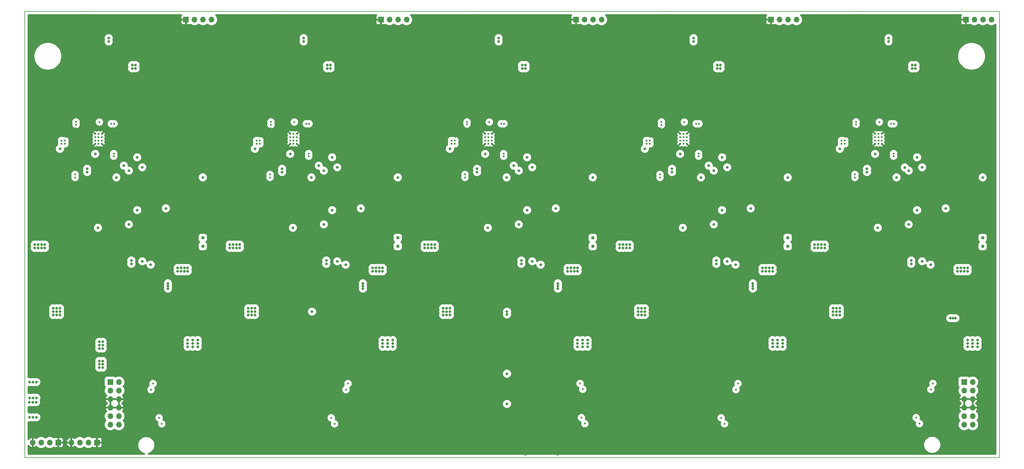
<source format=gbr>
%TF.GenerationSoftware,KiCad,Pcbnew,(5.1.5)-3*%
%TF.CreationDate,2020-04-08T11:38:32+01:00*%
%TF.ProjectId,PLL_v1,504c4c5f-7631-42e6-9b69-6361645f7063,rev?*%
%TF.SameCoordinates,Original*%
%TF.FileFunction,Copper,L2,Inr*%
%TF.FilePolarity,Positive*%
%FSLAX46Y46*%
G04 Gerber Fmt 4.6, Leading zero omitted, Abs format (unit mm)*
G04 Created by KiCad (PCBNEW (5.1.5)-3) date 2020-04-08 11:38:32*
%MOMM*%
%LPD*%
G04 APERTURE LIST*
%ADD10C,0.150000*%
%ADD11C,0.600000*%
%ADD12R,1.700000X1.700000*%
%ADD13O,1.700000X1.700000*%
%ADD14R,0.850000X0.850000*%
%ADD15C,0.500000*%
%ADD16C,0.800000*%
%ADD17C,0.500000*%
G04 APERTURE END LIST*
D10*
X345000000Y-169500000D02*
X345000000Y-36500000D01*
X55000000Y-169500000D02*
X345000000Y-169500000D01*
X55000000Y-36500000D02*
X55000000Y-169500000D01*
X345000000Y-36500000D02*
X55000000Y-36500000D01*
D11*
X310000000Y-73000000D03*
X309000000Y-73000000D03*
X308000000Y-73000000D03*
X308000000Y-74000000D03*
X309000000Y-74000000D03*
X310000000Y-74000000D03*
X310000000Y-75000000D03*
X309000000Y-75000000D03*
X308000000Y-75000000D03*
X308000000Y-76000000D03*
X309000000Y-76000000D03*
X310000000Y-76000000D03*
D12*
X335000000Y-39000000D03*
D13*
X337540000Y-39000000D03*
X340080000Y-39000000D03*
X342620000Y-39000000D03*
D14*
X340000000Y-104000000D03*
X340000000Y-106500000D03*
D12*
X334500000Y-147000000D03*
D13*
X337040000Y-147000000D03*
X334500000Y-149540000D03*
X337040000Y-149540000D03*
X334500000Y-152080000D03*
X337040000Y-152080000D03*
X334500000Y-154620000D03*
X337040000Y-154620000D03*
X334500000Y-157160000D03*
X337040000Y-157160000D03*
X334500000Y-159700000D03*
X337040000Y-159700000D03*
D12*
X80500000Y-147000000D03*
D13*
X83040000Y-147000000D03*
X80500000Y-149540000D03*
X83040000Y-149540000D03*
X80500000Y-152080000D03*
X83040000Y-152080000D03*
X80500000Y-154620000D03*
X83040000Y-154620000D03*
X80500000Y-157160000D03*
X83040000Y-157160000D03*
X80500000Y-159700000D03*
X83040000Y-159700000D03*
D12*
X76500000Y-165000000D03*
D13*
X73960000Y-165000000D03*
X71420000Y-165000000D03*
X68880000Y-165000000D03*
D12*
X65000000Y-165000000D03*
D13*
X62460000Y-165000000D03*
X59920000Y-165000000D03*
X57380000Y-165000000D03*
D12*
X277000000Y-39000000D03*
D13*
X279540000Y-39000000D03*
X282080000Y-39000000D03*
X284620000Y-39000000D03*
D14*
X282000000Y-104000000D03*
X282000000Y-106500000D03*
D11*
X252000000Y-73000000D03*
X251000000Y-73000000D03*
X250000000Y-73000000D03*
X250000000Y-74000000D03*
X251000000Y-74000000D03*
X252000000Y-74000000D03*
X252000000Y-75000000D03*
X251000000Y-75000000D03*
X250000000Y-75000000D03*
X250000000Y-76000000D03*
X251000000Y-76000000D03*
X252000000Y-76000000D03*
D12*
X219000000Y-39000000D03*
D13*
X221540000Y-39000000D03*
X224080000Y-39000000D03*
X226620000Y-39000000D03*
D14*
X224000000Y-104000000D03*
X224000000Y-106500000D03*
D12*
X161000000Y-39000000D03*
D13*
X163540000Y-39000000D03*
X166080000Y-39000000D03*
X168620000Y-39000000D03*
D14*
X166000000Y-104000000D03*
X166000000Y-106500000D03*
D12*
X103000000Y-39000000D03*
D13*
X105540000Y-39000000D03*
X108080000Y-39000000D03*
X110620000Y-39000000D03*
D14*
X108000000Y-104000000D03*
X108000000Y-106500000D03*
D11*
X194000000Y-73000000D03*
X193000000Y-73000000D03*
X192000000Y-73000000D03*
X192000000Y-74000000D03*
X193000000Y-74000000D03*
X194000000Y-74000000D03*
X194000000Y-75000000D03*
X193000000Y-75000000D03*
X192000000Y-75000000D03*
X192000000Y-76000000D03*
X193000000Y-76000000D03*
X194000000Y-76000000D03*
X136000000Y-73000000D03*
X135000000Y-73000000D03*
X134000000Y-73000000D03*
X134000000Y-74000000D03*
X135000000Y-74000000D03*
X136000000Y-74000000D03*
X136000000Y-75000000D03*
X135000000Y-75000000D03*
X134000000Y-75000000D03*
X134000000Y-76000000D03*
X135000000Y-76000000D03*
X136000000Y-76000000D03*
X78000000Y-73000000D03*
X77000000Y-73000000D03*
X76000000Y-73000000D03*
X76000000Y-74000000D03*
X77000000Y-74000000D03*
X78000000Y-74000000D03*
X78000000Y-75000000D03*
X77000000Y-75000000D03*
X76000000Y-75000000D03*
X76000000Y-76000000D03*
X77000000Y-76000000D03*
X78000000Y-76000000D03*
X309600000Y-52600000D03*
X308400000Y-52000000D03*
X309000000Y-52000000D03*
X309600000Y-52000000D03*
X309600000Y-51400000D03*
X309000000Y-51400000D03*
D15*
X308400000Y-51400000D03*
D16*
X66800000Y-147900000D03*
X66800000Y-149400000D03*
X66800000Y-150900000D03*
X68300000Y-150900000D03*
X68300000Y-149400000D03*
X68300000Y-147900000D03*
X66800000Y-153800000D03*
X66800000Y-155300000D03*
X66800000Y-156800000D03*
X68300000Y-156800000D03*
X68300000Y-155300000D03*
X68300000Y-153800000D03*
X213500000Y-165000000D03*
X213500000Y-167000000D03*
X213500000Y-168500000D03*
X204000000Y-165000000D03*
X204000000Y-167000000D03*
X204000000Y-168500000D03*
X340000000Y-114000000D03*
X340000000Y-113000000D03*
X341000000Y-113000000D03*
X342000000Y-113000000D03*
X342000000Y-114000000D03*
X341000000Y-114000000D03*
X66700000Y-133500000D03*
X67700000Y-133500000D03*
X68700000Y-133500000D03*
X68700000Y-132500000D03*
X67700000Y-132500000D03*
X66700000Y-132500000D03*
X66700000Y-143700000D03*
X67700000Y-143700000D03*
X68700000Y-143700000D03*
X68700000Y-144700000D03*
X67700000Y-144700000D03*
X66700000Y-144700000D03*
X306800000Y-86450000D03*
X302500000Y-82000000D03*
X302000000Y-80000000D03*
X301944669Y-78505331D03*
X299250000Y-73750000D03*
X302000000Y-73500000D03*
X302000000Y-71500000D03*
X304000000Y-66700000D03*
X309500000Y-64500000D03*
X317000000Y-65500000D03*
X324000000Y-66000000D03*
X324000000Y-64000000D03*
X324034394Y-71034394D03*
X324034394Y-69034394D03*
X324000000Y-61000000D03*
X324000000Y-59000000D03*
X325500000Y-38500000D03*
X322000000Y-92500000D03*
X324000000Y-92500000D03*
X327500000Y-92500000D03*
X331500000Y-93500000D03*
X329500000Y-98000000D03*
X319000000Y-107000000D03*
X315500000Y-109500000D03*
X328000000Y-129700000D03*
X328500000Y-131200000D03*
X318738799Y-130700000D03*
X337050000Y-130950000D03*
X341000000Y-133000000D03*
X299740040Y-123500000D03*
X295500000Y-122500000D03*
X299000000Y-115000000D03*
X294000000Y-112500000D03*
X301000000Y-108000000D03*
X302000000Y-108000000D03*
X302000000Y-109000000D03*
X301000000Y-109000000D03*
X301000000Y-110000000D03*
X302000000Y-110000000D03*
X330274857Y-140222972D03*
X335500000Y-121025000D03*
X312500000Y-50000000D03*
X311200000Y-48900000D03*
X316500000Y-49500000D03*
X314500000Y-49500000D03*
D11*
X311000000Y-70500000D03*
D16*
X316000000Y-71500000D03*
X315000000Y-79000000D03*
X312000000Y-82000000D03*
X308300000Y-86500000D03*
X308200000Y-92700000D03*
X303400000Y-79400000D03*
X303400000Y-80900000D03*
X302275000Y-76500000D03*
X315000000Y-47000000D03*
X299000000Y-44000000D03*
X301000000Y-44000000D03*
X303000000Y-44000000D03*
X303000000Y-59000000D03*
X301000000Y-59000000D03*
X299000000Y-59000000D03*
X304000000Y-52000000D03*
X311600000Y-97600000D03*
X311600000Y-95000000D03*
D15*
X305684315Y-75750000D03*
X305600000Y-73749999D03*
D11*
X309000000Y-52600000D03*
X308400000Y-52600000D03*
X329000000Y-113500000D03*
D15*
X306780000Y-48090000D03*
X305600000Y-48100000D03*
X303930000Y-48100000D03*
X304200000Y-47190000D03*
X304360000Y-46070000D03*
X304460000Y-45160000D03*
X312950000Y-37770000D03*
X313000000Y-38860000D03*
X313070000Y-40020000D03*
X313060000Y-41240000D03*
X311460000Y-41770000D03*
X312360000Y-41770000D03*
X305590000Y-41730000D03*
X304660000Y-41570000D03*
X304310000Y-37540000D03*
X304240000Y-38410000D03*
X304260000Y-39670000D03*
X304210000Y-40660000D03*
X307550000Y-57160000D03*
X307550000Y-57730000D03*
X307550000Y-58280000D03*
X309430000Y-57850000D03*
X309460000Y-58430000D03*
X309470000Y-59010000D03*
X309470000Y-59590000D03*
X309490000Y-60140000D03*
X309490000Y-60700000D03*
X309170000Y-61230000D03*
X309170000Y-61230000D03*
X309170000Y-61230000D03*
X308620000Y-61750000D03*
X308620000Y-61750000D03*
X308620000Y-61750000D03*
X308110000Y-62250000D03*
X308000000Y-62910000D03*
X308010000Y-63580000D03*
X308010000Y-64200000D03*
X307550000Y-58880000D03*
X307570000Y-59470000D03*
X307570000Y-60030000D03*
X307040000Y-60590000D03*
X306520000Y-61120000D03*
X306050000Y-61660000D03*
X306000000Y-62320000D03*
X306000000Y-62930000D03*
X305980000Y-63510000D03*
X305970000Y-64180000D03*
X308220000Y-65020000D03*
X308250000Y-65660000D03*
X308240000Y-66300000D03*
X308270000Y-67120000D03*
X305840000Y-64840000D03*
X305810000Y-65450000D03*
X305830000Y-66180000D03*
X305840000Y-66830000D03*
X305900000Y-67510000D03*
X305900000Y-67510000D03*
X305900000Y-67510000D03*
X306320000Y-68030000D03*
X306320000Y-68030000D03*
X306320000Y-68030000D03*
X306770000Y-68580000D03*
X307090000Y-69210000D03*
X306470000Y-69490000D03*
X305930000Y-69090000D03*
X305470000Y-68380000D03*
X309300000Y-46900000D03*
X309600000Y-46400000D03*
X309700000Y-45900000D03*
X309700000Y-45300000D03*
X309700000Y-44700000D03*
X309700000Y-44100000D03*
X309600000Y-43500000D03*
X309500000Y-42900000D03*
X309500000Y-42300000D03*
X309500000Y-41700000D03*
X309600000Y-41100000D03*
X307600000Y-48600000D03*
X307600000Y-48000000D03*
X307600000Y-47400000D03*
X307600000Y-46800000D03*
X307350000Y-46200000D03*
X307350000Y-45600000D03*
X307350000Y-45000000D03*
X307350000Y-44400000D03*
X307350000Y-43800000D03*
X307550000Y-43200000D03*
X307550000Y-42600000D03*
X307550000Y-42000000D03*
X307550000Y-41400000D03*
X307400000Y-40900000D03*
D11*
X251600000Y-52600000D03*
X250400000Y-52000000D03*
X251000000Y-52000000D03*
X251600000Y-52000000D03*
X251600000Y-51400000D03*
X251000000Y-51400000D03*
D15*
X250400000Y-51400000D03*
D16*
X282000000Y-114000000D03*
X282000000Y-113000000D03*
X283000000Y-113000000D03*
X284000000Y-113000000D03*
X284000000Y-114000000D03*
X283000000Y-114000000D03*
X248800000Y-86450000D03*
X244500000Y-82000000D03*
X244000000Y-80000000D03*
X243944669Y-78505331D03*
X241250000Y-73750000D03*
X244000000Y-73500000D03*
X244000000Y-71500000D03*
X246000000Y-66700000D03*
X251500000Y-64500000D03*
X259000000Y-65500000D03*
X266000000Y-66000000D03*
X266000000Y-64000000D03*
X266034394Y-71034394D03*
X266034394Y-69034394D03*
X266000000Y-61000000D03*
X266000000Y-59000000D03*
X267500000Y-38500000D03*
X264000000Y-92500000D03*
X266000000Y-92500000D03*
X269500000Y-92500000D03*
X273500000Y-93500000D03*
X271500000Y-98000000D03*
X261000000Y-107000000D03*
X257500000Y-109500000D03*
X270000000Y-129700000D03*
X270500000Y-131200000D03*
X260738799Y-130700000D03*
X279050000Y-130950000D03*
X283000000Y-133000000D03*
X241740040Y-123500000D03*
X237500000Y-122500000D03*
X241000000Y-115000000D03*
X236000000Y-112500000D03*
X243000000Y-108000000D03*
X244000000Y-108000000D03*
X244000000Y-109000000D03*
X243000000Y-109000000D03*
X243000000Y-110000000D03*
X244000000Y-110000000D03*
X277500000Y-121025000D03*
X254500000Y-50000000D03*
X253200000Y-48900000D03*
X258500000Y-49500000D03*
X256500000Y-49500000D03*
D11*
X253000000Y-70500000D03*
D16*
X258000000Y-71500000D03*
X257000000Y-79000000D03*
X254000000Y-82000000D03*
X250300000Y-86500000D03*
X250200000Y-92700000D03*
X245400000Y-79400000D03*
X245400000Y-80900000D03*
X244275000Y-76500000D03*
X257000000Y-47000000D03*
X241000000Y-44000000D03*
X243000000Y-44000000D03*
X245000000Y-44000000D03*
X245000000Y-59000000D03*
X243000000Y-59000000D03*
X241000000Y-59000000D03*
X246000000Y-52000000D03*
X253600000Y-97600000D03*
X253600000Y-95000000D03*
D15*
X247684315Y-75750000D03*
X247600000Y-73749999D03*
D11*
X251000000Y-52600000D03*
X250400000Y-52600000D03*
X271000000Y-113500000D03*
D15*
X248780000Y-48090000D03*
X247600000Y-48100000D03*
X245930000Y-48100000D03*
X246200000Y-47190000D03*
X246360000Y-46070000D03*
X246460000Y-45160000D03*
X254950000Y-37770000D03*
X255000000Y-38860000D03*
X255070000Y-40020000D03*
X255060000Y-41240000D03*
X253460000Y-41770000D03*
X254360000Y-41770000D03*
X247590000Y-41730000D03*
X246660000Y-41570000D03*
X246310000Y-37540000D03*
X246240000Y-38410000D03*
X246260000Y-39670000D03*
X246210000Y-40660000D03*
X249550000Y-57160000D03*
X249550000Y-57730000D03*
X249550000Y-58280000D03*
X251430000Y-57850000D03*
X251460000Y-58430000D03*
X251470000Y-59010000D03*
X251470000Y-59590000D03*
X251490000Y-60140000D03*
X251490000Y-60700000D03*
X251170000Y-61230000D03*
X251170000Y-61230000D03*
X251170000Y-61230000D03*
X250620000Y-61750000D03*
X250620000Y-61750000D03*
X250620000Y-61750000D03*
X250110000Y-62250000D03*
X250000000Y-62910000D03*
X250010000Y-63580000D03*
X250010000Y-64200000D03*
X249550000Y-58880000D03*
X249570000Y-59470000D03*
X249570000Y-60030000D03*
X249040000Y-60590000D03*
X248520000Y-61120000D03*
X248050000Y-61660000D03*
X248000000Y-62320000D03*
X248000000Y-62930000D03*
X247980000Y-63510000D03*
X247970000Y-64180000D03*
X250220000Y-65020000D03*
X250250000Y-65660000D03*
X250240000Y-66300000D03*
X250270000Y-67120000D03*
X247840000Y-64840000D03*
X247810000Y-65450000D03*
X247830000Y-66180000D03*
X247840000Y-66830000D03*
X247900000Y-67510000D03*
X247900000Y-67510000D03*
X247900000Y-67510000D03*
X248320000Y-68030000D03*
X248320000Y-68030000D03*
X248320000Y-68030000D03*
X248770000Y-68580000D03*
X249090000Y-69210000D03*
X248470000Y-69490000D03*
X247930000Y-69090000D03*
X247470000Y-68380000D03*
X251300000Y-46900000D03*
X251600000Y-46400000D03*
X251700000Y-45900000D03*
X251700000Y-45300000D03*
X251700000Y-44700000D03*
X251700000Y-44100000D03*
X251600000Y-43500000D03*
X251500000Y-42900000D03*
X251500000Y-42300000D03*
X251500000Y-41700000D03*
X251600000Y-41100000D03*
X249550000Y-48600000D03*
X249550000Y-48000000D03*
X249550000Y-47400000D03*
X249550000Y-46800000D03*
X249350000Y-46200000D03*
X249350000Y-45600000D03*
X249350000Y-45000000D03*
X249350000Y-44400000D03*
X249350000Y-43800000D03*
X249550000Y-43200000D03*
X249550000Y-42600000D03*
X249550000Y-42000000D03*
X249550000Y-41400000D03*
X249350000Y-40900000D03*
D11*
X193600000Y-52600000D03*
X192400000Y-52000000D03*
X193000000Y-52000000D03*
X193600000Y-52000000D03*
X193600000Y-51400000D03*
X193000000Y-51400000D03*
D15*
X192400000Y-51400000D03*
D16*
X224000000Y-114000000D03*
X224000000Y-113000000D03*
X225000000Y-113000000D03*
X226000000Y-113000000D03*
X226000000Y-114000000D03*
X225000000Y-114000000D03*
X190800000Y-86450000D03*
X186500000Y-82000000D03*
X186000000Y-80000000D03*
X185944669Y-78505331D03*
X183250000Y-73750000D03*
X186000000Y-73500000D03*
X186000000Y-71500000D03*
X188000000Y-66700000D03*
X193500000Y-64500000D03*
X201000000Y-65500000D03*
X208000000Y-66000000D03*
X208000000Y-64000000D03*
X208034394Y-71034394D03*
X208034394Y-69034394D03*
X208000000Y-61000000D03*
X208000000Y-59000000D03*
X209500000Y-38500000D03*
X206000000Y-92500000D03*
X208000000Y-92500000D03*
X211500000Y-92500000D03*
X215500000Y-93500000D03*
X213500000Y-98000000D03*
X203000000Y-107000000D03*
X199500000Y-109500000D03*
X212000000Y-129700000D03*
X212500000Y-131200000D03*
X202738799Y-130700000D03*
X221050000Y-130950000D03*
X225000000Y-133000000D03*
X183740040Y-123500000D03*
X179500000Y-122500000D03*
X183000000Y-115000000D03*
X178000000Y-112500000D03*
X185000000Y-108000000D03*
X186000000Y-108000000D03*
X186000000Y-109000000D03*
X185000000Y-109000000D03*
X185000000Y-110000000D03*
X186000000Y-110000000D03*
X219500000Y-121025000D03*
X196500000Y-50000000D03*
X195200000Y-48900000D03*
X200500000Y-49500000D03*
X198500000Y-49500000D03*
D11*
X195000000Y-70500000D03*
D16*
X200000000Y-71500000D03*
X199000000Y-79000000D03*
X196000000Y-82000000D03*
X192300000Y-86500000D03*
X192200000Y-92700000D03*
X187400000Y-79400000D03*
X187400000Y-80900000D03*
X186275000Y-76500000D03*
X199000000Y-47000000D03*
X183000000Y-44000000D03*
X185000000Y-44000000D03*
X187000000Y-44000000D03*
X187000000Y-59000000D03*
X185000000Y-59000000D03*
X183000000Y-59000000D03*
X188000000Y-52000000D03*
X195600000Y-97600000D03*
X195600000Y-95000000D03*
D15*
X189684315Y-75750000D03*
X189600000Y-73749999D03*
D11*
X193000000Y-52600000D03*
X192400000Y-52600000D03*
X213000000Y-113500000D03*
D15*
X190780000Y-48090000D03*
X189600000Y-48100000D03*
X187930000Y-48100000D03*
X188200000Y-47190000D03*
X188360000Y-46070000D03*
X188460000Y-45160000D03*
X196950000Y-37770000D03*
X197000000Y-38860000D03*
X197070000Y-40020000D03*
X197060000Y-41240000D03*
X195460000Y-41770000D03*
X196360000Y-41770000D03*
X189590000Y-41730000D03*
X188660000Y-41570000D03*
X188310000Y-37540000D03*
X188240000Y-38410000D03*
X188260000Y-39670000D03*
X188210000Y-40660000D03*
X191550000Y-57160000D03*
X191550000Y-57730000D03*
X191550000Y-58280000D03*
X193430000Y-57850000D03*
X193460000Y-58430000D03*
X193470000Y-59010000D03*
X193470000Y-59590000D03*
X193490000Y-60140000D03*
X193490000Y-60700000D03*
X193170000Y-61230000D03*
X193170000Y-61230000D03*
X193170000Y-61230000D03*
X192620000Y-61750000D03*
X192620000Y-61750000D03*
X192620000Y-61750000D03*
X192110000Y-62250000D03*
X192000000Y-62910000D03*
X192010000Y-63580000D03*
X192010000Y-64200000D03*
X191550000Y-58880000D03*
X191570000Y-59470000D03*
X191570000Y-60030000D03*
X191040000Y-60590000D03*
X190520000Y-61120000D03*
X190050000Y-61660000D03*
X190000000Y-62320000D03*
X190000000Y-62930000D03*
X189980000Y-63510000D03*
X189970000Y-64180000D03*
X192220000Y-65020000D03*
X192250000Y-65660000D03*
X192240000Y-66300000D03*
X192270000Y-67120000D03*
X189840000Y-64840000D03*
X189810000Y-65450000D03*
X189830000Y-66180000D03*
X189840000Y-66830000D03*
X189900000Y-67510000D03*
X189900000Y-67510000D03*
X189900000Y-67510000D03*
X190320000Y-68030000D03*
X190320000Y-68030000D03*
X190320000Y-68030000D03*
X190770000Y-68580000D03*
X191090000Y-69210000D03*
X190470000Y-69490000D03*
X189930000Y-69090000D03*
X189470000Y-68380000D03*
X193300000Y-46900000D03*
X193600000Y-46400000D03*
X193700000Y-45900000D03*
X193700000Y-45300000D03*
X193700000Y-44700000D03*
X193700000Y-44100000D03*
X193600000Y-43500000D03*
X193500000Y-42900000D03*
X193500000Y-42300000D03*
X193500000Y-41700000D03*
X193600000Y-41100000D03*
X191550000Y-48600000D03*
X191550000Y-48000000D03*
X191550000Y-47400000D03*
X191550000Y-46800000D03*
X191350000Y-46200000D03*
X191350000Y-45600000D03*
X191350000Y-45000000D03*
X191350000Y-44400000D03*
X191350000Y-43800000D03*
X191550000Y-43200000D03*
X191550000Y-42600000D03*
X191550000Y-42000000D03*
X191550000Y-41400000D03*
X191350000Y-40900000D03*
D11*
X135600000Y-52600000D03*
X134400000Y-52000000D03*
X135000000Y-52000000D03*
X135600000Y-52000000D03*
X135600000Y-51400000D03*
X135000000Y-51400000D03*
D15*
X134400000Y-51400000D03*
D16*
X166000000Y-114000000D03*
X166000000Y-113000000D03*
X167000000Y-113000000D03*
X168000000Y-113000000D03*
X168000000Y-114000000D03*
X167000000Y-114000000D03*
X132800000Y-86450000D03*
X128500000Y-82000000D03*
X128000000Y-80000000D03*
X127944669Y-78505331D03*
X125250000Y-73750000D03*
X128000000Y-73500000D03*
X128000000Y-71500000D03*
X130000000Y-66700000D03*
X135500000Y-64500000D03*
X143000000Y-65500000D03*
X150000000Y-66000000D03*
X150000000Y-64000000D03*
X150034394Y-71034394D03*
X150034394Y-69034394D03*
X150000000Y-61000000D03*
X150000000Y-59000000D03*
X151500000Y-38500000D03*
X148000000Y-92500000D03*
X150000000Y-92500000D03*
X153500000Y-92500000D03*
X157500000Y-93500000D03*
X155500000Y-98000000D03*
X145000000Y-107000000D03*
X141500000Y-109500000D03*
X154000000Y-129700000D03*
X154500000Y-131200000D03*
X144738799Y-130700000D03*
X163050000Y-130950000D03*
X167000000Y-133000000D03*
X125740040Y-123500000D03*
X121500000Y-122500000D03*
X125000000Y-115000000D03*
X120000000Y-112500000D03*
X127000000Y-108000000D03*
X128000000Y-108000000D03*
X128000000Y-109000000D03*
X127000000Y-109000000D03*
X127000000Y-110000000D03*
X128000000Y-110000000D03*
X161500000Y-121025000D03*
X138500000Y-50000000D03*
X137200000Y-48900000D03*
X142500000Y-49500000D03*
X140500000Y-49500000D03*
D11*
X137000000Y-70500000D03*
D16*
X142000000Y-71500000D03*
X141000000Y-79000000D03*
X138000000Y-82000000D03*
X134300000Y-86500000D03*
X134200000Y-92700000D03*
X129400000Y-79400000D03*
X129400000Y-80900000D03*
X128275000Y-76500000D03*
X141000000Y-47000000D03*
X125000000Y-44000000D03*
X127000000Y-44000000D03*
X129000000Y-44000000D03*
X129000000Y-59000000D03*
X127000000Y-59000000D03*
X125000000Y-59000000D03*
X130000000Y-52000000D03*
X137600000Y-97600000D03*
X137600000Y-95000000D03*
D15*
X131684315Y-75750000D03*
X131600000Y-73749999D03*
D11*
X135000000Y-52600000D03*
X134400000Y-52600000D03*
X155000000Y-113500000D03*
D15*
X132780000Y-48090000D03*
X131600000Y-48100000D03*
X129930000Y-48100000D03*
X130200000Y-47190000D03*
X130360000Y-46070000D03*
X130460000Y-45160000D03*
X138950000Y-37770000D03*
X139000000Y-38860000D03*
X139070000Y-40020000D03*
X139060000Y-41240000D03*
X137460000Y-41770000D03*
X138360000Y-41770000D03*
X131590000Y-41730000D03*
X130660000Y-41570000D03*
X130310000Y-37540000D03*
X130240000Y-38410000D03*
X130260000Y-39670000D03*
X130210000Y-40660000D03*
X133550000Y-57160000D03*
X133550000Y-57730000D03*
X133550000Y-58280000D03*
X135430000Y-57850000D03*
X135460000Y-58430000D03*
X135470000Y-59010000D03*
X135470000Y-59590000D03*
X135490000Y-60140000D03*
X135490000Y-60700000D03*
X135170000Y-61230000D03*
X135170000Y-61230000D03*
X135170000Y-61230000D03*
X134620000Y-61750000D03*
X134620000Y-61750000D03*
X134620000Y-61750000D03*
X134110000Y-62250000D03*
X134000000Y-62910000D03*
X134010000Y-63580000D03*
X134010000Y-64200000D03*
X133550000Y-58880000D03*
X133570000Y-59470000D03*
X133570000Y-60030000D03*
X133040000Y-60590000D03*
X132520000Y-61120000D03*
X132050000Y-61660000D03*
X132000000Y-62320000D03*
X132000000Y-62930000D03*
X131980000Y-63510000D03*
X131970000Y-64180000D03*
X134220000Y-65020000D03*
X134250000Y-65660000D03*
X134240000Y-66300000D03*
X134270000Y-67120000D03*
X131840000Y-64840000D03*
X131810000Y-65450000D03*
X131830000Y-66180000D03*
X131840000Y-66830000D03*
X131900000Y-67510000D03*
X131900000Y-67510000D03*
X131900000Y-67510000D03*
X132320000Y-68030000D03*
X132320000Y-68030000D03*
X132320000Y-68030000D03*
X132770000Y-68580000D03*
X133090000Y-69210000D03*
X132470000Y-69490000D03*
X131930000Y-69090000D03*
X131470000Y-68380000D03*
X135300000Y-46900000D03*
X135600000Y-46400000D03*
X135700000Y-45900000D03*
X135700000Y-45300000D03*
X135700000Y-44700000D03*
X135700000Y-44100000D03*
X135600000Y-43500000D03*
X135500000Y-42900000D03*
X135500000Y-42300000D03*
X135500000Y-41700000D03*
X135600000Y-41100000D03*
X133550000Y-48600000D03*
X133550000Y-48000000D03*
X133550000Y-47400000D03*
X133550000Y-46800000D03*
X133350000Y-46200000D03*
X133350000Y-45600000D03*
X133350000Y-45000000D03*
X133350000Y-44400000D03*
X133350000Y-43800000D03*
X133550000Y-43200000D03*
X133550000Y-42600000D03*
X133550000Y-42000000D03*
X133550000Y-41400000D03*
X133350000Y-40900000D03*
D11*
X77600000Y-52600000D03*
X76400000Y-52000000D03*
X77000000Y-52000000D03*
X77600000Y-52000000D03*
X77600000Y-51400000D03*
X77000000Y-51400000D03*
D15*
X76400000Y-51400000D03*
D16*
X108000000Y-114000000D03*
X108000000Y-113000000D03*
X109000000Y-113000000D03*
X110000000Y-113000000D03*
X110000000Y-114000000D03*
X109000000Y-114000000D03*
X74800000Y-86450000D03*
X70500000Y-82000000D03*
X70000000Y-80000000D03*
X69944669Y-78505331D03*
X67250000Y-73750000D03*
X70000000Y-73500000D03*
X70000000Y-71500000D03*
X72000000Y-66700000D03*
X77500000Y-64500000D03*
X85000000Y-65500000D03*
X92000000Y-66000000D03*
X92000000Y-64000000D03*
X92034394Y-71034394D03*
X92034394Y-69034394D03*
X92000000Y-61000000D03*
X92000000Y-59000000D03*
X93500000Y-38500000D03*
X90000000Y-92500000D03*
X92000000Y-92500000D03*
X95500000Y-92500000D03*
X99500000Y-93500000D03*
X97500000Y-98000000D03*
X87000000Y-107000000D03*
X83500000Y-109500000D03*
X96000000Y-129700000D03*
X96500000Y-131200000D03*
X86738799Y-130700000D03*
X105050000Y-130950000D03*
X109000000Y-133000000D03*
X67740040Y-123500000D03*
X63500000Y-122500000D03*
X67000000Y-115000000D03*
X62000000Y-112500000D03*
X69000000Y-108000000D03*
X70000000Y-108000000D03*
X70000000Y-109000000D03*
X69000000Y-109000000D03*
X69000000Y-110000000D03*
X70000000Y-110000000D03*
X103500000Y-121025000D03*
X80500000Y-50000000D03*
X79200000Y-48900000D03*
X84500000Y-49500000D03*
X82500000Y-49500000D03*
D11*
X79000000Y-70500000D03*
D16*
X84000000Y-71500000D03*
X83000000Y-79000000D03*
X80000000Y-82000000D03*
X76300000Y-86500000D03*
X76200000Y-92700000D03*
X71400000Y-79400000D03*
X71400000Y-80900000D03*
X70275000Y-76500000D03*
X83000000Y-47000000D03*
X67000000Y-39150000D03*
X69000000Y-44000000D03*
X71000000Y-44000000D03*
X71000000Y-59000000D03*
X69000000Y-59000000D03*
X67000000Y-59000000D03*
X72000000Y-52000000D03*
X79600000Y-97600000D03*
X79600000Y-95000000D03*
D15*
X73684315Y-75750000D03*
X73600000Y-73749999D03*
D11*
X77000000Y-52600000D03*
X76400000Y-52600000D03*
X97000000Y-113500000D03*
D15*
X74780000Y-48090000D03*
X73600000Y-48100000D03*
X71930000Y-48100000D03*
X72200000Y-47190000D03*
X72360000Y-46070000D03*
X72460000Y-45160000D03*
X80950000Y-37770000D03*
X81000000Y-38860000D03*
X81070000Y-40020000D03*
X81060000Y-41240000D03*
X79460000Y-41770000D03*
X80360000Y-41770000D03*
X73590000Y-41730000D03*
X72660000Y-41570000D03*
X72310000Y-37540000D03*
X72240000Y-38410000D03*
X72260000Y-39670000D03*
X72210000Y-40660000D03*
X75550000Y-57160000D03*
X75550000Y-57730000D03*
X75550000Y-58280000D03*
X77430000Y-57850000D03*
X77460000Y-58430000D03*
X77470000Y-59010000D03*
X77470000Y-59590000D03*
X77490000Y-60140000D03*
X77490000Y-60700000D03*
X77170000Y-61230000D03*
X77170000Y-61230000D03*
X77170000Y-61230000D03*
X76620000Y-61750000D03*
X76620000Y-61750000D03*
X76620000Y-61750000D03*
X76110000Y-62250000D03*
X76000000Y-62910000D03*
X76010000Y-63580000D03*
X76010000Y-64200000D03*
X75550000Y-58880000D03*
X75570000Y-59470000D03*
X75570000Y-60030000D03*
X75040000Y-60590000D03*
X74520000Y-61120000D03*
X74050000Y-61660000D03*
X74000000Y-62320000D03*
X74000000Y-62930000D03*
X73980000Y-63510000D03*
X73970000Y-64180000D03*
X76220000Y-65020000D03*
X76250000Y-65660000D03*
X76240000Y-66300000D03*
X76270000Y-67120000D03*
X73840000Y-64840000D03*
X73810000Y-65450000D03*
X73830000Y-66180000D03*
X73840000Y-66830000D03*
X73900000Y-67510000D03*
X73900000Y-67510000D03*
X73900000Y-67510000D03*
X74320000Y-68030000D03*
X74320000Y-68030000D03*
X74320000Y-68030000D03*
X74770000Y-68580000D03*
X75090000Y-69210000D03*
X74470000Y-69490000D03*
X73930000Y-69090000D03*
X73470000Y-68380000D03*
X77300000Y-46900000D03*
X77600000Y-46400000D03*
X77700000Y-45900000D03*
X77700000Y-45300000D03*
X77700000Y-44700000D03*
X77700000Y-44100000D03*
X77600000Y-43500000D03*
X77500000Y-42900000D03*
X77500000Y-42300000D03*
X77500000Y-41700000D03*
X77600000Y-41100000D03*
X75600000Y-48600000D03*
X75550000Y-48000000D03*
X75550000Y-47400000D03*
X75550000Y-46800000D03*
X75350000Y-46200000D03*
X75350000Y-45600000D03*
X75350000Y-45000000D03*
X75350000Y-44400000D03*
X75350000Y-43800000D03*
X75550000Y-43200000D03*
X75550000Y-42600000D03*
X75550000Y-42000000D03*
X75550000Y-41400000D03*
X75350000Y-40900000D03*
D11*
X57200000Y-38300000D03*
X57200000Y-42300000D03*
X57200000Y-46300000D03*
X57200000Y-50300000D03*
X57200000Y-54300000D03*
X57200000Y-58300000D03*
X57200000Y-62300000D03*
X57200000Y-66300000D03*
X57200000Y-70300000D03*
X57200000Y-112700000D03*
X57200000Y-116700000D03*
X58000000Y-73500000D03*
X59600000Y-39900000D03*
X59600000Y-43900000D03*
X59600000Y-55900000D03*
X59600000Y-59900000D03*
X59600000Y-63900000D03*
X59600000Y-67900000D03*
X60400000Y-71100000D03*
X62000000Y-38300000D03*
X62000000Y-42300000D03*
X62000000Y-57500000D03*
X62000000Y-61500000D03*
X62000000Y-65500000D03*
X62000000Y-73500000D03*
X62800000Y-68700000D03*
X63600000Y-44700000D03*
X63600000Y-55100000D03*
X64400000Y-39900000D03*
X64400000Y-59100000D03*
X64400000Y-63100000D03*
X64400000Y-71100000D03*
X65200000Y-66300000D03*
X66000000Y-43100000D03*
X66000000Y-47100000D03*
X66000000Y-52700000D03*
X66000000Y-112700000D03*
X66000000Y-116700000D03*
X66800000Y-60700000D03*
X66800000Y-68700000D03*
X67600000Y-63900000D03*
X68400000Y-41500000D03*
X68400000Y-87900000D03*
X68400000Y-91900000D03*
X68400000Y-95900000D03*
X68400000Y-99900000D03*
X69200000Y-38300000D03*
X69200000Y-66300000D03*
X69200000Y-111900000D03*
X69200000Y-115900000D03*
X70000000Y-61500000D03*
X70000000Y-102300000D03*
X70800000Y-89500000D03*
X70800000Y-93500000D03*
X70800000Y-97500000D03*
X71600000Y-63900000D03*
X71600000Y-113500000D03*
X71600000Y-117500000D03*
X72400000Y-87100000D03*
X73200000Y-43100000D03*
X73200000Y-57500000D03*
X74000000Y-46300000D03*
X74000000Y-107900000D03*
X74000000Y-111900000D03*
X74000000Y-115900000D03*
X74800000Y-100700000D03*
X78000000Y-91100000D03*
X78800000Y-59900000D03*
X79600000Y-54300000D03*
X79600000Y-63100000D03*
X79600000Y-86300000D03*
X79600000Y-103100000D03*
X79600000Y-107100000D03*
X79600000Y-111100000D03*
X79600000Y-115100000D03*
X82000000Y-43100000D03*
X82000000Y-59100000D03*
X82000000Y-67100000D03*
X82000000Y-113500000D03*
X82800000Y-38300000D03*
X82800000Y-62300000D03*
X83600000Y-54300000D03*
X83600000Y-115900000D03*
X84400000Y-40700000D03*
X85200000Y-47100000D03*
X85200000Y-67900000D03*
X86000000Y-43100000D03*
X86000000Y-114300000D03*
X86800000Y-38300000D03*
X88400000Y-40700000D03*
X88400000Y-115900000D03*
X90000000Y-43100000D03*
X90000000Y-113500000D03*
X90800000Y-38300000D03*
X92400000Y-40700000D03*
X96400000Y-115100000D03*
X98800000Y-38300000D03*
X100400000Y-40700000D03*
X105200000Y-43100000D03*
X105200000Y-47100000D03*
X105200000Y-51100000D03*
X105200000Y-55100000D03*
X105200000Y-59100000D03*
X105200000Y-110300000D03*
X106000000Y-113500000D03*
X106800000Y-61500000D03*
X107600000Y-48700000D03*
X107600000Y-52700000D03*
X107600000Y-56700000D03*
X108400000Y-111100000D03*
X109200000Y-46300000D03*
X109200000Y-59100000D03*
X109200000Y-63100000D03*
X110000000Y-50300000D03*
X110000000Y-54300000D03*
X110800000Y-65500000D03*
X111600000Y-110300000D03*
X112400000Y-41500000D03*
X112400000Y-113500000D03*
X112400000Y-117500000D03*
X113200000Y-38300000D03*
X113200000Y-44700000D03*
X113200000Y-48700000D03*
X113200000Y-52700000D03*
X113200000Y-56700000D03*
X113200000Y-60700000D03*
X113200000Y-67100000D03*
X113200000Y-71100000D03*
X114000000Y-63900000D03*
X114800000Y-73500000D03*
X114800000Y-115100000D03*
X115600000Y-39900000D03*
X115600000Y-46300000D03*
X115600000Y-50300000D03*
X115600000Y-54300000D03*
X115600000Y-58300000D03*
X115600000Y-68700000D03*
X116400000Y-43100000D03*
X116400000Y-61500000D03*
X116400000Y-65500000D03*
X116400000Y-112700000D03*
X116400000Y-117500000D03*
X117200000Y-71100000D03*
X118000000Y-38300000D03*
X118000000Y-47900000D03*
X118000000Y-51900000D03*
X118000000Y-55900000D03*
X118800000Y-41500000D03*
X118800000Y-59100000D03*
X118800000Y-63100000D03*
X118800000Y-67100000D03*
X118800000Y-73500000D03*
X119600000Y-44700000D03*
X120400000Y-49500000D03*
X120400000Y-53500000D03*
X120400000Y-69500000D03*
X121200000Y-39100000D03*
X121200000Y-56700000D03*
X121200000Y-60700000D03*
X121200000Y-64700000D03*
X122000000Y-42300000D03*
X122000000Y-46300000D03*
X122800000Y-51100000D03*
X122800000Y-67100000D03*
X122800000Y-71100000D03*
X123600000Y-54300000D03*
X123600000Y-62300000D03*
X123600000Y-112700000D03*
X124400000Y-38300000D03*
X124400000Y-117500000D03*
X125200000Y-41500000D03*
X125200000Y-64700000D03*
X125200000Y-68700000D03*
X126000000Y-60700000D03*
X126800000Y-87900000D03*
X126800000Y-91900000D03*
X126800000Y-95900000D03*
X126800000Y-99900000D03*
X126800000Y-113500000D03*
X127600000Y-39100000D03*
X127600000Y-63100000D03*
X127600000Y-67100000D03*
X127600000Y-116700000D03*
X128400000Y-42300000D03*
X128400000Y-102300000D03*
X129200000Y-89500000D03*
X129200000Y-93500000D03*
X129200000Y-97500000D03*
X129200000Y-111900000D03*
X130000000Y-60700000D03*
X130000000Y-64700000D03*
X130000000Y-107900000D03*
X130000000Y-115100000D03*
X130800000Y-57500000D03*
X130800000Y-86300000D03*
X131600000Y-43100000D03*
X132400000Y-91900000D03*
X132400000Y-100700000D03*
X135600000Y-91100000D03*
X137200000Y-54300000D03*
X137200000Y-59900000D03*
X137200000Y-63900000D03*
X137200000Y-86300000D03*
X137200000Y-103100000D03*
X138000000Y-113500000D03*
X139600000Y-61500000D03*
X139600000Y-115900000D03*
X140400000Y-38300000D03*
X140400000Y-42300000D03*
X140400000Y-67100000D03*
X141200000Y-54300000D03*
X141200000Y-59100000D03*
X141200000Y-63900000D03*
X142000000Y-113500000D03*
X142800000Y-39900000D03*
X142800000Y-47100000D03*
X143600000Y-43100000D03*
X143600000Y-61500000D03*
X143600000Y-67900000D03*
X143600000Y-115900000D03*
X145200000Y-38300000D03*
X146000000Y-41500000D03*
X146000000Y-113500000D03*
X147600000Y-115900000D03*
X148400000Y-39100000D03*
X148400000Y-43100000D03*
X150800000Y-40700000D03*
X151600000Y-114300000D03*
X154800000Y-115100000D03*
X156400000Y-40700000D03*
X158000000Y-38300000D03*
X163600000Y-43100000D03*
X163600000Y-47100000D03*
X163600000Y-51100000D03*
X163600000Y-55100000D03*
X163600000Y-59100000D03*
X163600000Y-110300000D03*
X163600000Y-114300000D03*
X165200000Y-61500000D03*
X166000000Y-48700000D03*
X166000000Y-52700000D03*
X166000000Y-56700000D03*
X166800000Y-63900000D03*
X166800000Y-111100000D03*
X167600000Y-45500000D03*
X167600000Y-59100000D03*
X168400000Y-50300000D03*
X168400000Y-54300000D03*
X170000000Y-41500000D03*
X170000000Y-109500000D03*
X170000000Y-113500000D03*
X170000000Y-117500000D03*
X171600000Y-38300000D03*
X171600000Y-43900000D03*
X171600000Y-47900000D03*
X171600000Y-51900000D03*
X171600000Y-55900000D03*
X171600000Y-59900000D03*
X171600000Y-63900000D03*
X171600000Y-67900000D03*
X171600000Y-71900000D03*
X172400000Y-115100000D03*
X173200000Y-40700000D03*
X174000000Y-45500000D03*
X174000000Y-49500000D03*
X174000000Y-53500000D03*
X174000000Y-57500000D03*
X174000000Y-61500000D03*
X174000000Y-65500000D03*
X174000000Y-69500000D03*
X174000000Y-73500000D03*
X174000000Y-112700000D03*
X174000000Y-117500000D03*
X175600000Y-38300000D03*
X175600000Y-42300000D03*
X176400000Y-47100000D03*
X176400000Y-51100000D03*
X176400000Y-55100000D03*
X176400000Y-59100000D03*
X176400000Y-63100000D03*
X176400000Y-67100000D03*
X176400000Y-71100000D03*
X178000000Y-39900000D03*
X178000000Y-43900000D03*
X178000000Y-73500000D03*
X178800000Y-48700000D03*
X178800000Y-52700000D03*
X178800000Y-56700000D03*
X178800000Y-60700000D03*
X178800000Y-64700000D03*
X178800000Y-68700000D03*
X180400000Y-38300000D03*
X180400000Y-42300000D03*
X180400000Y-46300000D03*
X180400000Y-71100000D03*
X181200000Y-50300000D03*
X181200000Y-54300000D03*
X181200000Y-58300000D03*
X181200000Y-62300000D03*
X181200000Y-66300000D03*
X182000000Y-112700000D03*
X182000000Y-116700000D03*
X182800000Y-39900000D03*
X182800000Y-68700000D03*
X183600000Y-60700000D03*
X183600000Y-64700000D03*
X184400000Y-42300000D03*
X184400000Y-87900000D03*
X184400000Y-91900000D03*
X184400000Y-95900000D03*
X184400000Y-99900000D03*
X185200000Y-38300000D03*
X185200000Y-67100000D03*
X185200000Y-111900000D03*
X185200000Y-115900000D03*
X186000000Y-62300000D03*
X186000000Y-102300000D03*
X186800000Y-40700000D03*
X186800000Y-89500000D03*
X186800000Y-93500000D03*
X186800000Y-97500000D03*
X187600000Y-64700000D03*
X187600000Y-113500000D03*
X187600000Y-117500000D03*
X188400000Y-60700000D03*
X188400000Y-87100000D03*
X189200000Y-43100000D03*
X189200000Y-57500000D03*
X190000000Y-46300000D03*
X190000000Y-107900000D03*
X190000000Y-111900000D03*
X190000000Y-115900000D03*
X190800000Y-100700000D03*
X194000000Y-91100000D03*
X194800000Y-59900000D03*
X195600000Y-54300000D03*
X195600000Y-63100000D03*
X195600000Y-86300000D03*
X195600000Y-103100000D03*
X195600000Y-107100000D03*
X195600000Y-111100000D03*
X195600000Y-115100000D03*
X198000000Y-43100000D03*
X198000000Y-59100000D03*
X198000000Y-67100000D03*
X198000000Y-113500000D03*
X198800000Y-38300000D03*
X198800000Y-62300000D03*
X199600000Y-54300000D03*
X199600000Y-115900000D03*
X200400000Y-40700000D03*
X201200000Y-47100000D03*
X201200000Y-67900000D03*
X202000000Y-43100000D03*
X202000000Y-114300000D03*
X202800000Y-38300000D03*
X204400000Y-40700000D03*
X204400000Y-115900000D03*
X206000000Y-43100000D03*
X206000000Y-113500000D03*
X206800000Y-38300000D03*
X208400000Y-40700000D03*
X212400000Y-115100000D03*
X214800000Y-38300000D03*
X216400000Y-40700000D03*
X221200000Y-43100000D03*
X221200000Y-47100000D03*
X221200000Y-51100000D03*
X221200000Y-55100000D03*
X221200000Y-59100000D03*
X221200000Y-110300000D03*
X222000000Y-113500000D03*
X222800000Y-61500000D03*
X223600000Y-48700000D03*
X223600000Y-52700000D03*
X223600000Y-56700000D03*
X224400000Y-111100000D03*
X225200000Y-46300000D03*
X225200000Y-59100000D03*
X225200000Y-63100000D03*
X226000000Y-50300000D03*
X226000000Y-54300000D03*
X226800000Y-65500000D03*
X227600000Y-110300000D03*
X228400000Y-41500000D03*
X228400000Y-113500000D03*
X228400000Y-117500000D03*
X229200000Y-38300000D03*
X229200000Y-44700000D03*
X229200000Y-48700000D03*
X229200000Y-52700000D03*
X229200000Y-56700000D03*
X229200000Y-60700000D03*
X229200000Y-67100000D03*
X229200000Y-71100000D03*
X230000000Y-63900000D03*
X230800000Y-73500000D03*
X230800000Y-115100000D03*
X231600000Y-39900000D03*
X231600000Y-46300000D03*
X231600000Y-50300000D03*
X231600000Y-54300000D03*
X231600000Y-58300000D03*
X231600000Y-68700000D03*
X232400000Y-43100000D03*
X232400000Y-61500000D03*
X232400000Y-65500000D03*
X232400000Y-112700000D03*
X232400000Y-117500000D03*
X233200000Y-71100000D03*
X234000000Y-38300000D03*
X234000000Y-47900000D03*
X234000000Y-51900000D03*
X234000000Y-55900000D03*
X234800000Y-41500000D03*
X234800000Y-59100000D03*
X234800000Y-63100000D03*
X234800000Y-67100000D03*
X234800000Y-73500000D03*
X235600000Y-44700000D03*
X236400000Y-49500000D03*
X236400000Y-53500000D03*
X236400000Y-69500000D03*
X237200000Y-39100000D03*
X237200000Y-56700000D03*
X237200000Y-60700000D03*
X237200000Y-64700000D03*
X238000000Y-42300000D03*
X238000000Y-46300000D03*
X238800000Y-51100000D03*
X238800000Y-67100000D03*
X238800000Y-71100000D03*
X239600000Y-54300000D03*
X239600000Y-62300000D03*
X239600000Y-112700000D03*
X240400000Y-38300000D03*
X240400000Y-117500000D03*
X241200000Y-41500000D03*
X241200000Y-64700000D03*
X241200000Y-68700000D03*
X242000000Y-60700000D03*
X242800000Y-87900000D03*
X242800000Y-91900000D03*
X242800000Y-95900000D03*
X242800000Y-99900000D03*
X242800000Y-113500000D03*
X243600000Y-39100000D03*
X243600000Y-63100000D03*
X243600000Y-67100000D03*
X243600000Y-116700000D03*
X244400000Y-42300000D03*
X244400000Y-102300000D03*
X245200000Y-89500000D03*
X245200000Y-93500000D03*
X245200000Y-97500000D03*
X245200000Y-111900000D03*
X246000000Y-60700000D03*
X246000000Y-64700000D03*
X246000000Y-107900000D03*
X246000000Y-115100000D03*
X246800000Y-57500000D03*
X246800000Y-86300000D03*
X247600000Y-43100000D03*
X248400000Y-91900000D03*
X248400000Y-100700000D03*
X251600000Y-91100000D03*
X253200000Y-54300000D03*
X253200000Y-59900000D03*
X253200000Y-63900000D03*
X253200000Y-86300000D03*
X253200000Y-103100000D03*
X254000000Y-113500000D03*
X255600000Y-61500000D03*
X255600000Y-115900000D03*
X256400000Y-38300000D03*
X256400000Y-42300000D03*
X256400000Y-67100000D03*
X257200000Y-54300000D03*
X257200000Y-59100000D03*
X257200000Y-63900000D03*
X258000000Y-113500000D03*
X258800000Y-39900000D03*
X258800000Y-47100000D03*
X259600000Y-43100000D03*
X259600000Y-61500000D03*
X259600000Y-67900000D03*
X259600000Y-115900000D03*
X261200000Y-38300000D03*
X262000000Y-41500000D03*
X262000000Y-113500000D03*
X263600000Y-115900000D03*
X264400000Y-39100000D03*
X264400000Y-43100000D03*
X266800000Y-40700000D03*
X267600000Y-114300000D03*
X270800000Y-115100000D03*
X272400000Y-40700000D03*
X274000000Y-38300000D03*
X279600000Y-43100000D03*
X279600000Y-47100000D03*
X279600000Y-51100000D03*
X279600000Y-55100000D03*
X279600000Y-59100000D03*
X279600000Y-110300000D03*
X279600000Y-114300000D03*
X281200000Y-61500000D03*
X282000000Y-48700000D03*
X282000000Y-52700000D03*
X282000000Y-56700000D03*
X282800000Y-63900000D03*
X282800000Y-111100000D03*
X283600000Y-45500000D03*
X283600000Y-59100000D03*
X284400000Y-50300000D03*
X284400000Y-54300000D03*
X286000000Y-41500000D03*
X286000000Y-109500000D03*
X286000000Y-113500000D03*
X286000000Y-117500000D03*
X287600000Y-38300000D03*
X287600000Y-43900000D03*
X287600000Y-47900000D03*
X287600000Y-51900000D03*
X287600000Y-55900000D03*
X287600000Y-59900000D03*
X287600000Y-63900000D03*
X287600000Y-67900000D03*
X287600000Y-71900000D03*
X288400000Y-115100000D03*
X289200000Y-40700000D03*
X290000000Y-45500000D03*
X290000000Y-49500000D03*
X290000000Y-53500000D03*
X290000000Y-57500000D03*
X290000000Y-61500000D03*
X290000000Y-65500000D03*
X290000000Y-69500000D03*
X290000000Y-73500000D03*
X290000000Y-112700000D03*
X290000000Y-117500000D03*
X291600000Y-38300000D03*
X291600000Y-42300000D03*
X292400000Y-47100000D03*
X292400000Y-51100000D03*
X292400000Y-55100000D03*
X292400000Y-59100000D03*
X292400000Y-63100000D03*
X292400000Y-67100000D03*
X292400000Y-71100000D03*
X294000000Y-39900000D03*
X294000000Y-43900000D03*
X294800000Y-48700000D03*
X294800000Y-52700000D03*
X294800000Y-56700000D03*
X294800000Y-60700000D03*
X294800000Y-64700000D03*
X294800000Y-68700000D03*
X296400000Y-38300000D03*
X296400000Y-42300000D03*
X296400000Y-46300000D03*
X296400000Y-71100000D03*
X297200000Y-50300000D03*
X297200000Y-54300000D03*
X297200000Y-58300000D03*
X297200000Y-62300000D03*
X297200000Y-66300000D03*
X298000000Y-112700000D03*
X298000000Y-116700000D03*
X298800000Y-39900000D03*
X298800000Y-68700000D03*
X299600000Y-60700000D03*
X299600000Y-64700000D03*
X300400000Y-42300000D03*
X300400000Y-87900000D03*
X300400000Y-91900000D03*
X300400000Y-95900000D03*
X300400000Y-99900000D03*
X301200000Y-38300000D03*
X301200000Y-67100000D03*
X301200000Y-111900000D03*
X301200000Y-115900000D03*
X302000000Y-62300000D03*
X302000000Y-102300000D03*
X302800000Y-40700000D03*
X302800000Y-89500000D03*
X302800000Y-93500000D03*
X302800000Y-97500000D03*
X303600000Y-64700000D03*
X303600000Y-113500000D03*
X303600000Y-117500000D03*
X304400000Y-60700000D03*
X304400000Y-87100000D03*
X305200000Y-43100000D03*
X305200000Y-57500000D03*
X306000000Y-46300000D03*
X306000000Y-107900000D03*
X306000000Y-111900000D03*
X306000000Y-115900000D03*
X306800000Y-100700000D03*
X310000000Y-91100000D03*
X310800000Y-59900000D03*
X311600000Y-54300000D03*
X311600000Y-63900000D03*
X311600000Y-86300000D03*
X311600000Y-103100000D03*
X311600000Y-107100000D03*
X311600000Y-111100000D03*
X311600000Y-115100000D03*
X313200000Y-117500000D03*
X314000000Y-43100000D03*
X314000000Y-67100000D03*
X314000000Y-113500000D03*
X314800000Y-38300000D03*
X315600000Y-54300000D03*
X315600000Y-63900000D03*
X315600000Y-115900000D03*
X316400000Y-40700000D03*
X317200000Y-47100000D03*
X317200000Y-61500000D03*
X317200000Y-67900000D03*
X318000000Y-43100000D03*
X318000000Y-114300000D03*
X318800000Y-38300000D03*
X318800000Y-117500000D03*
X320400000Y-40700000D03*
X321200000Y-113500000D03*
X322000000Y-43100000D03*
X322000000Y-116700000D03*
X322800000Y-38300000D03*
X324400000Y-40700000D03*
X328400000Y-115100000D03*
X330000000Y-117500000D03*
X330800000Y-38300000D03*
X332400000Y-40700000D03*
X337600000Y-42850000D03*
X337200000Y-55100000D03*
X337200000Y-59100000D03*
X337200000Y-110300000D03*
X338000000Y-113500000D03*
X338800000Y-61500000D03*
X339600000Y-56700000D03*
X340400000Y-46300000D03*
X340400000Y-53500000D03*
X340400000Y-111100000D03*
X341200000Y-59100000D03*
X341200000Y-63100000D03*
X342000000Y-48700000D03*
X342800000Y-51900000D03*
X342800000Y-55900000D03*
X342800000Y-65500000D03*
X217300000Y-159300000D03*
X218550000Y-160400000D03*
X220600000Y-162150000D03*
X222500000Y-161900000D03*
X221800000Y-163700000D03*
X218450000Y-157100000D03*
X218600000Y-153700000D03*
X216100000Y-150900000D03*
X223300000Y-164700000D03*
X192850000Y-151800000D03*
X190700000Y-151900000D03*
X188150000Y-151950000D03*
X190950000Y-153550000D03*
X188950000Y-155900000D03*
X184350000Y-160700000D03*
X171300000Y-163100000D03*
X164550000Y-163350000D03*
X153800000Y-163300000D03*
X144550000Y-163400000D03*
X137750000Y-163300000D03*
X200650000Y-149350000D03*
X196200000Y-149400000D03*
X192800000Y-146850000D03*
X193050000Y-149550000D03*
X189500000Y-149400000D03*
X191000000Y-145350000D03*
X188900000Y-143450000D03*
X97300000Y-162500000D03*
X93800000Y-160000000D03*
X93150000Y-155750000D03*
X91000000Y-153500000D03*
X88800000Y-151500000D03*
X88200000Y-147050000D03*
X88150000Y-144000000D03*
X88000000Y-141650000D03*
X85100000Y-144400000D03*
X85450000Y-146300000D03*
X85350000Y-150000000D03*
X87050000Y-154400000D03*
X89700000Y-156850000D03*
X90450000Y-159900000D03*
X91350000Y-162500000D03*
X220400000Y-159300000D03*
D16*
X83200000Y-133700000D03*
X83200000Y-137500000D03*
X80150000Y-138150000D03*
X80250000Y-135200000D03*
X80350000Y-130900000D03*
X208800000Y-129850000D03*
X266800000Y-130150000D03*
X324800000Y-130000000D03*
X92800000Y-130150000D03*
X150750000Y-130200000D03*
X211850000Y-146800000D03*
X338500000Y-134500000D03*
X337000000Y-134500000D03*
X338500000Y-135500000D03*
X337000000Y-135500000D03*
X335500000Y-135500000D03*
X335500000Y-134500000D03*
X337000000Y-136500000D03*
X338500000Y-136500000D03*
X335500000Y-136500000D03*
X77200000Y-135000000D03*
X77200000Y-136000000D03*
X77200000Y-140700000D03*
X77200000Y-141700000D03*
X77200000Y-142700000D03*
X77200000Y-137000000D03*
X78200000Y-137000000D03*
X78200000Y-136000000D03*
X78200000Y-135000000D03*
X78200000Y-140700000D03*
X78200000Y-141700000D03*
X78200000Y-142700000D03*
X280500000Y-134500000D03*
X279000000Y-134500000D03*
X280500000Y-135500000D03*
X279000000Y-135500000D03*
X277500000Y-135500000D03*
X277500000Y-134500000D03*
X279000000Y-136500000D03*
X280500000Y-136500000D03*
X277500000Y-136500000D03*
X222500000Y-134500000D03*
X221000000Y-134500000D03*
X222500000Y-135500000D03*
X221000000Y-135500000D03*
X219500000Y-135500000D03*
X219500000Y-134500000D03*
X221000000Y-136500000D03*
X222500000Y-136500000D03*
X219500000Y-136500000D03*
X164500000Y-134500000D03*
X163000000Y-134500000D03*
X164500000Y-135500000D03*
X163000000Y-135500000D03*
X161500000Y-135500000D03*
X161500000Y-134500000D03*
X163000000Y-136500000D03*
X164500000Y-136500000D03*
X161500000Y-136500000D03*
X106500000Y-134500000D03*
X105000000Y-134500000D03*
X106500000Y-135500000D03*
X105000000Y-135500000D03*
X103500000Y-135500000D03*
X103500000Y-134500000D03*
X105000000Y-136500000D03*
X106500000Y-136500000D03*
X103500000Y-136500000D03*
X295500000Y-125000000D03*
X296500000Y-125000000D03*
X297500000Y-125000000D03*
X297500000Y-126000000D03*
X296500000Y-126000000D03*
X295500000Y-126000000D03*
X295500000Y-127000000D03*
X296500000Y-127000000D03*
X297500000Y-127000000D03*
X198500000Y-153500000D03*
X198500000Y-144500000D03*
X198500000Y-126000000D03*
X56500000Y-151700000D03*
X57500000Y-151700000D03*
X58500000Y-151700000D03*
X58500000Y-147000000D03*
X57500000Y-147000000D03*
X56500000Y-147000000D03*
X56500000Y-157500000D03*
X57500000Y-157500000D03*
X58500000Y-157500000D03*
X58400000Y-153000000D03*
X57400000Y-153000000D03*
X56400000Y-153000000D03*
X237500000Y-125000000D03*
X238500000Y-125000000D03*
X239500000Y-125000000D03*
X239500000Y-126000000D03*
X238500000Y-126000000D03*
X237500000Y-126000000D03*
X237500000Y-127000000D03*
X238500000Y-127000000D03*
X239500000Y-127000000D03*
X140500000Y-126000000D03*
X179500000Y-125000000D03*
X180500000Y-125000000D03*
X181500000Y-125000000D03*
X181500000Y-126000000D03*
X180500000Y-126000000D03*
X179500000Y-126000000D03*
X179500000Y-127000000D03*
X180500000Y-127000000D03*
X181500000Y-127000000D03*
X121500000Y-125000000D03*
X122500000Y-125000000D03*
X123500000Y-125000000D03*
X123500000Y-126000000D03*
X122500000Y-126000000D03*
X121500000Y-126000000D03*
X121500000Y-127000000D03*
X122500000Y-127000000D03*
X123500000Y-127000000D03*
X63500000Y-125000000D03*
X64500000Y-125000000D03*
X65500000Y-125000000D03*
X65500000Y-126000000D03*
X64500000Y-126000000D03*
X63500000Y-126000000D03*
X63500000Y-127000000D03*
X64500000Y-127000000D03*
X65500000Y-127000000D03*
X198500000Y-126850000D03*
X308000000Y-79000000D03*
X297500000Y-77500000D03*
X318000000Y-100000000D03*
X308800000Y-101000000D03*
D11*
X302350000Y-69450000D03*
X302350000Y-70200000D03*
D16*
X332500000Y-113000000D03*
X333500000Y-113000000D03*
X334500000Y-113000000D03*
X335500000Y-113000000D03*
X335500000Y-114000000D03*
X334500000Y-114000000D03*
X334500000Y-114000000D03*
X334500000Y-114000000D03*
X332500000Y-114000000D03*
X333500000Y-114000000D03*
X318750000Y-110750000D03*
X318750000Y-111750000D03*
X329000000Y-95225000D03*
X320500000Y-95750000D03*
X319000000Y-52500000D03*
X320000000Y-52500000D03*
X320000000Y-53500000D03*
X319000000Y-53500000D03*
X305600000Y-84400000D03*
X305600000Y-83400000D03*
X312000000Y-45500000D03*
X312000000Y-44500000D03*
D11*
X309250000Y-69500000D03*
X313600000Y-70000000D03*
X312800000Y-70000000D03*
X313500000Y-79700000D03*
X313500000Y-78900000D03*
D16*
X290000000Y-106000000D03*
X331915685Y-127950000D03*
X330350000Y-127950000D03*
X331100000Y-127950000D03*
X292000000Y-106000000D03*
X293000000Y-106000000D03*
X293000000Y-107000000D03*
X292000000Y-107000000D03*
X291000000Y-107000000D03*
X291000000Y-106000000D03*
X291000000Y-106000000D03*
X290000000Y-107000000D03*
D11*
X302000000Y-85100000D03*
X302000000Y-86000000D03*
X299000000Y-75000000D03*
X298000000Y-75000000D03*
X298000000Y-76000000D03*
X299000000Y-76000000D03*
D16*
X340000000Y-86000000D03*
X314400000Y-86000000D03*
X320500000Y-80000000D03*
X316825010Y-83039473D03*
X318000000Y-84000000D03*
X322000000Y-83000000D03*
X322000000Y-111000000D03*
X324500000Y-112000000D03*
D11*
X221650000Y-159400000D03*
X95800000Y-159450000D03*
X147200000Y-159450000D03*
X263200000Y-159450000D03*
X321200000Y-159400000D03*
X220650000Y-157600000D03*
X95000000Y-157650000D03*
X146200000Y-157650000D03*
X262200000Y-157650000D03*
X320200000Y-157600000D03*
X221050000Y-149150000D03*
X92600000Y-149250000D03*
X150600000Y-149250000D03*
X266600000Y-149250000D03*
X324600000Y-149200000D03*
X220250000Y-147450000D03*
X93200000Y-147450000D03*
X151200000Y-147450000D03*
X267200000Y-147450000D03*
X325200000Y-147400000D03*
D16*
X260000000Y-100000000D03*
X250800000Y-101000000D03*
D11*
X244450000Y-69450000D03*
X244450000Y-70350000D03*
D16*
X274500000Y-113000000D03*
X275500000Y-113000000D03*
X276500000Y-113000000D03*
X277500000Y-113000000D03*
X277500000Y-114000000D03*
X276500000Y-114000000D03*
X276500000Y-114000000D03*
X276500000Y-114000000D03*
X274500000Y-114000000D03*
X275500000Y-114000000D03*
X260750000Y-110750000D03*
X260750000Y-111750000D03*
X271000000Y-95225000D03*
X262500000Y-95750000D03*
X261000000Y-52500000D03*
X262000000Y-52500000D03*
X262000000Y-53500000D03*
X261000000Y-53500000D03*
X247600000Y-84400000D03*
X247600000Y-83400000D03*
X254000000Y-45500000D03*
X254000000Y-44500000D03*
D11*
X251250000Y-69500000D03*
X255600000Y-70000000D03*
X254800000Y-70000000D03*
X255500000Y-79700000D03*
X255500000Y-78900000D03*
D16*
X232000000Y-106000000D03*
X271650000Y-117584315D03*
X271650000Y-119150000D03*
X271650000Y-118400000D03*
X234000000Y-106000000D03*
X235000000Y-106000000D03*
X235000000Y-107000000D03*
X234000000Y-107000000D03*
X233000000Y-107000000D03*
X233000000Y-106000000D03*
X233000000Y-106000000D03*
X232000000Y-107000000D03*
D11*
X244000000Y-85100000D03*
X244000000Y-86000000D03*
X241000000Y-75000000D03*
X240000000Y-75000000D03*
X240000000Y-76000000D03*
X241000000Y-76000000D03*
D16*
X250000000Y-79000000D03*
X239500000Y-77500000D03*
X282000000Y-86000000D03*
X256200000Y-86000000D03*
X262500000Y-80000000D03*
X258500000Y-82500000D03*
X260000000Y-84000000D03*
X264000000Y-83000000D03*
X264000000Y-111000000D03*
X266500000Y-112000000D03*
X202000000Y-100000000D03*
X192800000Y-101000000D03*
X216500000Y-113000000D03*
X217500000Y-113000000D03*
X218500000Y-113000000D03*
X219500000Y-113000000D03*
X219500000Y-114000000D03*
X218500000Y-114000000D03*
X218500000Y-114000000D03*
X218500000Y-114000000D03*
X216500000Y-114000000D03*
X217500000Y-114000000D03*
X202750000Y-110750000D03*
X202750000Y-111750000D03*
X213000000Y-95225000D03*
X204500000Y-95750000D03*
X203000000Y-52500000D03*
X204000000Y-52500000D03*
X204000000Y-53500000D03*
X203000000Y-53500000D03*
X189600000Y-84400000D03*
X189600000Y-83400000D03*
X196000000Y-45500000D03*
X196000000Y-44500000D03*
D11*
X193250000Y-69500000D03*
X197600000Y-70000000D03*
X196800000Y-70000000D03*
X197500000Y-79700000D03*
X197500000Y-78900000D03*
X186600000Y-69450000D03*
X186600000Y-70100000D03*
D16*
X174000000Y-106000000D03*
X213650000Y-117584315D03*
X213650000Y-119150000D03*
X213650000Y-118400000D03*
X176000000Y-106000000D03*
X177000000Y-106000000D03*
X177000000Y-107000000D03*
X176000000Y-107000000D03*
X175000000Y-107000000D03*
X175000000Y-106000000D03*
X175000000Y-106000000D03*
X174000000Y-107000000D03*
D11*
X186000000Y-85100000D03*
X186000000Y-86000000D03*
X183000000Y-75000000D03*
X182000000Y-75000000D03*
X182000000Y-76000000D03*
X183000000Y-76000000D03*
D16*
X144000000Y-100000000D03*
X134800000Y-101000000D03*
D11*
X128300000Y-69450000D03*
X128300000Y-70300000D03*
D16*
X158500000Y-113000000D03*
X159500000Y-113000000D03*
X160500000Y-113000000D03*
X161500000Y-113000000D03*
X161500000Y-114000000D03*
X160500000Y-114000000D03*
X160500000Y-114000000D03*
X160500000Y-114000000D03*
X158500000Y-114000000D03*
X159500000Y-114000000D03*
X144750000Y-110750000D03*
X144750000Y-111750000D03*
X155000000Y-95225000D03*
X146500000Y-95750000D03*
X145000000Y-52500000D03*
X146000000Y-52500000D03*
X146000000Y-53500000D03*
X145000000Y-53500000D03*
X131600000Y-84400000D03*
X131600000Y-83400000D03*
X138000000Y-45500000D03*
X138000000Y-44500000D03*
D11*
X135250000Y-69500000D03*
X139600000Y-70000000D03*
X138800000Y-70000000D03*
X139500000Y-79700000D03*
X139500000Y-78900000D03*
D16*
X116000000Y-106000000D03*
X155650000Y-117584315D03*
X155650000Y-119150000D03*
X155650000Y-118400000D03*
X118000000Y-106000000D03*
X119000000Y-106000000D03*
X119000000Y-107000000D03*
X118000000Y-107000000D03*
X117000000Y-107000000D03*
X117000000Y-106000000D03*
X117000000Y-106000000D03*
X116000000Y-107000000D03*
D11*
X128000000Y-85100000D03*
X128000000Y-86000000D03*
X125000000Y-75000000D03*
X124000000Y-75000000D03*
X124000000Y-76000000D03*
X125000000Y-76000000D03*
D16*
X86000000Y-100000000D03*
X76800000Y-101000000D03*
D11*
X70300000Y-69450000D03*
X70300000Y-70250000D03*
D16*
X100500000Y-113000000D03*
X101500000Y-113000000D03*
X102500000Y-113000000D03*
X103500000Y-113000000D03*
X103500000Y-114000000D03*
X102500000Y-114000000D03*
X102500000Y-114000000D03*
X102500000Y-114000000D03*
X100500000Y-114000000D03*
X101500000Y-114000000D03*
X86750000Y-110750000D03*
X86750000Y-111750000D03*
X97000000Y-95225000D03*
X88500000Y-95750000D03*
X87000000Y-52500000D03*
X88000000Y-52500000D03*
X88000000Y-53500000D03*
X87000000Y-53500000D03*
X73600000Y-84400000D03*
X73600000Y-83400000D03*
X80000000Y-45500000D03*
X80000000Y-44500000D03*
D11*
X77250000Y-69500000D03*
X81600000Y-70000000D03*
X80800000Y-70000000D03*
X81500000Y-79700000D03*
X81500000Y-78900000D03*
D16*
X58000000Y-106000000D03*
X97650000Y-117584315D03*
X97650000Y-119150000D03*
X97650000Y-118400000D03*
X60000000Y-106000000D03*
X61000000Y-106000000D03*
X61000000Y-107000000D03*
X60000000Y-107000000D03*
X59000000Y-107000000D03*
X59000000Y-106000000D03*
X59000000Y-106000000D03*
X58000000Y-107000000D03*
D11*
X70000000Y-85100000D03*
X70000000Y-86000000D03*
X67000000Y-75000000D03*
X66000000Y-75000000D03*
X66000000Y-76000000D03*
X67000000Y-76000000D03*
D16*
X192000000Y-79000000D03*
X181500000Y-77500000D03*
X134000000Y-79000000D03*
X123500000Y-77500000D03*
X76000000Y-79000000D03*
X65500000Y-77500000D03*
X224000000Y-86000000D03*
X198400000Y-86000000D03*
X166000000Y-86000000D03*
X140300000Y-86000000D03*
X108000000Y-86000000D03*
X82300000Y-86000000D03*
X204500000Y-80000000D03*
X200500000Y-82500000D03*
X202000000Y-84000000D03*
X206000000Y-83000000D03*
X206000000Y-111000000D03*
X208500000Y-112000000D03*
X146500000Y-80000000D03*
X142500000Y-82500000D03*
X144000000Y-84000000D03*
X148000000Y-83000000D03*
X148000000Y-111000000D03*
X150500000Y-112000000D03*
X86000000Y-84000000D03*
X90000000Y-83000000D03*
X88500000Y-80000000D03*
X84500000Y-82500000D03*
X90000000Y-111000000D03*
X92500000Y-112000000D03*
D17*
G36*
X101516696Y-37726840D02*
G01*
X101446311Y-37858522D01*
X101402967Y-38001406D01*
X101388332Y-38150000D01*
X101392000Y-38806500D01*
X101581500Y-38996000D01*
X102996000Y-38996000D01*
X102996000Y-38976000D01*
X103004000Y-38976000D01*
X103004000Y-38996000D01*
X103024000Y-38996000D01*
X103024000Y-39004000D01*
X103004000Y-39004000D01*
X103004000Y-40418500D01*
X103193500Y-40608000D01*
X103850000Y-40611668D01*
X103998594Y-40597033D01*
X104141478Y-40553689D01*
X104273160Y-40483304D01*
X104307839Y-40454844D01*
X104328821Y-40475826D01*
X104640013Y-40683758D01*
X104985791Y-40826984D01*
X105352866Y-40900000D01*
X105727134Y-40900000D01*
X106094209Y-40826984D01*
X106439987Y-40683758D01*
X106751179Y-40475826D01*
X106810000Y-40417005D01*
X106868821Y-40475826D01*
X107180013Y-40683758D01*
X107525791Y-40826984D01*
X107892866Y-40900000D01*
X108267134Y-40900000D01*
X108634209Y-40826984D01*
X108979987Y-40683758D01*
X109291179Y-40475826D01*
X109350000Y-40417005D01*
X109408821Y-40475826D01*
X109720013Y-40683758D01*
X110065791Y-40826984D01*
X110432866Y-40900000D01*
X110807134Y-40900000D01*
X111174209Y-40826984D01*
X111519987Y-40683758D01*
X111831179Y-40475826D01*
X112095826Y-40211179D01*
X112303758Y-39899987D01*
X112324463Y-39850000D01*
X159388332Y-39850000D01*
X159402967Y-39998594D01*
X159446311Y-40141478D01*
X159516696Y-40273160D01*
X159611419Y-40388581D01*
X159726840Y-40483304D01*
X159858522Y-40553689D01*
X160001406Y-40597033D01*
X160150000Y-40611668D01*
X160806500Y-40608000D01*
X160996000Y-40418500D01*
X160996000Y-39004000D01*
X159581500Y-39004000D01*
X159392000Y-39193500D01*
X159388332Y-39850000D01*
X112324463Y-39850000D01*
X112446984Y-39554209D01*
X112520000Y-39187134D01*
X112520000Y-38812866D01*
X112446984Y-38445791D01*
X112303758Y-38100013D01*
X112095826Y-37788821D01*
X111932005Y-37625000D01*
X159600273Y-37625000D01*
X159516696Y-37726840D01*
X159446311Y-37858522D01*
X159402967Y-38001406D01*
X159388332Y-38150000D01*
X159392000Y-38806500D01*
X159581500Y-38996000D01*
X160996000Y-38996000D01*
X160996000Y-38976000D01*
X161004000Y-38976000D01*
X161004000Y-38996000D01*
X161024000Y-38996000D01*
X161024000Y-39004000D01*
X161004000Y-39004000D01*
X161004000Y-40418500D01*
X161193500Y-40608000D01*
X161850000Y-40611668D01*
X161998594Y-40597033D01*
X162141478Y-40553689D01*
X162273160Y-40483304D01*
X162307839Y-40454844D01*
X162328821Y-40475826D01*
X162640013Y-40683758D01*
X162985791Y-40826984D01*
X163352866Y-40900000D01*
X163727134Y-40900000D01*
X164094209Y-40826984D01*
X164439987Y-40683758D01*
X164751179Y-40475826D01*
X164810000Y-40417005D01*
X164868821Y-40475826D01*
X165180013Y-40683758D01*
X165525791Y-40826984D01*
X165892866Y-40900000D01*
X166267134Y-40900000D01*
X166634209Y-40826984D01*
X166979987Y-40683758D01*
X167291179Y-40475826D01*
X167350000Y-40417005D01*
X167408821Y-40475826D01*
X167720013Y-40683758D01*
X168065791Y-40826984D01*
X168432866Y-40900000D01*
X168807134Y-40900000D01*
X169174209Y-40826984D01*
X169519987Y-40683758D01*
X169831179Y-40475826D01*
X170095826Y-40211179D01*
X170303758Y-39899987D01*
X170324463Y-39850000D01*
X217388332Y-39850000D01*
X217402967Y-39998594D01*
X217446311Y-40141478D01*
X217516696Y-40273160D01*
X217611419Y-40388581D01*
X217726840Y-40483304D01*
X217858522Y-40553689D01*
X218001406Y-40597033D01*
X218150000Y-40611668D01*
X218806500Y-40608000D01*
X218996000Y-40418500D01*
X218996000Y-39004000D01*
X217581500Y-39004000D01*
X217392000Y-39193500D01*
X217388332Y-39850000D01*
X170324463Y-39850000D01*
X170446984Y-39554209D01*
X170520000Y-39187134D01*
X170520000Y-38812866D01*
X170446984Y-38445791D01*
X170303758Y-38100013D01*
X170095826Y-37788821D01*
X169932005Y-37625000D01*
X217600273Y-37625000D01*
X217516696Y-37726840D01*
X217446311Y-37858522D01*
X217402967Y-38001406D01*
X217388332Y-38150000D01*
X217392000Y-38806500D01*
X217581500Y-38996000D01*
X218996000Y-38996000D01*
X218996000Y-38976000D01*
X219004000Y-38976000D01*
X219004000Y-38996000D01*
X219024000Y-38996000D01*
X219024000Y-39004000D01*
X219004000Y-39004000D01*
X219004000Y-40418500D01*
X219193500Y-40608000D01*
X219850000Y-40611668D01*
X219998594Y-40597033D01*
X220141478Y-40553689D01*
X220273160Y-40483304D01*
X220307839Y-40454844D01*
X220328821Y-40475826D01*
X220640013Y-40683758D01*
X220985791Y-40826984D01*
X221352866Y-40900000D01*
X221727134Y-40900000D01*
X222094209Y-40826984D01*
X222439987Y-40683758D01*
X222751179Y-40475826D01*
X222810000Y-40417005D01*
X222868821Y-40475826D01*
X223180013Y-40683758D01*
X223525791Y-40826984D01*
X223892866Y-40900000D01*
X224267134Y-40900000D01*
X224634209Y-40826984D01*
X224979987Y-40683758D01*
X225291179Y-40475826D01*
X225350000Y-40417005D01*
X225408821Y-40475826D01*
X225720013Y-40683758D01*
X226065791Y-40826984D01*
X226432866Y-40900000D01*
X226807134Y-40900000D01*
X227174209Y-40826984D01*
X227519987Y-40683758D01*
X227831179Y-40475826D01*
X228095826Y-40211179D01*
X228303758Y-39899987D01*
X228324463Y-39850000D01*
X275388332Y-39850000D01*
X275402967Y-39998594D01*
X275446311Y-40141478D01*
X275516696Y-40273160D01*
X275611419Y-40388581D01*
X275726840Y-40483304D01*
X275858522Y-40553689D01*
X276001406Y-40597033D01*
X276150000Y-40611668D01*
X276806500Y-40608000D01*
X276996000Y-40418500D01*
X276996000Y-39004000D01*
X275581500Y-39004000D01*
X275392000Y-39193500D01*
X275388332Y-39850000D01*
X228324463Y-39850000D01*
X228446984Y-39554209D01*
X228520000Y-39187134D01*
X228520000Y-38812866D01*
X228446984Y-38445791D01*
X228303758Y-38100013D01*
X228095826Y-37788821D01*
X227932005Y-37625000D01*
X275600273Y-37625000D01*
X275516696Y-37726840D01*
X275446311Y-37858522D01*
X275402967Y-38001406D01*
X275388332Y-38150000D01*
X275392000Y-38806500D01*
X275581500Y-38996000D01*
X276996000Y-38996000D01*
X276996000Y-38976000D01*
X277004000Y-38976000D01*
X277004000Y-38996000D01*
X277024000Y-38996000D01*
X277024000Y-39004000D01*
X277004000Y-39004000D01*
X277004000Y-40418500D01*
X277193500Y-40608000D01*
X277850000Y-40611668D01*
X277998594Y-40597033D01*
X278141478Y-40553689D01*
X278273160Y-40483304D01*
X278307839Y-40454844D01*
X278328821Y-40475826D01*
X278640013Y-40683758D01*
X278985791Y-40826984D01*
X279352866Y-40900000D01*
X279727134Y-40900000D01*
X280094209Y-40826984D01*
X280439987Y-40683758D01*
X280751179Y-40475826D01*
X280810000Y-40417005D01*
X280868821Y-40475826D01*
X281180013Y-40683758D01*
X281525791Y-40826984D01*
X281892866Y-40900000D01*
X282267134Y-40900000D01*
X282634209Y-40826984D01*
X282979987Y-40683758D01*
X283291179Y-40475826D01*
X283350000Y-40417005D01*
X283408821Y-40475826D01*
X283720013Y-40683758D01*
X284065791Y-40826984D01*
X284432866Y-40900000D01*
X284807134Y-40900000D01*
X285174209Y-40826984D01*
X285519987Y-40683758D01*
X285831179Y-40475826D01*
X286095826Y-40211179D01*
X286303758Y-39899987D01*
X286324463Y-39850000D01*
X333388332Y-39850000D01*
X333402967Y-39998594D01*
X333446311Y-40141478D01*
X333516696Y-40273160D01*
X333611419Y-40388581D01*
X333726840Y-40483304D01*
X333858522Y-40553689D01*
X334001406Y-40597033D01*
X334150000Y-40611668D01*
X334806500Y-40608000D01*
X334996000Y-40418500D01*
X334996000Y-39004000D01*
X333581500Y-39004000D01*
X333392000Y-39193500D01*
X333388332Y-39850000D01*
X286324463Y-39850000D01*
X286446984Y-39554209D01*
X286520000Y-39187134D01*
X286520000Y-38812866D01*
X286446984Y-38445791D01*
X286303758Y-38100013D01*
X286095826Y-37788821D01*
X285932005Y-37625000D01*
X333600273Y-37625000D01*
X333516696Y-37726840D01*
X333446311Y-37858522D01*
X333402967Y-38001406D01*
X333388332Y-38150000D01*
X333392000Y-38806500D01*
X333581500Y-38996000D01*
X334996000Y-38996000D01*
X334996000Y-38976000D01*
X335004000Y-38976000D01*
X335004000Y-38996000D01*
X335024000Y-38996000D01*
X335024000Y-39004000D01*
X335004000Y-39004000D01*
X335004000Y-40418500D01*
X335193500Y-40608000D01*
X335850000Y-40611668D01*
X335998594Y-40597033D01*
X336141478Y-40553689D01*
X336273160Y-40483304D01*
X336307839Y-40454844D01*
X336328821Y-40475826D01*
X336640013Y-40683758D01*
X336985791Y-40826984D01*
X337352866Y-40900000D01*
X337727134Y-40900000D01*
X338094209Y-40826984D01*
X338439987Y-40683758D01*
X338751179Y-40475826D01*
X338810000Y-40417005D01*
X338868821Y-40475826D01*
X339180013Y-40683758D01*
X339525791Y-40826984D01*
X339892866Y-40900000D01*
X340267134Y-40900000D01*
X340634209Y-40826984D01*
X340979987Y-40683758D01*
X341291179Y-40475826D01*
X341350000Y-40417005D01*
X341408821Y-40475826D01*
X341720013Y-40683758D01*
X342065791Y-40826984D01*
X342432866Y-40900000D01*
X342807134Y-40900000D01*
X343174209Y-40826984D01*
X343519987Y-40683758D01*
X343831179Y-40475826D01*
X343875001Y-40432004D01*
X343875000Y-168375000D01*
X91838052Y-168375000D01*
X91972976Y-168348162D01*
X92455246Y-168148399D01*
X92889276Y-167858389D01*
X93258389Y-167489276D01*
X93548399Y-167055246D01*
X93748162Y-166572976D01*
X93850000Y-166061002D01*
X93850000Y-165538998D01*
X93830109Y-165438998D01*
X322350000Y-165438998D01*
X322350000Y-165961002D01*
X322451838Y-166472976D01*
X322651601Y-166955246D01*
X322941611Y-167389276D01*
X323310724Y-167758389D01*
X323744754Y-168048399D01*
X324227024Y-168248162D01*
X324738998Y-168350000D01*
X325261002Y-168350000D01*
X325772976Y-168248162D01*
X326255246Y-168048399D01*
X326689276Y-167758389D01*
X327058389Y-167389276D01*
X327348399Y-166955246D01*
X327548162Y-166472976D01*
X327650000Y-165961002D01*
X327650000Y-165438998D01*
X327548162Y-164927024D01*
X327348399Y-164444754D01*
X327058389Y-164010724D01*
X326689276Y-163641611D01*
X326255246Y-163351601D01*
X325772976Y-163151838D01*
X325261002Y-163050000D01*
X324738998Y-163050000D01*
X324227024Y-163151838D01*
X323744754Y-163351601D01*
X323310724Y-163641611D01*
X322941611Y-164010724D01*
X322651601Y-164444754D01*
X322451838Y-164927024D01*
X322350000Y-165438998D01*
X93830109Y-165438998D01*
X93748162Y-165027024D01*
X93548399Y-164544754D01*
X93258389Y-164110724D01*
X92889276Y-163741611D01*
X92455246Y-163451601D01*
X91972976Y-163251838D01*
X91461002Y-163150000D01*
X90938998Y-163150000D01*
X90427024Y-163251838D01*
X89944754Y-163451601D01*
X89510724Y-163741611D01*
X89141611Y-164110724D01*
X88851601Y-164544754D01*
X88651838Y-165027024D01*
X88550000Y-165538998D01*
X88550000Y-166061002D01*
X88651838Y-166572976D01*
X88851601Y-167055246D01*
X89141611Y-167489276D01*
X89510724Y-167858389D01*
X89944754Y-168148399D01*
X90427024Y-168348162D01*
X90561948Y-168375000D01*
X56125000Y-168375000D01*
X56125000Y-165993343D01*
X56201929Y-166094446D01*
X56438081Y-166303247D01*
X56710431Y-166461965D01*
X57008512Y-166564500D01*
X57124503Y-166587572D01*
X57376000Y-166418494D01*
X57376000Y-165004000D01*
X57356000Y-165004000D01*
X57356000Y-164996000D01*
X57376000Y-164996000D01*
X57376000Y-163581506D01*
X57384000Y-163581506D01*
X57384000Y-164996000D01*
X57404000Y-164996000D01*
X57404000Y-165004000D01*
X57384000Y-165004000D01*
X57384000Y-166418494D01*
X57635497Y-166587572D01*
X57751488Y-166564500D01*
X58049569Y-166461965D01*
X58321919Y-166303247D01*
X58437442Y-166201104D01*
X58444174Y-166211179D01*
X58708821Y-166475826D01*
X59020013Y-166683758D01*
X59365791Y-166826984D01*
X59732866Y-166900000D01*
X60107134Y-166900000D01*
X60474209Y-166826984D01*
X60819987Y-166683758D01*
X61131179Y-166475826D01*
X61190000Y-166417005D01*
X61248821Y-166475826D01*
X61560013Y-166683758D01*
X61905791Y-166826984D01*
X62272866Y-166900000D01*
X62647134Y-166900000D01*
X63014209Y-166826984D01*
X63359987Y-166683758D01*
X63671179Y-166475826D01*
X63692161Y-166454844D01*
X63726840Y-166483304D01*
X63858522Y-166553689D01*
X64001406Y-166597033D01*
X64150000Y-166611668D01*
X64806500Y-166608000D01*
X64996000Y-166418500D01*
X64996000Y-165004000D01*
X65004000Y-165004000D01*
X65004000Y-166418500D01*
X65193500Y-166608000D01*
X65850000Y-166611668D01*
X65998594Y-166597033D01*
X66141478Y-166553689D01*
X66273160Y-166483304D01*
X66388581Y-166388581D01*
X66483304Y-166273160D01*
X66553689Y-166141478D01*
X66597033Y-165998594D01*
X66611668Y-165850000D01*
X66608347Y-165255497D01*
X67292428Y-165255497D01*
X67372778Y-165560308D01*
X67511050Y-165843586D01*
X67701929Y-166094446D01*
X67938081Y-166303247D01*
X68210431Y-166461965D01*
X68508512Y-166564500D01*
X68624503Y-166587572D01*
X68876000Y-166418494D01*
X68876000Y-165004000D01*
X67461505Y-165004000D01*
X67292428Y-165255497D01*
X66608347Y-165255497D01*
X66608000Y-165193500D01*
X66418500Y-165004000D01*
X65004000Y-165004000D01*
X64996000Y-165004000D01*
X64976000Y-165004000D01*
X64976000Y-164996000D01*
X64996000Y-164996000D01*
X64996000Y-163581500D01*
X65004000Y-163581500D01*
X65004000Y-164996000D01*
X66418500Y-164996000D01*
X66608000Y-164806500D01*
X66608346Y-164744503D01*
X67292428Y-164744503D01*
X67461505Y-164996000D01*
X68876000Y-164996000D01*
X68876000Y-163581506D01*
X68884000Y-163581506D01*
X68884000Y-164996000D01*
X68904000Y-164996000D01*
X68904000Y-165004000D01*
X68884000Y-165004000D01*
X68884000Y-166418494D01*
X69135497Y-166587572D01*
X69251488Y-166564500D01*
X69549569Y-166461965D01*
X69821919Y-166303247D01*
X69937442Y-166201104D01*
X69944174Y-166211179D01*
X70208821Y-166475826D01*
X70520013Y-166683758D01*
X70865791Y-166826984D01*
X71232866Y-166900000D01*
X71607134Y-166900000D01*
X71974209Y-166826984D01*
X72319987Y-166683758D01*
X72631179Y-166475826D01*
X72690000Y-166417005D01*
X72748821Y-166475826D01*
X73060013Y-166683758D01*
X73405791Y-166826984D01*
X73772866Y-166900000D01*
X74147134Y-166900000D01*
X74514209Y-166826984D01*
X74859987Y-166683758D01*
X75171179Y-166475826D01*
X75192161Y-166454844D01*
X75226840Y-166483304D01*
X75358522Y-166553689D01*
X75501406Y-166597033D01*
X75650000Y-166611668D01*
X76306500Y-166608000D01*
X76496000Y-166418500D01*
X76496000Y-165004000D01*
X76504000Y-165004000D01*
X76504000Y-166418500D01*
X76693500Y-166608000D01*
X77350000Y-166611668D01*
X77498594Y-166597033D01*
X77641478Y-166553689D01*
X77773160Y-166483304D01*
X77888581Y-166388581D01*
X77983304Y-166273160D01*
X78053689Y-166141478D01*
X78097033Y-165998594D01*
X78111668Y-165850000D01*
X78108000Y-165193500D01*
X77918500Y-165004000D01*
X76504000Y-165004000D01*
X76496000Y-165004000D01*
X76476000Y-165004000D01*
X76476000Y-164996000D01*
X76496000Y-164996000D01*
X76496000Y-163581500D01*
X76504000Y-163581500D01*
X76504000Y-164996000D01*
X77918500Y-164996000D01*
X78108000Y-164806500D01*
X78111668Y-164150000D01*
X78097033Y-164001406D01*
X78053689Y-163858522D01*
X77983304Y-163726840D01*
X77888581Y-163611419D01*
X77773160Y-163516696D01*
X77641478Y-163446311D01*
X77498594Y-163402967D01*
X77350000Y-163388332D01*
X76693500Y-163392000D01*
X76504000Y-163581500D01*
X76496000Y-163581500D01*
X76306500Y-163392000D01*
X75650000Y-163388332D01*
X75501406Y-163402967D01*
X75358522Y-163446311D01*
X75226840Y-163516696D01*
X75192161Y-163545156D01*
X75171179Y-163524174D01*
X74859987Y-163316242D01*
X74514209Y-163173016D01*
X74147134Y-163100000D01*
X73772866Y-163100000D01*
X73405791Y-163173016D01*
X73060013Y-163316242D01*
X72748821Y-163524174D01*
X72690000Y-163582995D01*
X72631179Y-163524174D01*
X72319987Y-163316242D01*
X71974209Y-163173016D01*
X71607134Y-163100000D01*
X71232866Y-163100000D01*
X70865791Y-163173016D01*
X70520013Y-163316242D01*
X70208821Y-163524174D01*
X69944174Y-163788821D01*
X69937442Y-163798896D01*
X69821919Y-163696753D01*
X69549569Y-163538035D01*
X69251488Y-163435500D01*
X69135497Y-163412428D01*
X68884000Y-163581506D01*
X68876000Y-163581506D01*
X68624503Y-163412428D01*
X68508512Y-163435500D01*
X68210431Y-163538035D01*
X67938081Y-163696753D01*
X67701929Y-163905554D01*
X67511050Y-164156414D01*
X67372778Y-164439692D01*
X67292428Y-164744503D01*
X66608346Y-164744503D01*
X66611668Y-164150000D01*
X66597033Y-164001406D01*
X66553689Y-163858522D01*
X66483304Y-163726840D01*
X66388581Y-163611419D01*
X66273160Y-163516696D01*
X66141478Y-163446311D01*
X65998594Y-163402967D01*
X65850000Y-163388332D01*
X65193500Y-163392000D01*
X65004000Y-163581500D01*
X64996000Y-163581500D01*
X64806500Y-163392000D01*
X64150000Y-163388332D01*
X64001406Y-163402967D01*
X63858522Y-163446311D01*
X63726840Y-163516696D01*
X63692161Y-163545156D01*
X63671179Y-163524174D01*
X63359987Y-163316242D01*
X63014209Y-163173016D01*
X62647134Y-163100000D01*
X62272866Y-163100000D01*
X61905791Y-163173016D01*
X61560013Y-163316242D01*
X61248821Y-163524174D01*
X61190000Y-163582995D01*
X61131179Y-163524174D01*
X60819987Y-163316242D01*
X60474209Y-163173016D01*
X60107134Y-163100000D01*
X59732866Y-163100000D01*
X59365791Y-163173016D01*
X59020013Y-163316242D01*
X58708821Y-163524174D01*
X58444174Y-163788821D01*
X58437442Y-163798896D01*
X58321919Y-163696753D01*
X58049569Y-163538035D01*
X57751488Y-163435500D01*
X57635497Y-163412428D01*
X57384000Y-163581506D01*
X57376000Y-163581506D01*
X57124503Y-163412428D01*
X57008512Y-163435500D01*
X56710431Y-163538035D01*
X56438081Y-163696753D01*
X56201929Y-163905554D01*
X56125000Y-164006657D01*
X56125000Y-158903815D01*
X56357187Y-158950000D01*
X56642813Y-158950000D01*
X56922949Y-158894277D01*
X57000000Y-158862362D01*
X57077051Y-158894277D01*
X57357187Y-158950000D01*
X57642813Y-158950000D01*
X57922949Y-158894277D01*
X58000000Y-158862362D01*
X58077051Y-158894277D01*
X58357187Y-158950000D01*
X58642813Y-158950000D01*
X58922949Y-158894277D01*
X59186833Y-158784973D01*
X59424321Y-158626289D01*
X59626289Y-158424321D01*
X59784973Y-158186833D01*
X59894277Y-157922949D01*
X59950000Y-157642813D01*
X59950000Y-157357187D01*
X59894277Y-157077051D01*
X59851123Y-156972866D01*
X78600000Y-156972866D01*
X78600000Y-157347134D01*
X78673016Y-157714209D01*
X78816242Y-158059987D01*
X79024174Y-158371179D01*
X79082995Y-158430000D01*
X79024174Y-158488821D01*
X78816242Y-158800013D01*
X78673016Y-159145791D01*
X78600000Y-159512866D01*
X78600000Y-159887134D01*
X78673016Y-160254209D01*
X78816242Y-160599987D01*
X79024174Y-160911179D01*
X79288821Y-161175826D01*
X79600013Y-161383758D01*
X79945791Y-161526984D01*
X80312866Y-161600000D01*
X80687134Y-161600000D01*
X81054209Y-161526984D01*
X81399987Y-161383758D01*
X81711179Y-161175826D01*
X81770000Y-161117005D01*
X81828821Y-161175826D01*
X82140013Y-161383758D01*
X82485791Y-161526984D01*
X82852866Y-161600000D01*
X83227134Y-161600000D01*
X83594209Y-161526984D01*
X83939987Y-161383758D01*
X84251179Y-161175826D01*
X84515826Y-160911179D01*
X84723758Y-160599987D01*
X84866984Y-160254209D01*
X84940000Y-159887134D01*
X84940000Y-159512866D01*
X84866984Y-159145791D01*
X84723758Y-158800013D01*
X84515826Y-158488821D01*
X84457005Y-158430000D01*
X84515826Y-158371179D01*
X84723758Y-158059987D01*
X84866984Y-157714209D01*
X84906204Y-157517037D01*
X93650000Y-157517037D01*
X93650000Y-157782963D01*
X93701880Y-158043780D01*
X93803646Y-158289465D01*
X93951387Y-158510575D01*
X94139425Y-158698613D01*
X94360535Y-158846354D01*
X94555379Y-158927061D01*
X94501880Y-159056220D01*
X94450000Y-159317037D01*
X94450000Y-159582963D01*
X94501880Y-159843780D01*
X94603646Y-160089465D01*
X94751387Y-160310575D01*
X94939425Y-160498613D01*
X95160535Y-160646354D01*
X95406220Y-160748120D01*
X95667037Y-160800000D01*
X95932963Y-160800000D01*
X96193780Y-160748120D01*
X96439465Y-160646354D01*
X96660575Y-160498613D01*
X96848613Y-160310575D01*
X96996354Y-160089465D01*
X97098120Y-159843780D01*
X97150000Y-159582963D01*
X97150000Y-159317037D01*
X97098120Y-159056220D01*
X96996354Y-158810535D01*
X96848613Y-158589425D01*
X96660575Y-158401387D01*
X96439465Y-158253646D01*
X96244621Y-158172939D01*
X96298120Y-158043780D01*
X96350000Y-157782963D01*
X96350000Y-157517037D01*
X144850000Y-157517037D01*
X144850000Y-157782963D01*
X144901880Y-158043780D01*
X145003646Y-158289465D01*
X145151387Y-158510575D01*
X145339425Y-158698613D01*
X145560535Y-158846354D01*
X145806220Y-158948120D01*
X145935966Y-158973928D01*
X145901880Y-159056220D01*
X145850000Y-159317037D01*
X145850000Y-159582963D01*
X145901880Y-159843780D01*
X146003646Y-160089465D01*
X146151387Y-160310575D01*
X146339425Y-160498613D01*
X146560535Y-160646354D01*
X146806220Y-160748120D01*
X147067037Y-160800000D01*
X147332963Y-160800000D01*
X147593780Y-160748120D01*
X147839465Y-160646354D01*
X148060575Y-160498613D01*
X148248613Y-160310575D01*
X148396354Y-160089465D01*
X148498120Y-159843780D01*
X148550000Y-159582963D01*
X148550000Y-159317037D01*
X148498120Y-159056220D01*
X148396354Y-158810535D01*
X148248613Y-158589425D01*
X148060575Y-158401387D01*
X147839465Y-158253646D01*
X147593780Y-158151880D01*
X147464034Y-158126072D01*
X147498120Y-158043780D01*
X147550000Y-157782963D01*
X147550000Y-157517037D01*
X147540055Y-157467037D01*
X219300000Y-157467037D01*
X219300000Y-157732963D01*
X219351880Y-157993780D01*
X219453646Y-158239465D01*
X219601387Y-158460575D01*
X219789425Y-158648613D01*
X220010535Y-158796354D01*
X220256220Y-158898120D01*
X220385966Y-158923928D01*
X220351880Y-159006220D01*
X220300000Y-159267037D01*
X220300000Y-159532963D01*
X220351880Y-159793780D01*
X220453646Y-160039465D01*
X220601387Y-160260575D01*
X220789425Y-160448613D01*
X221010535Y-160596354D01*
X221256220Y-160698120D01*
X221517037Y-160750000D01*
X221782963Y-160750000D01*
X222043780Y-160698120D01*
X222289465Y-160596354D01*
X222510575Y-160448613D01*
X222698613Y-160260575D01*
X222846354Y-160039465D01*
X222948120Y-159793780D01*
X223000000Y-159532963D01*
X223000000Y-159267037D01*
X222948120Y-159006220D01*
X222846354Y-158760535D01*
X222698613Y-158539425D01*
X222510575Y-158351387D01*
X222289465Y-158203646D01*
X222043780Y-158101880D01*
X221914034Y-158076072D01*
X221948120Y-157993780D01*
X222000000Y-157732963D01*
X222000000Y-157517037D01*
X260850000Y-157517037D01*
X260850000Y-157782963D01*
X260901880Y-158043780D01*
X261003646Y-158289465D01*
X261151387Y-158510575D01*
X261339425Y-158698613D01*
X261560535Y-158846354D01*
X261806220Y-158948120D01*
X261935966Y-158973928D01*
X261901880Y-159056220D01*
X261850000Y-159317037D01*
X261850000Y-159582963D01*
X261901880Y-159843780D01*
X262003646Y-160089465D01*
X262151387Y-160310575D01*
X262339425Y-160498613D01*
X262560535Y-160646354D01*
X262806220Y-160748120D01*
X263067037Y-160800000D01*
X263332963Y-160800000D01*
X263593780Y-160748120D01*
X263839465Y-160646354D01*
X264060575Y-160498613D01*
X264248613Y-160310575D01*
X264396354Y-160089465D01*
X264498120Y-159843780D01*
X264550000Y-159582963D01*
X264550000Y-159317037D01*
X264498120Y-159056220D01*
X264396354Y-158810535D01*
X264248613Y-158589425D01*
X264060575Y-158401387D01*
X263839465Y-158253646D01*
X263593780Y-158151880D01*
X263464034Y-158126072D01*
X263498120Y-158043780D01*
X263550000Y-157782963D01*
X263550000Y-157517037D01*
X263540055Y-157467037D01*
X318850000Y-157467037D01*
X318850000Y-157732963D01*
X318901880Y-157993780D01*
X319003646Y-158239465D01*
X319151387Y-158460575D01*
X319339425Y-158648613D01*
X319560535Y-158796354D01*
X319806220Y-158898120D01*
X319935966Y-158923928D01*
X319901880Y-159006220D01*
X319850000Y-159267037D01*
X319850000Y-159532963D01*
X319901880Y-159793780D01*
X320003646Y-160039465D01*
X320151387Y-160260575D01*
X320339425Y-160448613D01*
X320560535Y-160596354D01*
X320806220Y-160698120D01*
X321067037Y-160750000D01*
X321332963Y-160750000D01*
X321593780Y-160698120D01*
X321839465Y-160596354D01*
X322060575Y-160448613D01*
X322248613Y-160260575D01*
X322396354Y-160039465D01*
X322498120Y-159793780D01*
X322550000Y-159532963D01*
X322550000Y-159267037D01*
X322498120Y-159006220D01*
X322396354Y-158760535D01*
X322248613Y-158539425D01*
X322060575Y-158351387D01*
X321839465Y-158203646D01*
X321593780Y-158101880D01*
X321464034Y-158076072D01*
X321498120Y-157993780D01*
X321550000Y-157732963D01*
X321550000Y-157467037D01*
X321498120Y-157206220D01*
X321401462Y-156972866D01*
X332600000Y-156972866D01*
X332600000Y-157347134D01*
X332673016Y-157714209D01*
X332816242Y-158059987D01*
X333024174Y-158371179D01*
X333082995Y-158430000D01*
X333024174Y-158488821D01*
X332816242Y-158800013D01*
X332673016Y-159145791D01*
X332600000Y-159512866D01*
X332600000Y-159887134D01*
X332673016Y-160254209D01*
X332816242Y-160599987D01*
X333024174Y-160911179D01*
X333288821Y-161175826D01*
X333600013Y-161383758D01*
X333945791Y-161526984D01*
X334312866Y-161600000D01*
X334687134Y-161600000D01*
X335054209Y-161526984D01*
X335399987Y-161383758D01*
X335711179Y-161175826D01*
X335770000Y-161117005D01*
X335828821Y-161175826D01*
X336140013Y-161383758D01*
X336485791Y-161526984D01*
X336852866Y-161600000D01*
X337227134Y-161600000D01*
X337594209Y-161526984D01*
X337939987Y-161383758D01*
X338251179Y-161175826D01*
X338515826Y-160911179D01*
X338723758Y-160599987D01*
X338866984Y-160254209D01*
X338940000Y-159887134D01*
X338940000Y-159512866D01*
X338866984Y-159145791D01*
X338723758Y-158800013D01*
X338515826Y-158488821D01*
X338457005Y-158430000D01*
X338515826Y-158371179D01*
X338723758Y-158059987D01*
X338866984Y-157714209D01*
X338940000Y-157347134D01*
X338940000Y-156972866D01*
X338866984Y-156605791D01*
X338723758Y-156260013D01*
X338515826Y-155948821D01*
X338251179Y-155684174D01*
X338241104Y-155677442D01*
X338343247Y-155561919D01*
X338501965Y-155289569D01*
X338604500Y-154991488D01*
X338627572Y-154875497D01*
X338458494Y-154624000D01*
X337044000Y-154624000D01*
X337044000Y-154644000D01*
X337036000Y-154644000D01*
X337036000Y-154624000D01*
X334504000Y-154624000D01*
X334504000Y-154644000D01*
X334496000Y-154644000D01*
X334496000Y-154624000D01*
X333081506Y-154624000D01*
X332912428Y-154875497D01*
X332935500Y-154991488D01*
X333038035Y-155289569D01*
X333196753Y-155561919D01*
X333298896Y-155677442D01*
X333288821Y-155684174D01*
X333024174Y-155948821D01*
X332816242Y-156260013D01*
X332673016Y-156605791D01*
X332600000Y-156972866D01*
X321401462Y-156972866D01*
X321396354Y-156960535D01*
X321248613Y-156739425D01*
X321060575Y-156551387D01*
X320839465Y-156403646D01*
X320593780Y-156301880D01*
X320332963Y-156250000D01*
X320067037Y-156250000D01*
X319806220Y-156301880D01*
X319560535Y-156403646D01*
X319339425Y-156551387D01*
X319151387Y-156739425D01*
X319003646Y-156960535D01*
X318901880Y-157206220D01*
X318850000Y-157467037D01*
X263540055Y-157467037D01*
X263498120Y-157256220D01*
X263396354Y-157010535D01*
X263248613Y-156789425D01*
X263060575Y-156601387D01*
X262839465Y-156453646D01*
X262593780Y-156351880D01*
X262332963Y-156300000D01*
X262067037Y-156300000D01*
X261806220Y-156351880D01*
X261560535Y-156453646D01*
X261339425Y-156601387D01*
X261151387Y-156789425D01*
X261003646Y-157010535D01*
X260901880Y-157256220D01*
X260850000Y-157517037D01*
X222000000Y-157517037D01*
X222000000Y-157467037D01*
X221948120Y-157206220D01*
X221846354Y-156960535D01*
X221698613Y-156739425D01*
X221510575Y-156551387D01*
X221289465Y-156403646D01*
X221043780Y-156301880D01*
X220782963Y-156250000D01*
X220517037Y-156250000D01*
X220256220Y-156301880D01*
X220010535Y-156403646D01*
X219789425Y-156551387D01*
X219601387Y-156739425D01*
X219453646Y-156960535D01*
X219351880Y-157206220D01*
X219300000Y-157467037D01*
X147540055Y-157467037D01*
X147498120Y-157256220D01*
X147396354Y-157010535D01*
X147248613Y-156789425D01*
X147060575Y-156601387D01*
X146839465Y-156453646D01*
X146593780Y-156351880D01*
X146332963Y-156300000D01*
X146067037Y-156300000D01*
X145806220Y-156351880D01*
X145560535Y-156453646D01*
X145339425Y-156601387D01*
X145151387Y-156789425D01*
X145003646Y-157010535D01*
X144901880Y-157256220D01*
X144850000Y-157517037D01*
X96350000Y-157517037D01*
X96298120Y-157256220D01*
X96196354Y-157010535D01*
X96048613Y-156789425D01*
X95860575Y-156601387D01*
X95639465Y-156453646D01*
X95393780Y-156351880D01*
X95132963Y-156300000D01*
X94867037Y-156300000D01*
X94606220Y-156351880D01*
X94360535Y-156453646D01*
X94139425Y-156601387D01*
X93951387Y-156789425D01*
X93803646Y-157010535D01*
X93701880Y-157256220D01*
X93650000Y-157517037D01*
X84906204Y-157517037D01*
X84940000Y-157347134D01*
X84940000Y-156972866D01*
X84866984Y-156605791D01*
X84723758Y-156260013D01*
X84515826Y-155948821D01*
X84251179Y-155684174D01*
X84241104Y-155677442D01*
X84343247Y-155561919D01*
X84501965Y-155289569D01*
X84604500Y-154991488D01*
X84627572Y-154875497D01*
X84458494Y-154624000D01*
X83044000Y-154624000D01*
X83044000Y-154644000D01*
X83036000Y-154644000D01*
X83036000Y-154624000D01*
X80504000Y-154624000D01*
X80504000Y-154644000D01*
X80496000Y-154644000D01*
X80496000Y-154624000D01*
X79081506Y-154624000D01*
X78912428Y-154875497D01*
X78935500Y-154991488D01*
X79038035Y-155289569D01*
X79196753Y-155561919D01*
X79298896Y-155677442D01*
X79288821Y-155684174D01*
X79024174Y-155948821D01*
X78816242Y-156260013D01*
X78673016Y-156605791D01*
X78600000Y-156972866D01*
X59851123Y-156972866D01*
X59784973Y-156813167D01*
X59626289Y-156575679D01*
X59424321Y-156373711D01*
X59186833Y-156215027D01*
X58922949Y-156105723D01*
X58642813Y-156050000D01*
X58357187Y-156050000D01*
X58077051Y-156105723D01*
X58000000Y-156137638D01*
X57922949Y-156105723D01*
X57642813Y-156050000D01*
X57357187Y-156050000D01*
X57077051Y-156105723D01*
X57000000Y-156137638D01*
X56922949Y-156105723D01*
X56642813Y-156050000D01*
X56357187Y-156050000D01*
X56125000Y-156096185D01*
X56125000Y-154423706D01*
X56257187Y-154450000D01*
X56542813Y-154450000D01*
X56822949Y-154394277D01*
X56900000Y-154362362D01*
X56977051Y-154394277D01*
X57257187Y-154450000D01*
X57542813Y-154450000D01*
X57822949Y-154394277D01*
X57900000Y-154362362D01*
X57977051Y-154394277D01*
X58257187Y-154450000D01*
X58542813Y-154450000D01*
X58822949Y-154394277D01*
X59086833Y-154284973D01*
X59324321Y-154126289D01*
X59526289Y-153924321D01*
X59684973Y-153686833D01*
X59794277Y-153422949D01*
X59850000Y-153142813D01*
X59850000Y-152857187D01*
X59794277Y-152577051D01*
X59742078Y-152451030D01*
X59784973Y-152386833D01*
X59806237Y-152335497D01*
X78912428Y-152335497D01*
X78935500Y-152451488D01*
X79038035Y-152749569D01*
X79196753Y-153021919D01*
X79405554Y-153258071D01*
X79526370Y-153350000D01*
X79405554Y-153441929D01*
X79196753Y-153678081D01*
X79038035Y-153950431D01*
X78935500Y-154248512D01*
X78912428Y-154364503D01*
X79081506Y-154616000D01*
X80496000Y-154616000D01*
X80496000Y-152084000D01*
X80504000Y-152084000D01*
X80504000Y-154616000D01*
X83036000Y-154616000D01*
X83036000Y-152084000D01*
X83044000Y-152084000D01*
X83044000Y-154616000D01*
X84458494Y-154616000D01*
X84627572Y-154364503D01*
X84604500Y-154248512D01*
X84501965Y-153950431D01*
X84343247Y-153678081D01*
X84134446Y-153441929D01*
X84023076Y-153357187D01*
X197050000Y-153357187D01*
X197050000Y-153642813D01*
X197105723Y-153922949D01*
X197215027Y-154186833D01*
X197373711Y-154424321D01*
X197575679Y-154626289D01*
X197813167Y-154784973D01*
X198077051Y-154894277D01*
X198357187Y-154950000D01*
X198642813Y-154950000D01*
X198922949Y-154894277D01*
X199186833Y-154784973D01*
X199424321Y-154626289D01*
X199626289Y-154424321D01*
X199784973Y-154186833D01*
X199894277Y-153922949D01*
X199950000Y-153642813D01*
X199950000Y-153357187D01*
X199894277Y-153077051D01*
X199784973Y-152813167D01*
X199626289Y-152575679D01*
X199424321Y-152373711D01*
X199367130Y-152335497D01*
X332912428Y-152335497D01*
X332935500Y-152451488D01*
X333038035Y-152749569D01*
X333196753Y-153021919D01*
X333405554Y-153258071D01*
X333526370Y-153350000D01*
X333405554Y-153441929D01*
X333196753Y-153678081D01*
X333038035Y-153950431D01*
X332935500Y-154248512D01*
X332912428Y-154364503D01*
X333081506Y-154616000D01*
X334496000Y-154616000D01*
X334496000Y-152084000D01*
X334504000Y-152084000D01*
X334504000Y-154616000D01*
X337036000Y-154616000D01*
X337036000Y-152084000D01*
X337044000Y-152084000D01*
X337044000Y-154616000D01*
X338458494Y-154616000D01*
X338627572Y-154364503D01*
X338604500Y-154248512D01*
X338501965Y-153950431D01*
X338343247Y-153678081D01*
X338134446Y-153441929D01*
X338013630Y-153350000D01*
X338134446Y-153258071D01*
X338343247Y-153021919D01*
X338501965Y-152749569D01*
X338604500Y-152451488D01*
X338627572Y-152335497D01*
X338458494Y-152084000D01*
X337044000Y-152084000D01*
X337036000Y-152084000D01*
X334504000Y-152084000D01*
X334496000Y-152084000D01*
X333081506Y-152084000D01*
X332912428Y-152335497D01*
X199367130Y-152335497D01*
X199186833Y-152215027D01*
X198922949Y-152105723D01*
X198642813Y-152050000D01*
X198357187Y-152050000D01*
X198077051Y-152105723D01*
X197813167Y-152215027D01*
X197575679Y-152373711D01*
X197373711Y-152575679D01*
X197215027Y-152813167D01*
X197105723Y-153077051D01*
X197050000Y-153357187D01*
X84023076Y-153357187D01*
X84013630Y-153350000D01*
X84134446Y-153258071D01*
X84343247Y-153021919D01*
X84501965Y-152749569D01*
X84604500Y-152451488D01*
X84627572Y-152335497D01*
X84458494Y-152084000D01*
X83044000Y-152084000D01*
X83036000Y-152084000D01*
X80504000Y-152084000D01*
X80496000Y-152084000D01*
X79081506Y-152084000D01*
X78912428Y-152335497D01*
X59806237Y-152335497D01*
X59894277Y-152122949D01*
X59950000Y-151842813D01*
X59950000Y-151557187D01*
X59894277Y-151277051D01*
X59784973Y-151013167D01*
X59626289Y-150775679D01*
X59424321Y-150573711D01*
X59186833Y-150415027D01*
X58922949Y-150305723D01*
X58642813Y-150250000D01*
X58357187Y-150250000D01*
X58077051Y-150305723D01*
X58000000Y-150337638D01*
X57922949Y-150305723D01*
X57642813Y-150250000D01*
X57357187Y-150250000D01*
X57077051Y-150305723D01*
X57000000Y-150337638D01*
X56922949Y-150305723D01*
X56642813Y-150250000D01*
X56357187Y-150250000D01*
X56125000Y-150296185D01*
X56125000Y-148403815D01*
X56357187Y-148450000D01*
X56642813Y-148450000D01*
X56922949Y-148394277D01*
X57000000Y-148362362D01*
X57077051Y-148394277D01*
X57357187Y-148450000D01*
X57642813Y-148450000D01*
X57922949Y-148394277D01*
X58000000Y-148362362D01*
X58077051Y-148394277D01*
X58357187Y-148450000D01*
X58642813Y-148450000D01*
X58922949Y-148394277D01*
X59186833Y-148284973D01*
X59424321Y-148126289D01*
X59626289Y-147924321D01*
X59784973Y-147686833D01*
X59894277Y-147422949D01*
X59950000Y-147142813D01*
X59950000Y-146857187D01*
X59894277Y-146577051D01*
X59784973Y-146313167D01*
X59675949Y-146150000D01*
X78594920Y-146150000D01*
X78594920Y-147850000D01*
X78615193Y-148055836D01*
X78675233Y-148253762D01*
X78772733Y-148436171D01*
X78871793Y-148556875D01*
X78816242Y-148640013D01*
X78673016Y-148985791D01*
X78600000Y-149352866D01*
X78600000Y-149727134D01*
X78673016Y-150094209D01*
X78816242Y-150439987D01*
X79024174Y-150751179D01*
X79288821Y-151015826D01*
X79298896Y-151022558D01*
X79196753Y-151138081D01*
X79038035Y-151410431D01*
X78935500Y-151708512D01*
X78912428Y-151824503D01*
X79081506Y-152076000D01*
X80496000Y-152076000D01*
X80496000Y-152056000D01*
X80504000Y-152056000D01*
X80504000Y-152076000D01*
X83036000Y-152076000D01*
X83036000Y-152056000D01*
X83044000Y-152056000D01*
X83044000Y-152076000D01*
X84458494Y-152076000D01*
X84627572Y-151824503D01*
X84604500Y-151708512D01*
X84501965Y-151410431D01*
X84343247Y-151138081D01*
X84241104Y-151022558D01*
X84251179Y-151015826D01*
X84515826Y-150751179D01*
X84723758Y-150439987D01*
X84866984Y-150094209D01*
X84940000Y-149727134D01*
X84940000Y-149352866D01*
X84893091Y-149117037D01*
X91250000Y-149117037D01*
X91250000Y-149382963D01*
X91301880Y-149643780D01*
X91403646Y-149889465D01*
X91551387Y-150110575D01*
X91739425Y-150298613D01*
X91960535Y-150446354D01*
X92206220Y-150548120D01*
X92467037Y-150600000D01*
X92732963Y-150600000D01*
X92993780Y-150548120D01*
X93239465Y-150446354D01*
X93460575Y-150298613D01*
X93648613Y-150110575D01*
X93796354Y-149889465D01*
X93898120Y-149643780D01*
X93950000Y-149382963D01*
X93950000Y-149117037D01*
X149250000Y-149117037D01*
X149250000Y-149382963D01*
X149301880Y-149643780D01*
X149403646Y-149889465D01*
X149551387Y-150110575D01*
X149739425Y-150298613D01*
X149960535Y-150446354D01*
X150206220Y-150548120D01*
X150467037Y-150600000D01*
X150732963Y-150600000D01*
X150993780Y-150548120D01*
X151239465Y-150446354D01*
X151460575Y-150298613D01*
X151648613Y-150110575D01*
X151796354Y-149889465D01*
X151898120Y-149643780D01*
X151950000Y-149382963D01*
X151950000Y-149117037D01*
X151898120Y-148856220D01*
X151815331Y-148656350D01*
X151839465Y-148646354D01*
X152060575Y-148498613D01*
X152248613Y-148310575D01*
X152396354Y-148089465D01*
X152498120Y-147843780D01*
X152550000Y-147582963D01*
X152550000Y-147317037D01*
X218900000Y-147317037D01*
X218900000Y-147582963D01*
X218951880Y-147843780D01*
X219053646Y-148089465D01*
X219201387Y-148310575D01*
X219389425Y-148498613D01*
X219610535Y-148646354D01*
X219770024Y-148712416D01*
X219751880Y-148756220D01*
X219700000Y-149017037D01*
X219700000Y-149282963D01*
X219751880Y-149543780D01*
X219853646Y-149789465D01*
X220001387Y-150010575D01*
X220189425Y-150198613D01*
X220410535Y-150346354D01*
X220656220Y-150448120D01*
X220917037Y-150500000D01*
X221182963Y-150500000D01*
X221443780Y-150448120D01*
X221689465Y-150346354D01*
X221910575Y-150198613D01*
X222098613Y-150010575D01*
X222246354Y-149789465D01*
X222348120Y-149543780D01*
X222400000Y-149282963D01*
X222400000Y-149117037D01*
X265250000Y-149117037D01*
X265250000Y-149382963D01*
X265301880Y-149643780D01*
X265403646Y-149889465D01*
X265551387Y-150110575D01*
X265739425Y-150298613D01*
X265960535Y-150446354D01*
X266206220Y-150548120D01*
X266467037Y-150600000D01*
X266732963Y-150600000D01*
X266993780Y-150548120D01*
X267239465Y-150446354D01*
X267460575Y-150298613D01*
X267648613Y-150110575D01*
X267796354Y-149889465D01*
X267898120Y-149643780D01*
X267950000Y-149382963D01*
X267950000Y-149117037D01*
X267940055Y-149067037D01*
X323250000Y-149067037D01*
X323250000Y-149332963D01*
X323301880Y-149593780D01*
X323403646Y-149839465D01*
X323551387Y-150060575D01*
X323739425Y-150248613D01*
X323960535Y-150396354D01*
X324206220Y-150498120D01*
X324467037Y-150550000D01*
X324732963Y-150550000D01*
X324993780Y-150498120D01*
X325239465Y-150396354D01*
X325460575Y-150248613D01*
X325648613Y-150060575D01*
X325796354Y-149839465D01*
X325898120Y-149593780D01*
X325950000Y-149332963D01*
X325950000Y-149067037D01*
X325898120Y-148806220D01*
X325815331Y-148606350D01*
X325839465Y-148596354D01*
X326060575Y-148448613D01*
X326248613Y-148260575D01*
X326396354Y-148039465D01*
X326498120Y-147793780D01*
X326550000Y-147532963D01*
X326550000Y-147267037D01*
X326498120Y-147006220D01*
X326396354Y-146760535D01*
X326248613Y-146539425D01*
X326060575Y-146351387D01*
X325839465Y-146203646D01*
X325709953Y-146150000D01*
X332594920Y-146150000D01*
X332594920Y-147850000D01*
X332615193Y-148055836D01*
X332675233Y-148253762D01*
X332772733Y-148436171D01*
X332871793Y-148556875D01*
X332816242Y-148640013D01*
X332673016Y-148985791D01*
X332600000Y-149352866D01*
X332600000Y-149727134D01*
X332673016Y-150094209D01*
X332816242Y-150439987D01*
X333024174Y-150751179D01*
X333288821Y-151015826D01*
X333298896Y-151022558D01*
X333196753Y-151138081D01*
X333038035Y-151410431D01*
X332935500Y-151708512D01*
X332912428Y-151824503D01*
X333081506Y-152076000D01*
X334496000Y-152076000D01*
X334496000Y-152056000D01*
X334504000Y-152056000D01*
X334504000Y-152076000D01*
X337036000Y-152076000D01*
X337036000Y-152056000D01*
X337044000Y-152056000D01*
X337044000Y-152076000D01*
X338458494Y-152076000D01*
X338627572Y-151824503D01*
X338604500Y-151708512D01*
X338501965Y-151410431D01*
X338343247Y-151138081D01*
X338241104Y-151022558D01*
X338251179Y-151015826D01*
X338515826Y-150751179D01*
X338723758Y-150439987D01*
X338866984Y-150094209D01*
X338940000Y-149727134D01*
X338940000Y-149352866D01*
X338866984Y-148985791D01*
X338723758Y-148640013D01*
X338515826Y-148328821D01*
X338457005Y-148270000D01*
X338515826Y-148211179D01*
X338723758Y-147899987D01*
X338866984Y-147554209D01*
X338940000Y-147187134D01*
X338940000Y-146812866D01*
X338866984Y-146445791D01*
X338723758Y-146100013D01*
X338515826Y-145788821D01*
X338251179Y-145524174D01*
X337939987Y-145316242D01*
X337594209Y-145173016D01*
X337227134Y-145100000D01*
X336852866Y-145100000D01*
X336485791Y-145173016D01*
X336140013Y-145316242D01*
X336056875Y-145371793D01*
X335936171Y-145272733D01*
X335753762Y-145175233D01*
X335555836Y-145115193D01*
X335350000Y-145094920D01*
X333650000Y-145094920D01*
X333444164Y-145115193D01*
X333246238Y-145175233D01*
X333063829Y-145272733D01*
X332903946Y-145403946D01*
X332772733Y-145563829D01*
X332675233Y-145746238D01*
X332615193Y-145944164D01*
X332594920Y-146150000D01*
X325709953Y-146150000D01*
X325593780Y-146101880D01*
X325332963Y-146050000D01*
X325067037Y-146050000D01*
X324806220Y-146101880D01*
X324560535Y-146203646D01*
X324339425Y-146351387D01*
X324151387Y-146539425D01*
X324003646Y-146760535D01*
X323901880Y-147006220D01*
X323850000Y-147267037D01*
X323850000Y-147532963D01*
X323901880Y-147793780D01*
X323984669Y-147993650D01*
X323960535Y-148003646D01*
X323739425Y-148151387D01*
X323551387Y-148339425D01*
X323403646Y-148560535D01*
X323301880Y-148806220D01*
X323250000Y-149067037D01*
X267940055Y-149067037D01*
X267898120Y-148856220D01*
X267815331Y-148656350D01*
X267839465Y-148646354D01*
X268060575Y-148498613D01*
X268248613Y-148310575D01*
X268396354Y-148089465D01*
X268498120Y-147843780D01*
X268550000Y-147582963D01*
X268550000Y-147317037D01*
X268498120Y-147056220D01*
X268396354Y-146810535D01*
X268248613Y-146589425D01*
X268060575Y-146401387D01*
X267839465Y-146253646D01*
X267593780Y-146151880D01*
X267332963Y-146100000D01*
X267067037Y-146100000D01*
X266806220Y-146151880D01*
X266560535Y-146253646D01*
X266339425Y-146401387D01*
X266151387Y-146589425D01*
X266003646Y-146810535D01*
X265901880Y-147056220D01*
X265850000Y-147317037D01*
X265850000Y-147582963D01*
X265901880Y-147843780D01*
X265984669Y-148043650D01*
X265960535Y-148053646D01*
X265739425Y-148201387D01*
X265551387Y-148389425D01*
X265403646Y-148610535D01*
X265301880Y-148856220D01*
X265250000Y-149117037D01*
X222400000Y-149117037D01*
X222400000Y-149017037D01*
X222348120Y-148756220D01*
X222246354Y-148510535D01*
X222098613Y-148289425D01*
X221910575Y-148101387D01*
X221689465Y-147953646D01*
X221529976Y-147887584D01*
X221548120Y-147843780D01*
X221600000Y-147582963D01*
X221600000Y-147317037D01*
X221548120Y-147056220D01*
X221446354Y-146810535D01*
X221298613Y-146589425D01*
X221110575Y-146401387D01*
X220889465Y-146253646D01*
X220643780Y-146151880D01*
X220382963Y-146100000D01*
X220117037Y-146100000D01*
X219856220Y-146151880D01*
X219610535Y-146253646D01*
X219389425Y-146401387D01*
X219201387Y-146589425D01*
X219053646Y-146810535D01*
X218951880Y-147056220D01*
X218900000Y-147317037D01*
X152550000Y-147317037D01*
X152498120Y-147056220D01*
X152396354Y-146810535D01*
X152248613Y-146589425D01*
X152060575Y-146401387D01*
X151839465Y-146253646D01*
X151593780Y-146151880D01*
X151332963Y-146100000D01*
X151067037Y-146100000D01*
X150806220Y-146151880D01*
X150560535Y-146253646D01*
X150339425Y-146401387D01*
X150151387Y-146589425D01*
X150003646Y-146810535D01*
X149901880Y-147056220D01*
X149850000Y-147317037D01*
X149850000Y-147582963D01*
X149901880Y-147843780D01*
X149984669Y-148043650D01*
X149960535Y-148053646D01*
X149739425Y-148201387D01*
X149551387Y-148389425D01*
X149403646Y-148610535D01*
X149301880Y-148856220D01*
X149250000Y-149117037D01*
X93950000Y-149117037D01*
X93898120Y-148856220D01*
X93815331Y-148656350D01*
X93839465Y-148646354D01*
X94060575Y-148498613D01*
X94248613Y-148310575D01*
X94396354Y-148089465D01*
X94498120Y-147843780D01*
X94550000Y-147582963D01*
X94550000Y-147317037D01*
X94498120Y-147056220D01*
X94396354Y-146810535D01*
X94248613Y-146589425D01*
X94060575Y-146401387D01*
X93839465Y-146253646D01*
X93593780Y-146151880D01*
X93332963Y-146100000D01*
X93067037Y-146100000D01*
X92806220Y-146151880D01*
X92560535Y-146253646D01*
X92339425Y-146401387D01*
X92151387Y-146589425D01*
X92003646Y-146810535D01*
X91901880Y-147056220D01*
X91850000Y-147317037D01*
X91850000Y-147582963D01*
X91901880Y-147843780D01*
X91984669Y-148043650D01*
X91960535Y-148053646D01*
X91739425Y-148201387D01*
X91551387Y-148389425D01*
X91403646Y-148610535D01*
X91301880Y-148856220D01*
X91250000Y-149117037D01*
X84893091Y-149117037D01*
X84866984Y-148985791D01*
X84723758Y-148640013D01*
X84515826Y-148328821D01*
X84457005Y-148270000D01*
X84515826Y-148211179D01*
X84723758Y-147899987D01*
X84866984Y-147554209D01*
X84940000Y-147187134D01*
X84940000Y-146812866D01*
X84866984Y-146445791D01*
X84723758Y-146100013D01*
X84515826Y-145788821D01*
X84251179Y-145524174D01*
X83939987Y-145316242D01*
X83594209Y-145173016D01*
X83227134Y-145100000D01*
X82852866Y-145100000D01*
X82485791Y-145173016D01*
X82140013Y-145316242D01*
X82056875Y-145371793D01*
X81936171Y-145272733D01*
X81753762Y-145175233D01*
X81555836Y-145115193D01*
X81350000Y-145094920D01*
X79650000Y-145094920D01*
X79444164Y-145115193D01*
X79246238Y-145175233D01*
X79063829Y-145272733D01*
X78903946Y-145403946D01*
X78772733Y-145563829D01*
X78675233Y-145746238D01*
X78615193Y-145944164D01*
X78594920Y-146150000D01*
X59675949Y-146150000D01*
X59626289Y-146075679D01*
X59424321Y-145873711D01*
X59186833Y-145715027D01*
X58922949Y-145605723D01*
X58642813Y-145550000D01*
X58357187Y-145550000D01*
X58077051Y-145605723D01*
X58000000Y-145637638D01*
X57922949Y-145605723D01*
X57642813Y-145550000D01*
X57357187Y-145550000D01*
X57077051Y-145605723D01*
X57000000Y-145637638D01*
X56922949Y-145605723D01*
X56642813Y-145550000D01*
X56357187Y-145550000D01*
X56125000Y-145596185D01*
X56125000Y-144357187D01*
X197050000Y-144357187D01*
X197050000Y-144642813D01*
X197105723Y-144922949D01*
X197215027Y-145186833D01*
X197373711Y-145424321D01*
X197575679Y-145626289D01*
X197813167Y-145784973D01*
X198077051Y-145894277D01*
X198357187Y-145950000D01*
X198642813Y-145950000D01*
X198922949Y-145894277D01*
X199186833Y-145784973D01*
X199424321Y-145626289D01*
X199626289Y-145424321D01*
X199784973Y-145186833D01*
X199894277Y-144922949D01*
X199950000Y-144642813D01*
X199950000Y-144357187D01*
X199894277Y-144077051D01*
X199784973Y-143813167D01*
X199626289Y-143575679D01*
X199424321Y-143373711D01*
X199186833Y-143215027D01*
X198922949Y-143105723D01*
X198642813Y-143050000D01*
X198357187Y-143050000D01*
X198077051Y-143105723D01*
X197813167Y-143215027D01*
X197575679Y-143373711D01*
X197373711Y-143575679D01*
X197215027Y-143813167D01*
X197105723Y-144077051D01*
X197050000Y-144357187D01*
X56125000Y-144357187D01*
X56125000Y-140557187D01*
X75750000Y-140557187D01*
X75750000Y-140842813D01*
X75805723Y-141122949D01*
X75837638Y-141200000D01*
X75805723Y-141277051D01*
X75750000Y-141557187D01*
X75750000Y-141842813D01*
X75805723Y-142122949D01*
X75837638Y-142200000D01*
X75805723Y-142277051D01*
X75750000Y-142557187D01*
X75750000Y-142842813D01*
X75805723Y-143122949D01*
X75915027Y-143386833D01*
X76073711Y-143624321D01*
X76275679Y-143826289D01*
X76513167Y-143984973D01*
X76777051Y-144094277D01*
X77057187Y-144150000D01*
X77342813Y-144150000D01*
X77622949Y-144094277D01*
X77700000Y-144062362D01*
X77777051Y-144094277D01*
X78057187Y-144150000D01*
X78342813Y-144150000D01*
X78622949Y-144094277D01*
X78886833Y-143984973D01*
X79124321Y-143826289D01*
X79326289Y-143624321D01*
X79484973Y-143386833D01*
X79594277Y-143122949D01*
X79650000Y-142842813D01*
X79650000Y-142557187D01*
X79594277Y-142277051D01*
X79562362Y-142200000D01*
X79594277Y-142122949D01*
X79650000Y-141842813D01*
X79650000Y-141557187D01*
X79594277Y-141277051D01*
X79562362Y-141200000D01*
X79594277Y-141122949D01*
X79650000Y-140842813D01*
X79650000Y-140557187D01*
X79594277Y-140277051D01*
X79484973Y-140013167D01*
X79326289Y-139775679D01*
X79124321Y-139573711D01*
X78886833Y-139415027D01*
X78622949Y-139305723D01*
X78342813Y-139250000D01*
X78057187Y-139250000D01*
X77777051Y-139305723D01*
X77700000Y-139337638D01*
X77622949Y-139305723D01*
X77342813Y-139250000D01*
X77057187Y-139250000D01*
X76777051Y-139305723D01*
X76513167Y-139415027D01*
X76275679Y-139573711D01*
X76073711Y-139775679D01*
X75915027Y-140013167D01*
X75805723Y-140277051D01*
X75750000Y-140557187D01*
X56125000Y-140557187D01*
X56125000Y-134857187D01*
X75750000Y-134857187D01*
X75750000Y-135142813D01*
X75805723Y-135422949D01*
X75837638Y-135500000D01*
X75805723Y-135577051D01*
X75750000Y-135857187D01*
X75750000Y-136142813D01*
X75805723Y-136422949D01*
X75837638Y-136500000D01*
X75805723Y-136577051D01*
X75750000Y-136857187D01*
X75750000Y-137142813D01*
X75805723Y-137422949D01*
X75915027Y-137686833D01*
X76073711Y-137924321D01*
X76275679Y-138126289D01*
X76513167Y-138284973D01*
X76777051Y-138394277D01*
X77057187Y-138450000D01*
X77342813Y-138450000D01*
X77622949Y-138394277D01*
X77700000Y-138362362D01*
X77777051Y-138394277D01*
X78057187Y-138450000D01*
X78342813Y-138450000D01*
X78622949Y-138394277D01*
X78886833Y-138284973D01*
X79124321Y-138126289D01*
X79326289Y-137924321D01*
X79484973Y-137686833D01*
X79594277Y-137422949D01*
X79650000Y-137142813D01*
X79650000Y-136857187D01*
X79594277Y-136577051D01*
X79562362Y-136500000D01*
X79594277Y-136422949D01*
X79650000Y-136142813D01*
X79650000Y-135857187D01*
X79594277Y-135577051D01*
X79562362Y-135500000D01*
X79594277Y-135422949D01*
X79650000Y-135142813D01*
X79650000Y-134857187D01*
X79594277Y-134577051D01*
X79503207Y-134357187D01*
X102050000Y-134357187D01*
X102050000Y-134642813D01*
X102105723Y-134922949D01*
X102137638Y-135000000D01*
X102105723Y-135077051D01*
X102050000Y-135357187D01*
X102050000Y-135642813D01*
X102105723Y-135922949D01*
X102137638Y-136000000D01*
X102105723Y-136077051D01*
X102050000Y-136357187D01*
X102050000Y-136642813D01*
X102105723Y-136922949D01*
X102215027Y-137186833D01*
X102373711Y-137424321D01*
X102575679Y-137626289D01*
X102813167Y-137784973D01*
X103077051Y-137894277D01*
X103357187Y-137950000D01*
X103642813Y-137950000D01*
X103922949Y-137894277D01*
X104186833Y-137784973D01*
X104250000Y-137742766D01*
X104313167Y-137784973D01*
X104577051Y-137894277D01*
X104857187Y-137950000D01*
X105142813Y-137950000D01*
X105422949Y-137894277D01*
X105686833Y-137784973D01*
X105750000Y-137742766D01*
X105813167Y-137784973D01*
X106077051Y-137894277D01*
X106357187Y-137950000D01*
X106642813Y-137950000D01*
X106922949Y-137894277D01*
X107186833Y-137784973D01*
X107424321Y-137626289D01*
X107626289Y-137424321D01*
X107784973Y-137186833D01*
X107894277Y-136922949D01*
X107950000Y-136642813D01*
X107950000Y-136357187D01*
X107894277Y-136077051D01*
X107862362Y-136000000D01*
X107894277Y-135922949D01*
X107950000Y-135642813D01*
X107950000Y-135357187D01*
X107894277Y-135077051D01*
X107862362Y-135000000D01*
X107894277Y-134922949D01*
X107950000Y-134642813D01*
X107950000Y-134357187D01*
X160050000Y-134357187D01*
X160050000Y-134642813D01*
X160105723Y-134922949D01*
X160137638Y-135000000D01*
X160105723Y-135077051D01*
X160050000Y-135357187D01*
X160050000Y-135642813D01*
X160105723Y-135922949D01*
X160137638Y-136000000D01*
X160105723Y-136077051D01*
X160050000Y-136357187D01*
X160050000Y-136642813D01*
X160105723Y-136922949D01*
X160215027Y-137186833D01*
X160373711Y-137424321D01*
X160575679Y-137626289D01*
X160813167Y-137784973D01*
X161077051Y-137894277D01*
X161357187Y-137950000D01*
X161642813Y-137950000D01*
X161922949Y-137894277D01*
X162186833Y-137784973D01*
X162250000Y-137742766D01*
X162313167Y-137784973D01*
X162577051Y-137894277D01*
X162857187Y-137950000D01*
X163142813Y-137950000D01*
X163422949Y-137894277D01*
X163686833Y-137784973D01*
X163750000Y-137742766D01*
X163813167Y-137784973D01*
X164077051Y-137894277D01*
X164357187Y-137950000D01*
X164642813Y-137950000D01*
X164922949Y-137894277D01*
X165186833Y-137784973D01*
X165424321Y-137626289D01*
X165626289Y-137424321D01*
X165784973Y-137186833D01*
X165894277Y-136922949D01*
X165950000Y-136642813D01*
X165950000Y-136357187D01*
X165894277Y-136077051D01*
X165862362Y-136000000D01*
X165894277Y-135922949D01*
X165950000Y-135642813D01*
X165950000Y-135357187D01*
X165894277Y-135077051D01*
X165862362Y-135000000D01*
X165894277Y-134922949D01*
X165950000Y-134642813D01*
X165950000Y-134357187D01*
X218050000Y-134357187D01*
X218050000Y-134642813D01*
X218105723Y-134922949D01*
X218137638Y-135000000D01*
X218105723Y-135077051D01*
X218050000Y-135357187D01*
X218050000Y-135642813D01*
X218105723Y-135922949D01*
X218137638Y-136000000D01*
X218105723Y-136077051D01*
X218050000Y-136357187D01*
X218050000Y-136642813D01*
X218105723Y-136922949D01*
X218215027Y-137186833D01*
X218373711Y-137424321D01*
X218575679Y-137626289D01*
X218813167Y-137784973D01*
X219077051Y-137894277D01*
X219357187Y-137950000D01*
X219642813Y-137950000D01*
X219922949Y-137894277D01*
X220186833Y-137784973D01*
X220250000Y-137742766D01*
X220313167Y-137784973D01*
X220577051Y-137894277D01*
X220857187Y-137950000D01*
X221142813Y-137950000D01*
X221422949Y-137894277D01*
X221686833Y-137784973D01*
X221750000Y-137742766D01*
X221813167Y-137784973D01*
X222077051Y-137894277D01*
X222357187Y-137950000D01*
X222642813Y-137950000D01*
X222922949Y-137894277D01*
X223186833Y-137784973D01*
X223424321Y-137626289D01*
X223626289Y-137424321D01*
X223784973Y-137186833D01*
X223894277Y-136922949D01*
X223950000Y-136642813D01*
X223950000Y-136357187D01*
X223894277Y-136077051D01*
X223862362Y-136000000D01*
X223894277Y-135922949D01*
X223950000Y-135642813D01*
X223950000Y-135357187D01*
X223894277Y-135077051D01*
X223862362Y-135000000D01*
X223894277Y-134922949D01*
X223950000Y-134642813D01*
X223950000Y-134357187D01*
X276050000Y-134357187D01*
X276050000Y-134642813D01*
X276105723Y-134922949D01*
X276137638Y-135000000D01*
X276105723Y-135077051D01*
X276050000Y-135357187D01*
X276050000Y-135642813D01*
X276105723Y-135922949D01*
X276137638Y-136000000D01*
X276105723Y-136077051D01*
X276050000Y-136357187D01*
X276050000Y-136642813D01*
X276105723Y-136922949D01*
X276215027Y-137186833D01*
X276373711Y-137424321D01*
X276575679Y-137626289D01*
X276813167Y-137784973D01*
X277077051Y-137894277D01*
X277357187Y-137950000D01*
X277642813Y-137950000D01*
X277922949Y-137894277D01*
X278186833Y-137784973D01*
X278250000Y-137742766D01*
X278313167Y-137784973D01*
X278577051Y-137894277D01*
X278857187Y-137950000D01*
X279142813Y-137950000D01*
X279422949Y-137894277D01*
X279686833Y-137784973D01*
X279750000Y-137742766D01*
X279813167Y-137784973D01*
X280077051Y-137894277D01*
X280357187Y-137950000D01*
X280642813Y-137950000D01*
X280922949Y-137894277D01*
X281186833Y-137784973D01*
X281424321Y-137626289D01*
X281626289Y-137424321D01*
X281784973Y-137186833D01*
X281894277Y-136922949D01*
X281950000Y-136642813D01*
X281950000Y-136357187D01*
X281894277Y-136077051D01*
X281862362Y-136000000D01*
X281894277Y-135922949D01*
X281950000Y-135642813D01*
X281950000Y-135357187D01*
X281894277Y-135077051D01*
X281862362Y-135000000D01*
X281894277Y-134922949D01*
X281950000Y-134642813D01*
X281950000Y-134357187D01*
X334050000Y-134357187D01*
X334050000Y-134642813D01*
X334105723Y-134922949D01*
X334137638Y-135000000D01*
X334105723Y-135077051D01*
X334050000Y-135357187D01*
X334050000Y-135642813D01*
X334105723Y-135922949D01*
X334137638Y-136000000D01*
X334105723Y-136077051D01*
X334050000Y-136357187D01*
X334050000Y-136642813D01*
X334105723Y-136922949D01*
X334215027Y-137186833D01*
X334373711Y-137424321D01*
X334575679Y-137626289D01*
X334813167Y-137784973D01*
X335077051Y-137894277D01*
X335357187Y-137950000D01*
X335642813Y-137950000D01*
X335922949Y-137894277D01*
X336186833Y-137784973D01*
X336250000Y-137742766D01*
X336313167Y-137784973D01*
X336577051Y-137894277D01*
X336857187Y-137950000D01*
X337142813Y-137950000D01*
X337422949Y-137894277D01*
X337686833Y-137784973D01*
X337750000Y-137742766D01*
X337813167Y-137784973D01*
X338077051Y-137894277D01*
X338357187Y-137950000D01*
X338642813Y-137950000D01*
X338922949Y-137894277D01*
X339186833Y-137784973D01*
X339424321Y-137626289D01*
X339626289Y-137424321D01*
X339784973Y-137186833D01*
X339894277Y-136922949D01*
X339950000Y-136642813D01*
X339950000Y-136357187D01*
X339894277Y-136077051D01*
X339862362Y-136000000D01*
X339894277Y-135922949D01*
X339950000Y-135642813D01*
X339950000Y-135357187D01*
X339894277Y-135077051D01*
X339862362Y-135000000D01*
X339894277Y-134922949D01*
X339950000Y-134642813D01*
X339950000Y-134357187D01*
X339894277Y-134077051D01*
X339784973Y-133813167D01*
X339626289Y-133575679D01*
X339424321Y-133373711D01*
X339186833Y-133215027D01*
X338922949Y-133105723D01*
X338642813Y-133050000D01*
X338357187Y-133050000D01*
X338077051Y-133105723D01*
X337813167Y-133215027D01*
X337750000Y-133257234D01*
X337686833Y-133215027D01*
X337422949Y-133105723D01*
X337142813Y-133050000D01*
X336857187Y-133050000D01*
X336577051Y-133105723D01*
X336313167Y-133215027D01*
X336250000Y-133257234D01*
X336186833Y-133215027D01*
X335922949Y-133105723D01*
X335642813Y-133050000D01*
X335357187Y-133050000D01*
X335077051Y-133105723D01*
X334813167Y-133215027D01*
X334575679Y-133373711D01*
X334373711Y-133575679D01*
X334215027Y-133813167D01*
X334105723Y-134077051D01*
X334050000Y-134357187D01*
X281950000Y-134357187D01*
X281894277Y-134077051D01*
X281784973Y-133813167D01*
X281626289Y-133575679D01*
X281424321Y-133373711D01*
X281186833Y-133215027D01*
X280922949Y-133105723D01*
X280642813Y-133050000D01*
X280357187Y-133050000D01*
X280077051Y-133105723D01*
X279813167Y-133215027D01*
X279750000Y-133257234D01*
X279686833Y-133215027D01*
X279422949Y-133105723D01*
X279142813Y-133050000D01*
X278857187Y-133050000D01*
X278577051Y-133105723D01*
X278313167Y-133215027D01*
X278250000Y-133257234D01*
X278186833Y-133215027D01*
X277922949Y-133105723D01*
X277642813Y-133050000D01*
X277357187Y-133050000D01*
X277077051Y-133105723D01*
X276813167Y-133215027D01*
X276575679Y-133373711D01*
X276373711Y-133575679D01*
X276215027Y-133813167D01*
X276105723Y-134077051D01*
X276050000Y-134357187D01*
X223950000Y-134357187D01*
X223894277Y-134077051D01*
X223784973Y-133813167D01*
X223626289Y-133575679D01*
X223424321Y-133373711D01*
X223186833Y-133215027D01*
X222922949Y-133105723D01*
X222642813Y-133050000D01*
X222357187Y-133050000D01*
X222077051Y-133105723D01*
X221813167Y-133215027D01*
X221750000Y-133257234D01*
X221686833Y-133215027D01*
X221422949Y-133105723D01*
X221142813Y-133050000D01*
X220857187Y-133050000D01*
X220577051Y-133105723D01*
X220313167Y-133215027D01*
X220250000Y-133257234D01*
X220186833Y-133215027D01*
X219922949Y-133105723D01*
X219642813Y-133050000D01*
X219357187Y-133050000D01*
X219077051Y-133105723D01*
X218813167Y-133215027D01*
X218575679Y-133373711D01*
X218373711Y-133575679D01*
X218215027Y-133813167D01*
X218105723Y-134077051D01*
X218050000Y-134357187D01*
X165950000Y-134357187D01*
X165894277Y-134077051D01*
X165784973Y-133813167D01*
X165626289Y-133575679D01*
X165424321Y-133373711D01*
X165186833Y-133215027D01*
X164922949Y-133105723D01*
X164642813Y-133050000D01*
X164357187Y-133050000D01*
X164077051Y-133105723D01*
X163813167Y-133215027D01*
X163750000Y-133257234D01*
X163686833Y-133215027D01*
X163422949Y-133105723D01*
X163142813Y-133050000D01*
X162857187Y-133050000D01*
X162577051Y-133105723D01*
X162313167Y-133215027D01*
X162250000Y-133257234D01*
X162186833Y-133215027D01*
X161922949Y-133105723D01*
X161642813Y-133050000D01*
X161357187Y-133050000D01*
X161077051Y-133105723D01*
X160813167Y-133215027D01*
X160575679Y-133373711D01*
X160373711Y-133575679D01*
X160215027Y-133813167D01*
X160105723Y-134077051D01*
X160050000Y-134357187D01*
X107950000Y-134357187D01*
X107894277Y-134077051D01*
X107784973Y-133813167D01*
X107626289Y-133575679D01*
X107424321Y-133373711D01*
X107186833Y-133215027D01*
X106922949Y-133105723D01*
X106642813Y-133050000D01*
X106357187Y-133050000D01*
X106077051Y-133105723D01*
X105813167Y-133215027D01*
X105750000Y-133257234D01*
X105686833Y-133215027D01*
X105422949Y-133105723D01*
X105142813Y-133050000D01*
X104857187Y-133050000D01*
X104577051Y-133105723D01*
X104313167Y-133215027D01*
X104250000Y-133257234D01*
X104186833Y-133215027D01*
X103922949Y-133105723D01*
X103642813Y-133050000D01*
X103357187Y-133050000D01*
X103077051Y-133105723D01*
X102813167Y-133215027D01*
X102575679Y-133373711D01*
X102373711Y-133575679D01*
X102215027Y-133813167D01*
X102105723Y-134077051D01*
X102050000Y-134357187D01*
X79503207Y-134357187D01*
X79484973Y-134313167D01*
X79326289Y-134075679D01*
X79124321Y-133873711D01*
X78886833Y-133715027D01*
X78622949Y-133605723D01*
X78342813Y-133550000D01*
X78057187Y-133550000D01*
X77777051Y-133605723D01*
X77700000Y-133637638D01*
X77622949Y-133605723D01*
X77342813Y-133550000D01*
X77057187Y-133550000D01*
X76777051Y-133605723D01*
X76513167Y-133715027D01*
X76275679Y-133873711D01*
X76073711Y-134075679D01*
X75915027Y-134313167D01*
X75805723Y-134577051D01*
X75750000Y-134857187D01*
X56125000Y-134857187D01*
X56125000Y-124857187D01*
X62050000Y-124857187D01*
X62050000Y-125142813D01*
X62105723Y-125422949D01*
X62137638Y-125500000D01*
X62105723Y-125577051D01*
X62050000Y-125857187D01*
X62050000Y-126142813D01*
X62105723Y-126422949D01*
X62137638Y-126500000D01*
X62105723Y-126577051D01*
X62050000Y-126857187D01*
X62050000Y-127142813D01*
X62105723Y-127422949D01*
X62215027Y-127686833D01*
X62373711Y-127924321D01*
X62575679Y-128126289D01*
X62813167Y-128284973D01*
X63077051Y-128394277D01*
X63357187Y-128450000D01*
X63642813Y-128450000D01*
X63922949Y-128394277D01*
X64000000Y-128362362D01*
X64077051Y-128394277D01*
X64357187Y-128450000D01*
X64642813Y-128450000D01*
X64922949Y-128394277D01*
X65000000Y-128362362D01*
X65077051Y-128394277D01*
X65357187Y-128450000D01*
X65642813Y-128450000D01*
X65922949Y-128394277D01*
X66186833Y-128284973D01*
X66424321Y-128126289D01*
X66626289Y-127924321D01*
X66784973Y-127686833D01*
X66894277Y-127422949D01*
X66950000Y-127142813D01*
X66950000Y-126857187D01*
X66894277Y-126577051D01*
X66862362Y-126500000D01*
X66894277Y-126422949D01*
X66950000Y-126142813D01*
X66950000Y-125857187D01*
X66894277Y-125577051D01*
X66862362Y-125500000D01*
X66894277Y-125422949D01*
X66950000Y-125142813D01*
X66950000Y-124857187D01*
X120050000Y-124857187D01*
X120050000Y-125142813D01*
X120105723Y-125422949D01*
X120137638Y-125500000D01*
X120105723Y-125577051D01*
X120050000Y-125857187D01*
X120050000Y-126142813D01*
X120105723Y-126422949D01*
X120137638Y-126500000D01*
X120105723Y-126577051D01*
X120050000Y-126857187D01*
X120050000Y-127142813D01*
X120105723Y-127422949D01*
X120215027Y-127686833D01*
X120373711Y-127924321D01*
X120575679Y-128126289D01*
X120813167Y-128284973D01*
X121077051Y-128394277D01*
X121357187Y-128450000D01*
X121642813Y-128450000D01*
X121922949Y-128394277D01*
X122000000Y-128362362D01*
X122077051Y-128394277D01*
X122357187Y-128450000D01*
X122642813Y-128450000D01*
X122922949Y-128394277D01*
X123000000Y-128362362D01*
X123077051Y-128394277D01*
X123357187Y-128450000D01*
X123642813Y-128450000D01*
X123922949Y-128394277D01*
X124186833Y-128284973D01*
X124424321Y-128126289D01*
X124626289Y-127924321D01*
X124784973Y-127686833D01*
X124894277Y-127422949D01*
X124950000Y-127142813D01*
X124950000Y-126857187D01*
X124894277Y-126577051D01*
X124862362Y-126500000D01*
X124894277Y-126422949D01*
X124950000Y-126142813D01*
X124950000Y-125857187D01*
X139050000Y-125857187D01*
X139050000Y-126142813D01*
X139105723Y-126422949D01*
X139215027Y-126686833D01*
X139373711Y-126924321D01*
X139575679Y-127126289D01*
X139813167Y-127284973D01*
X140077051Y-127394277D01*
X140357187Y-127450000D01*
X140642813Y-127450000D01*
X140922949Y-127394277D01*
X141186833Y-127284973D01*
X141424321Y-127126289D01*
X141626289Y-126924321D01*
X141784973Y-126686833D01*
X141894277Y-126422949D01*
X141950000Y-126142813D01*
X141950000Y-125857187D01*
X141894277Y-125577051D01*
X141784973Y-125313167D01*
X141626289Y-125075679D01*
X141424321Y-124873711D01*
X141399592Y-124857187D01*
X178050000Y-124857187D01*
X178050000Y-125142813D01*
X178105723Y-125422949D01*
X178137638Y-125500000D01*
X178105723Y-125577051D01*
X178050000Y-125857187D01*
X178050000Y-126142813D01*
X178105723Y-126422949D01*
X178137638Y-126500000D01*
X178105723Y-126577051D01*
X178050000Y-126857187D01*
X178050000Y-127142813D01*
X178105723Y-127422949D01*
X178215027Y-127686833D01*
X178373711Y-127924321D01*
X178575679Y-128126289D01*
X178813167Y-128284973D01*
X179077051Y-128394277D01*
X179357187Y-128450000D01*
X179642813Y-128450000D01*
X179922949Y-128394277D01*
X180000000Y-128362362D01*
X180077051Y-128394277D01*
X180357187Y-128450000D01*
X180642813Y-128450000D01*
X180922949Y-128394277D01*
X181000000Y-128362362D01*
X181077051Y-128394277D01*
X181357187Y-128450000D01*
X181642813Y-128450000D01*
X181922949Y-128394277D01*
X182186833Y-128284973D01*
X182424321Y-128126289D01*
X182626289Y-127924321D01*
X182784973Y-127686833D01*
X182894277Y-127422949D01*
X182950000Y-127142813D01*
X182950000Y-126857187D01*
X182894277Y-126577051D01*
X182862362Y-126500000D01*
X182894277Y-126422949D01*
X182950000Y-126142813D01*
X182950000Y-125857187D01*
X197050000Y-125857187D01*
X197050000Y-126142813D01*
X197105723Y-126422949D01*
X197106573Y-126425000D01*
X197105723Y-126427051D01*
X197050000Y-126707187D01*
X197050000Y-126992813D01*
X197105723Y-127272949D01*
X197215027Y-127536833D01*
X197373711Y-127774321D01*
X197575679Y-127976289D01*
X197813167Y-128134973D01*
X198077051Y-128244277D01*
X198357187Y-128300000D01*
X198642813Y-128300000D01*
X198922949Y-128244277D01*
X199186833Y-128134973D01*
X199424321Y-127976289D01*
X199626289Y-127774321D01*
X199784973Y-127536833D01*
X199894277Y-127272949D01*
X199950000Y-126992813D01*
X199950000Y-126707187D01*
X199894277Y-126427051D01*
X199893427Y-126425000D01*
X199894277Y-126422949D01*
X199950000Y-126142813D01*
X199950000Y-125857187D01*
X199894277Y-125577051D01*
X199784973Y-125313167D01*
X199626289Y-125075679D01*
X199424321Y-124873711D01*
X199399592Y-124857187D01*
X236050000Y-124857187D01*
X236050000Y-125142813D01*
X236105723Y-125422949D01*
X236137638Y-125500000D01*
X236105723Y-125577051D01*
X236050000Y-125857187D01*
X236050000Y-126142813D01*
X236105723Y-126422949D01*
X236137638Y-126500000D01*
X236105723Y-126577051D01*
X236050000Y-126857187D01*
X236050000Y-127142813D01*
X236105723Y-127422949D01*
X236215027Y-127686833D01*
X236373711Y-127924321D01*
X236575679Y-128126289D01*
X236813167Y-128284973D01*
X237077051Y-128394277D01*
X237357187Y-128450000D01*
X237642813Y-128450000D01*
X237922949Y-128394277D01*
X238000000Y-128362362D01*
X238077051Y-128394277D01*
X238357187Y-128450000D01*
X238642813Y-128450000D01*
X238922949Y-128394277D01*
X239000000Y-128362362D01*
X239077051Y-128394277D01*
X239357187Y-128450000D01*
X239642813Y-128450000D01*
X239922949Y-128394277D01*
X240186833Y-128284973D01*
X240424321Y-128126289D01*
X240626289Y-127924321D01*
X240784973Y-127686833D01*
X240894277Y-127422949D01*
X240950000Y-127142813D01*
X240950000Y-126857187D01*
X240894277Y-126577051D01*
X240862362Y-126500000D01*
X240894277Y-126422949D01*
X240950000Y-126142813D01*
X240950000Y-125857187D01*
X240894277Y-125577051D01*
X240862362Y-125500000D01*
X240894277Y-125422949D01*
X240950000Y-125142813D01*
X240950000Y-124857187D01*
X294050000Y-124857187D01*
X294050000Y-125142813D01*
X294105723Y-125422949D01*
X294137638Y-125500000D01*
X294105723Y-125577051D01*
X294050000Y-125857187D01*
X294050000Y-126142813D01*
X294105723Y-126422949D01*
X294137638Y-126500000D01*
X294105723Y-126577051D01*
X294050000Y-126857187D01*
X294050000Y-127142813D01*
X294105723Y-127422949D01*
X294215027Y-127686833D01*
X294373711Y-127924321D01*
X294575679Y-128126289D01*
X294813167Y-128284973D01*
X295077051Y-128394277D01*
X295357187Y-128450000D01*
X295642813Y-128450000D01*
X295922949Y-128394277D01*
X296000000Y-128362362D01*
X296077051Y-128394277D01*
X296357187Y-128450000D01*
X296642813Y-128450000D01*
X296922949Y-128394277D01*
X297000000Y-128362362D01*
X297077051Y-128394277D01*
X297357187Y-128450000D01*
X297642813Y-128450000D01*
X297922949Y-128394277D01*
X298186833Y-128284973D01*
X298424321Y-128126289D01*
X298626289Y-127924321D01*
X298704555Y-127807187D01*
X328900000Y-127807187D01*
X328900000Y-128092813D01*
X328955723Y-128372949D01*
X329065027Y-128636833D01*
X329223711Y-128874321D01*
X329425679Y-129076289D01*
X329663167Y-129234973D01*
X329927051Y-129344277D01*
X330207187Y-129400000D01*
X330492813Y-129400000D01*
X330725000Y-129353815D01*
X330957187Y-129400000D01*
X331242813Y-129400000D01*
X331507843Y-129347282D01*
X331772872Y-129400000D01*
X332058498Y-129400000D01*
X332338634Y-129344277D01*
X332602518Y-129234973D01*
X332840006Y-129076289D01*
X333041974Y-128874321D01*
X333200658Y-128636833D01*
X333309962Y-128372949D01*
X333365685Y-128092813D01*
X333365685Y-127807187D01*
X333309962Y-127527051D01*
X333200658Y-127263167D01*
X333041974Y-127025679D01*
X332840006Y-126823711D01*
X332602518Y-126665027D01*
X332338634Y-126555723D01*
X332058498Y-126500000D01*
X331772872Y-126500000D01*
X331507843Y-126552718D01*
X331242813Y-126500000D01*
X330957187Y-126500000D01*
X330725000Y-126546185D01*
X330492813Y-126500000D01*
X330207187Y-126500000D01*
X329927051Y-126555723D01*
X329663167Y-126665027D01*
X329425679Y-126823711D01*
X329223711Y-127025679D01*
X329065027Y-127263167D01*
X328955723Y-127527051D01*
X328900000Y-127807187D01*
X298704555Y-127807187D01*
X298784973Y-127686833D01*
X298894277Y-127422949D01*
X298950000Y-127142813D01*
X298950000Y-126857187D01*
X298894277Y-126577051D01*
X298862362Y-126500000D01*
X298894277Y-126422949D01*
X298950000Y-126142813D01*
X298950000Y-125857187D01*
X298894277Y-125577051D01*
X298862362Y-125500000D01*
X298894277Y-125422949D01*
X298950000Y-125142813D01*
X298950000Y-124857187D01*
X298894277Y-124577051D01*
X298784973Y-124313167D01*
X298626289Y-124075679D01*
X298424321Y-123873711D01*
X298186833Y-123715027D01*
X297922949Y-123605723D01*
X297642813Y-123550000D01*
X297357187Y-123550000D01*
X297077051Y-123605723D01*
X297000000Y-123637638D01*
X296922949Y-123605723D01*
X296642813Y-123550000D01*
X296357187Y-123550000D01*
X296077051Y-123605723D01*
X296000000Y-123637638D01*
X295922949Y-123605723D01*
X295642813Y-123550000D01*
X295357187Y-123550000D01*
X295077051Y-123605723D01*
X294813167Y-123715027D01*
X294575679Y-123873711D01*
X294373711Y-124075679D01*
X294215027Y-124313167D01*
X294105723Y-124577051D01*
X294050000Y-124857187D01*
X240950000Y-124857187D01*
X240894277Y-124577051D01*
X240784973Y-124313167D01*
X240626289Y-124075679D01*
X240424321Y-123873711D01*
X240186833Y-123715027D01*
X239922949Y-123605723D01*
X239642813Y-123550000D01*
X239357187Y-123550000D01*
X239077051Y-123605723D01*
X239000000Y-123637638D01*
X238922949Y-123605723D01*
X238642813Y-123550000D01*
X238357187Y-123550000D01*
X238077051Y-123605723D01*
X238000000Y-123637638D01*
X237922949Y-123605723D01*
X237642813Y-123550000D01*
X237357187Y-123550000D01*
X237077051Y-123605723D01*
X236813167Y-123715027D01*
X236575679Y-123873711D01*
X236373711Y-124075679D01*
X236215027Y-124313167D01*
X236105723Y-124577051D01*
X236050000Y-124857187D01*
X199399592Y-124857187D01*
X199186833Y-124715027D01*
X198922949Y-124605723D01*
X198642813Y-124550000D01*
X198357187Y-124550000D01*
X198077051Y-124605723D01*
X197813167Y-124715027D01*
X197575679Y-124873711D01*
X197373711Y-125075679D01*
X197215027Y-125313167D01*
X197105723Y-125577051D01*
X197050000Y-125857187D01*
X182950000Y-125857187D01*
X182894277Y-125577051D01*
X182862362Y-125500000D01*
X182894277Y-125422949D01*
X182950000Y-125142813D01*
X182950000Y-124857187D01*
X182894277Y-124577051D01*
X182784973Y-124313167D01*
X182626289Y-124075679D01*
X182424321Y-123873711D01*
X182186833Y-123715027D01*
X181922949Y-123605723D01*
X181642813Y-123550000D01*
X181357187Y-123550000D01*
X181077051Y-123605723D01*
X181000000Y-123637638D01*
X180922949Y-123605723D01*
X180642813Y-123550000D01*
X180357187Y-123550000D01*
X180077051Y-123605723D01*
X180000000Y-123637638D01*
X179922949Y-123605723D01*
X179642813Y-123550000D01*
X179357187Y-123550000D01*
X179077051Y-123605723D01*
X178813167Y-123715027D01*
X178575679Y-123873711D01*
X178373711Y-124075679D01*
X178215027Y-124313167D01*
X178105723Y-124577051D01*
X178050000Y-124857187D01*
X141399592Y-124857187D01*
X141186833Y-124715027D01*
X140922949Y-124605723D01*
X140642813Y-124550000D01*
X140357187Y-124550000D01*
X140077051Y-124605723D01*
X139813167Y-124715027D01*
X139575679Y-124873711D01*
X139373711Y-125075679D01*
X139215027Y-125313167D01*
X139105723Y-125577051D01*
X139050000Y-125857187D01*
X124950000Y-125857187D01*
X124894277Y-125577051D01*
X124862362Y-125500000D01*
X124894277Y-125422949D01*
X124950000Y-125142813D01*
X124950000Y-124857187D01*
X124894277Y-124577051D01*
X124784973Y-124313167D01*
X124626289Y-124075679D01*
X124424321Y-123873711D01*
X124186833Y-123715027D01*
X123922949Y-123605723D01*
X123642813Y-123550000D01*
X123357187Y-123550000D01*
X123077051Y-123605723D01*
X123000000Y-123637638D01*
X122922949Y-123605723D01*
X122642813Y-123550000D01*
X122357187Y-123550000D01*
X122077051Y-123605723D01*
X122000000Y-123637638D01*
X121922949Y-123605723D01*
X121642813Y-123550000D01*
X121357187Y-123550000D01*
X121077051Y-123605723D01*
X120813167Y-123715027D01*
X120575679Y-123873711D01*
X120373711Y-124075679D01*
X120215027Y-124313167D01*
X120105723Y-124577051D01*
X120050000Y-124857187D01*
X66950000Y-124857187D01*
X66894277Y-124577051D01*
X66784973Y-124313167D01*
X66626289Y-124075679D01*
X66424321Y-123873711D01*
X66186833Y-123715027D01*
X65922949Y-123605723D01*
X65642813Y-123550000D01*
X65357187Y-123550000D01*
X65077051Y-123605723D01*
X65000000Y-123637638D01*
X64922949Y-123605723D01*
X64642813Y-123550000D01*
X64357187Y-123550000D01*
X64077051Y-123605723D01*
X64000000Y-123637638D01*
X63922949Y-123605723D01*
X63642813Y-123550000D01*
X63357187Y-123550000D01*
X63077051Y-123605723D01*
X62813167Y-123715027D01*
X62575679Y-123873711D01*
X62373711Y-124075679D01*
X62215027Y-124313167D01*
X62105723Y-124577051D01*
X62050000Y-124857187D01*
X56125000Y-124857187D01*
X56125000Y-117441502D01*
X96200000Y-117441502D01*
X96200000Y-117727128D01*
X96252718Y-117992157D01*
X96200000Y-118257187D01*
X96200000Y-118542813D01*
X96246185Y-118775000D01*
X96200000Y-119007187D01*
X96200000Y-119292813D01*
X96255723Y-119572949D01*
X96365027Y-119836833D01*
X96523711Y-120074321D01*
X96725679Y-120276289D01*
X96963167Y-120434973D01*
X97227051Y-120544277D01*
X97507187Y-120600000D01*
X97792813Y-120600000D01*
X98072949Y-120544277D01*
X98336833Y-120434973D01*
X98574321Y-120276289D01*
X98776289Y-120074321D01*
X98934973Y-119836833D01*
X99044277Y-119572949D01*
X99100000Y-119292813D01*
X99100000Y-119007187D01*
X99053815Y-118775000D01*
X99100000Y-118542813D01*
X99100000Y-118257187D01*
X99047282Y-117992157D01*
X99100000Y-117727128D01*
X99100000Y-117441502D01*
X154200000Y-117441502D01*
X154200000Y-117727128D01*
X154252718Y-117992157D01*
X154200000Y-118257187D01*
X154200000Y-118542813D01*
X154246185Y-118775000D01*
X154200000Y-119007187D01*
X154200000Y-119292813D01*
X154255723Y-119572949D01*
X154365027Y-119836833D01*
X154523711Y-120074321D01*
X154725679Y-120276289D01*
X154963167Y-120434973D01*
X155227051Y-120544277D01*
X155507187Y-120600000D01*
X155792813Y-120600000D01*
X156072949Y-120544277D01*
X156336833Y-120434973D01*
X156574321Y-120276289D01*
X156776289Y-120074321D01*
X156934973Y-119836833D01*
X157044277Y-119572949D01*
X157100000Y-119292813D01*
X157100000Y-119007187D01*
X157053815Y-118775000D01*
X157100000Y-118542813D01*
X157100000Y-118257187D01*
X157047282Y-117992157D01*
X157100000Y-117727128D01*
X157100000Y-117441502D01*
X212200000Y-117441502D01*
X212200000Y-117727128D01*
X212252718Y-117992157D01*
X212200000Y-118257187D01*
X212200000Y-118542813D01*
X212246185Y-118775000D01*
X212200000Y-119007187D01*
X212200000Y-119292813D01*
X212255723Y-119572949D01*
X212365027Y-119836833D01*
X212523711Y-120074321D01*
X212725679Y-120276289D01*
X212963167Y-120434973D01*
X213227051Y-120544277D01*
X213507187Y-120600000D01*
X213792813Y-120600000D01*
X214072949Y-120544277D01*
X214336833Y-120434973D01*
X214574321Y-120276289D01*
X214776289Y-120074321D01*
X214934973Y-119836833D01*
X215044277Y-119572949D01*
X215100000Y-119292813D01*
X215100000Y-119007187D01*
X215053815Y-118775000D01*
X215100000Y-118542813D01*
X215100000Y-118257187D01*
X215047282Y-117992157D01*
X215100000Y-117727128D01*
X215100000Y-117441502D01*
X270200000Y-117441502D01*
X270200000Y-117727128D01*
X270252718Y-117992158D01*
X270200000Y-118257187D01*
X270200000Y-118542813D01*
X270246185Y-118775000D01*
X270200000Y-119007187D01*
X270200000Y-119292813D01*
X270255723Y-119572949D01*
X270365027Y-119836833D01*
X270523711Y-120074321D01*
X270725679Y-120276289D01*
X270963167Y-120434973D01*
X271227051Y-120544277D01*
X271507187Y-120600000D01*
X271792813Y-120600000D01*
X272072949Y-120544277D01*
X272336833Y-120434973D01*
X272574321Y-120276289D01*
X272776289Y-120074321D01*
X272934973Y-119836833D01*
X273044277Y-119572949D01*
X273100000Y-119292813D01*
X273100000Y-119007187D01*
X273053815Y-118775000D01*
X273100000Y-118542813D01*
X273100000Y-118257187D01*
X273047282Y-117992157D01*
X273100000Y-117727128D01*
X273100000Y-117441502D01*
X273044277Y-117161366D01*
X272934973Y-116897482D01*
X272776289Y-116659994D01*
X272574321Y-116458026D01*
X272336833Y-116299342D01*
X272072949Y-116190038D01*
X271792813Y-116134315D01*
X271507187Y-116134315D01*
X271227051Y-116190038D01*
X270963167Y-116299342D01*
X270725679Y-116458026D01*
X270523711Y-116659994D01*
X270365027Y-116897482D01*
X270255723Y-117161366D01*
X270200000Y-117441502D01*
X215100000Y-117441502D01*
X215044277Y-117161366D01*
X214934973Y-116897482D01*
X214776289Y-116659994D01*
X214574321Y-116458026D01*
X214336833Y-116299342D01*
X214072949Y-116190038D01*
X213792813Y-116134315D01*
X213507187Y-116134315D01*
X213227051Y-116190038D01*
X212963167Y-116299342D01*
X212725679Y-116458026D01*
X212523711Y-116659994D01*
X212365027Y-116897482D01*
X212255723Y-117161366D01*
X212200000Y-117441502D01*
X157100000Y-117441502D01*
X157044277Y-117161366D01*
X156934973Y-116897482D01*
X156776289Y-116659994D01*
X156574321Y-116458026D01*
X156336833Y-116299342D01*
X156072949Y-116190038D01*
X155792813Y-116134315D01*
X155507187Y-116134315D01*
X155227051Y-116190038D01*
X154963167Y-116299342D01*
X154725679Y-116458026D01*
X154523711Y-116659994D01*
X154365027Y-116897482D01*
X154255723Y-117161366D01*
X154200000Y-117441502D01*
X99100000Y-117441502D01*
X99044277Y-117161366D01*
X98934973Y-116897482D01*
X98776289Y-116659994D01*
X98574321Y-116458026D01*
X98336833Y-116299342D01*
X98072949Y-116190038D01*
X97792813Y-116134315D01*
X97507187Y-116134315D01*
X97227051Y-116190038D01*
X96963167Y-116299342D01*
X96725679Y-116458026D01*
X96523711Y-116659994D01*
X96365027Y-116897482D01*
X96255723Y-117161366D01*
X96200000Y-117441502D01*
X56125000Y-117441502D01*
X56125000Y-110607187D01*
X85300000Y-110607187D01*
X85300000Y-110892813D01*
X85355723Y-111172949D01*
X85387638Y-111250000D01*
X85355723Y-111327051D01*
X85300000Y-111607187D01*
X85300000Y-111892813D01*
X85355723Y-112172949D01*
X85465027Y-112436833D01*
X85623711Y-112674321D01*
X85825679Y-112876289D01*
X86063167Y-113034973D01*
X86327051Y-113144277D01*
X86607187Y-113200000D01*
X86892813Y-113200000D01*
X87172949Y-113144277D01*
X87436833Y-113034973D01*
X87674321Y-112876289D01*
X87876289Y-112674321D01*
X88034973Y-112436833D01*
X88144277Y-112172949D01*
X88200000Y-111892813D01*
X88200000Y-111607187D01*
X88144277Y-111327051D01*
X88112362Y-111250000D01*
X88144277Y-111172949D01*
X88200000Y-110892813D01*
X88200000Y-110857187D01*
X88550000Y-110857187D01*
X88550000Y-111142813D01*
X88605723Y-111422949D01*
X88715027Y-111686833D01*
X88873711Y-111924321D01*
X89075679Y-112126289D01*
X89313167Y-112284973D01*
X89577051Y-112394277D01*
X89857187Y-112450000D01*
X90142813Y-112450000D01*
X90422949Y-112394277D01*
X90686833Y-112284973D01*
X90924321Y-112126289D01*
X91050000Y-112000610D01*
X91050000Y-112142813D01*
X91105723Y-112422949D01*
X91215027Y-112686833D01*
X91373711Y-112924321D01*
X91575679Y-113126289D01*
X91813167Y-113284973D01*
X92077051Y-113394277D01*
X92357187Y-113450000D01*
X92642813Y-113450000D01*
X92922949Y-113394277D01*
X93186833Y-113284973D01*
X93424321Y-113126289D01*
X93626289Y-112924321D01*
X93671146Y-112857187D01*
X99050000Y-112857187D01*
X99050000Y-113142813D01*
X99105723Y-113422949D01*
X99137638Y-113500000D01*
X99105723Y-113577051D01*
X99050000Y-113857187D01*
X99050000Y-114142813D01*
X99105723Y-114422949D01*
X99215027Y-114686833D01*
X99373711Y-114924321D01*
X99575679Y-115126289D01*
X99813167Y-115284973D01*
X100077051Y-115394277D01*
X100357187Y-115450000D01*
X100642813Y-115450000D01*
X100922949Y-115394277D01*
X101000000Y-115362362D01*
X101077051Y-115394277D01*
X101357187Y-115450000D01*
X101642813Y-115450000D01*
X101922949Y-115394277D01*
X102000000Y-115362362D01*
X102077051Y-115394277D01*
X102357187Y-115450000D01*
X102642813Y-115450000D01*
X102922949Y-115394277D01*
X103000000Y-115362362D01*
X103077051Y-115394277D01*
X103357187Y-115450000D01*
X103642813Y-115450000D01*
X103922949Y-115394277D01*
X104186833Y-115284973D01*
X104424321Y-115126289D01*
X104626289Y-114924321D01*
X104784973Y-114686833D01*
X104894277Y-114422949D01*
X104950000Y-114142813D01*
X104950000Y-113857187D01*
X104894277Y-113577051D01*
X104862362Y-113500000D01*
X104894277Y-113422949D01*
X104950000Y-113142813D01*
X104950000Y-112857187D01*
X104894277Y-112577051D01*
X104784973Y-112313167D01*
X104626289Y-112075679D01*
X104424321Y-111873711D01*
X104186833Y-111715027D01*
X103922949Y-111605723D01*
X103642813Y-111550000D01*
X103357187Y-111550000D01*
X103077051Y-111605723D01*
X103000000Y-111637638D01*
X102922949Y-111605723D01*
X102642813Y-111550000D01*
X102357187Y-111550000D01*
X102077051Y-111605723D01*
X102000000Y-111637638D01*
X101922949Y-111605723D01*
X101642813Y-111550000D01*
X101357187Y-111550000D01*
X101077051Y-111605723D01*
X101000000Y-111637638D01*
X100922949Y-111605723D01*
X100642813Y-111550000D01*
X100357187Y-111550000D01*
X100077051Y-111605723D01*
X99813167Y-111715027D01*
X99575679Y-111873711D01*
X99373711Y-112075679D01*
X99215027Y-112313167D01*
X99105723Y-112577051D01*
X99050000Y-112857187D01*
X93671146Y-112857187D01*
X93784973Y-112686833D01*
X93894277Y-112422949D01*
X93950000Y-112142813D01*
X93950000Y-111857187D01*
X93894277Y-111577051D01*
X93784973Y-111313167D01*
X93626289Y-111075679D01*
X93424321Y-110873711D01*
X93186833Y-110715027D01*
X92926484Y-110607187D01*
X143300000Y-110607187D01*
X143300000Y-110892813D01*
X143355723Y-111172949D01*
X143387638Y-111250000D01*
X143355723Y-111327051D01*
X143300000Y-111607187D01*
X143300000Y-111892813D01*
X143355723Y-112172949D01*
X143465027Y-112436833D01*
X143623711Y-112674321D01*
X143825679Y-112876289D01*
X144063167Y-113034973D01*
X144327051Y-113144277D01*
X144607187Y-113200000D01*
X144892813Y-113200000D01*
X145172949Y-113144277D01*
X145436833Y-113034973D01*
X145674321Y-112876289D01*
X145876289Y-112674321D01*
X146034973Y-112436833D01*
X146144277Y-112172949D01*
X146200000Y-111892813D01*
X146200000Y-111607187D01*
X146144277Y-111327051D01*
X146112362Y-111250000D01*
X146144277Y-111172949D01*
X146200000Y-110892813D01*
X146200000Y-110857187D01*
X146550000Y-110857187D01*
X146550000Y-111142813D01*
X146605723Y-111422949D01*
X146715027Y-111686833D01*
X146873711Y-111924321D01*
X147075679Y-112126289D01*
X147313167Y-112284973D01*
X147577051Y-112394277D01*
X147857187Y-112450000D01*
X148142813Y-112450000D01*
X148422949Y-112394277D01*
X148686833Y-112284973D01*
X148924321Y-112126289D01*
X149050000Y-112000610D01*
X149050000Y-112142813D01*
X149105723Y-112422949D01*
X149215027Y-112686833D01*
X149373711Y-112924321D01*
X149575679Y-113126289D01*
X149813167Y-113284973D01*
X150077051Y-113394277D01*
X150357187Y-113450000D01*
X150642813Y-113450000D01*
X150922949Y-113394277D01*
X151186833Y-113284973D01*
X151424321Y-113126289D01*
X151626289Y-112924321D01*
X151671146Y-112857187D01*
X157050000Y-112857187D01*
X157050000Y-113142813D01*
X157105723Y-113422949D01*
X157137638Y-113500000D01*
X157105723Y-113577051D01*
X157050000Y-113857187D01*
X157050000Y-114142813D01*
X157105723Y-114422949D01*
X157215027Y-114686833D01*
X157373711Y-114924321D01*
X157575679Y-115126289D01*
X157813167Y-115284973D01*
X158077051Y-115394277D01*
X158357187Y-115450000D01*
X158642813Y-115450000D01*
X158922949Y-115394277D01*
X159000000Y-115362362D01*
X159077051Y-115394277D01*
X159357187Y-115450000D01*
X159642813Y-115450000D01*
X159922949Y-115394277D01*
X160000000Y-115362362D01*
X160077051Y-115394277D01*
X160357187Y-115450000D01*
X160642813Y-115450000D01*
X160922949Y-115394277D01*
X161000000Y-115362362D01*
X161077051Y-115394277D01*
X161357187Y-115450000D01*
X161642813Y-115450000D01*
X161922949Y-115394277D01*
X162186833Y-115284973D01*
X162424321Y-115126289D01*
X162626289Y-114924321D01*
X162784973Y-114686833D01*
X162894277Y-114422949D01*
X162950000Y-114142813D01*
X162950000Y-113857187D01*
X162894277Y-113577051D01*
X162862362Y-113500000D01*
X162894277Y-113422949D01*
X162950000Y-113142813D01*
X162950000Y-112857187D01*
X162894277Y-112577051D01*
X162784973Y-112313167D01*
X162626289Y-112075679D01*
X162424321Y-111873711D01*
X162186833Y-111715027D01*
X161922949Y-111605723D01*
X161642813Y-111550000D01*
X161357187Y-111550000D01*
X161077051Y-111605723D01*
X161000000Y-111637638D01*
X160922949Y-111605723D01*
X160642813Y-111550000D01*
X160357187Y-111550000D01*
X160077051Y-111605723D01*
X160000000Y-111637638D01*
X159922949Y-111605723D01*
X159642813Y-111550000D01*
X159357187Y-111550000D01*
X159077051Y-111605723D01*
X159000000Y-111637638D01*
X158922949Y-111605723D01*
X158642813Y-111550000D01*
X158357187Y-111550000D01*
X158077051Y-111605723D01*
X157813167Y-111715027D01*
X157575679Y-111873711D01*
X157373711Y-112075679D01*
X157215027Y-112313167D01*
X157105723Y-112577051D01*
X157050000Y-112857187D01*
X151671146Y-112857187D01*
X151784973Y-112686833D01*
X151894277Y-112422949D01*
X151950000Y-112142813D01*
X151950000Y-111857187D01*
X151894277Y-111577051D01*
X151784973Y-111313167D01*
X151626289Y-111075679D01*
X151424321Y-110873711D01*
X151186833Y-110715027D01*
X150926484Y-110607187D01*
X201300000Y-110607187D01*
X201300000Y-110892813D01*
X201355723Y-111172949D01*
X201387638Y-111250000D01*
X201355723Y-111327051D01*
X201300000Y-111607187D01*
X201300000Y-111892813D01*
X201355723Y-112172949D01*
X201465027Y-112436833D01*
X201623711Y-112674321D01*
X201825679Y-112876289D01*
X202063167Y-113034973D01*
X202327051Y-113144277D01*
X202607187Y-113200000D01*
X202892813Y-113200000D01*
X203172949Y-113144277D01*
X203436833Y-113034973D01*
X203674321Y-112876289D01*
X203876289Y-112674321D01*
X204034973Y-112436833D01*
X204144277Y-112172949D01*
X204200000Y-111892813D01*
X204200000Y-111607187D01*
X204144277Y-111327051D01*
X204112362Y-111250000D01*
X204144277Y-111172949D01*
X204200000Y-110892813D01*
X204200000Y-110857187D01*
X204550000Y-110857187D01*
X204550000Y-111142813D01*
X204605723Y-111422949D01*
X204715027Y-111686833D01*
X204873711Y-111924321D01*
X205075679Y-112126289D01*
X205313167Y-112284973D01*
X205577051Y-112394277D01*
X205857187Y-112450000D01*
X206142813Y-112450000D01*
X206422949Y-112394277D01*
X206686833Y-112284973D01*
X206924321Y-112126289D01*
X207050000Y-112000610D01*
X207050000Y-112142813D01*
X207105723Y-112422949D01*
X207215027Y-112686833D01*
X207373711Y-112924321D01*
X207575679Y-113126289D01*
X207813167Y-113284973D01*
X208077051Y-113394277D01*
X208357187Y-113450000D01*
X208642813Y-113450000D01*
X208922949Y-113394277D01*
X209186833Y-113284973D01*
X209424321Y-113126289D01*
X209626289Y-112924321D01*
X209671146Y-112857187D01*
X215050000Y-112857187D01*
X215050000Y-113142813D01*
X215105723Y-113422949D01*
X215137638Y-113500000D01*
X215105723Y-113577051D01*
X215050000Y-113857187D01*
X215050000Y-114142813D01*
X215105723Y-114422949D01*
X215215027Y-114686833D01*
X215373711Y-114924321D01*
X215575679Y-115126289D01*
X215813167Y-115284973D01*
X216077051Y-115394277D01*
X216357187Y-115450000D01*
X216642813Y-115450000D01*
X216922949Y-115394277D01*
X217000000Y-115362362D01*
X217077051Y-115394277D01*
X217357187Y-115450000D01*
X217642813Y-115450000D01*
X217922949Y-115394277D01*
X218000000Y-115362362D01*
X218077051Y-115394277D01*
X218357187Y-115450000D01*
X218642813Y-115450000D01*
X218922949Y-115394277D01*
X219000000Y-115362362D01*
X219077051Y-115394277D01*
X219357187Y-115450000D01*
X219642813Y-115450000D01*
X219922949Y-115394277D01*
X220186833Y-115284973D01*
X220424321Y-115126289D01*
X220626289Y-114924321D01*
X220784973Y-114686833D01*
X220894277Y-114422949D01*
X220950000Y-114142813D01*
X220950000Y-113857187D01*
X220894277Y-113577051D01*
X220862362Y-113500000D01*
X220894277Y-113422949D01*
X220950000Y-113142813D01*
X220950000Y-112857187D01*
X220894277Y-112577051D01*
X220784973Y-112313167D01*
X220626289Y-112075679D01*
X220424321Y-111873711D01*
X220186833Y-111715027D01*
X219922949Y-111605723D01*
X219642813Y-111550000D01*
X219357187Y-111550000D01*
X219077051Y-111605723D01*
X219000000Y-111637638D01*
X218922949Y-111605723D01*
X218642813Y-111550000D01*
X218357187Y-111550000D01*
X218077051Y-111605723D01*
X218000000Y-111637638D01*
X217922949Y-111605723D01*
X217642813Y-111550000D01*
X217357187Y-111550000D01*
X217077051Y-111605723D01*
X217000000Y-111637638D01*
X216922949Y-111605723D01*
X216642813Y-111550000D01*
X216357187Y-111550000D01*
X216077051Y-111605723D01*
X215813167Y-111715027D01*
X215575679Y-111873711D01*
X215373711Y-112075679D01*
X215215027Y-112313167D01*
X215105723Y-112577051D01*
X215050000Y-112857187D01*
X209671146Y-112857187D01*
X209784973Y-112686833D01*
X209894277Y-112422949D01*
X209950000Y-112142813D01*
X209950000Y-111857187D01*
X209894277Y-111577051D01*
X209784973Y-111313167D01*
X209626289Y-111075679D01*
X209424321Y-110873711D01*
X209186833Y-110715027D01*
X208926484Y-110607187D01*
X259300000Y-110607187D01*
X259300000Y-110892813D01*
X259355723Y-111172949D01*
X259387638Y-111250000D01*
X259355723Y-111327051D01*
X259300000Y-111607187D01*
X259300000Y-111892813D01*
X259355723Y-112172949D01*
X259465027Y-112436833D01*
X259623711Y-112674321D01*
X259825679Y-112876289D01*
X260063167Y-113034973D01*
X260327051Y-113144277D01*
X260607187Y-113200000D01*
X260892813Y-113200000D01*
X261172949Y-113144277D01*
X261436833Y-113034973D01*
X261674321Y-112876289D01*
X261876289Y-112674321D01*
X262034973Y-112436833D01*
X262144277Y-112172949D01*
X262200000Y-111892813D01*
X262200000Y-111607187D01*
X262144277Y-111327051D01*
X262112362Y-111250000D01*
X262144277Y-111172949D01*
X262200000Y-110892813D01*
X262200000Y-110857187D01*
X262550000Y-110857187D01*
X262550000Y-111142813D01*
X262605723Y-111422949D01*
X262715027Y-111686833D01*
X262873711Y-111924321D01*
X263075679Y-112126289D01*
X263313167Y-112284973D01*
X263577051Y-112394277D01*
X263857187Y-112450000D01*
X264142813Y-112450000D01*
X264422949Y-112394277D01*
X264686833Y-112284973D01*
X264924321Y-112126289D01*
X265050000Y-112000610D01*
X265050000Y-112142813D01*
X265105723Y-112422949D01*
X265215027Y-112686833D01*
X265373711Y-112924321D01*
X265575679Y-113126289D01*
X265813167Y-113284973D01*
X266077051Y-113394277D01*
X266357187Y-113450000D01*
X266642813Y-113450000D01*
X266922949Y-113394277D01*
X267186833Y-113284973D01*
X267424321Y-113126289D01*
X267626289Y-112924321D01*
X267671146Y-112857187D01*
X273050000Y-112857187D01*
X273050000Y-113142813D01*
X273105723Y-113422949D01*
X273137638Y-113500000D01*
X273105723Y-113577051D01*
X273050000Y-113857187D01*
X273050000Y-114142813D01*
X273105723Y-114422949D01*
X273215027Y-114686833D01*
X273373711Y-114924321D01*
X273575679Y-115126289D01*
X273813167Y-115284973D01*
X274077051Y-115394277D01*
X274357187Y-115450000D01*
X274642813Y-115450000D01*
X274922949Y-115394277D01*
X275000000Y-115362362D01*
X275077051Y-115394277D01*
X275357187Y-115450000D01*
X275642813Y-115450000D01*
X275922949Y-115394277D01*
X276000000Y-115362362D01*
X276077051Y-115394277D01*
X276357187Y-115450000D01*
X276642813Y-115450000D01*
X276922949Y-115394277D01*
X277000000Y-115362362D01*
X277077051Y-115394277D01*
X277357187Y-115450000D01*
X277642813Y-115450000D01*
X277922949Y-115394277D01*
X278186833Y-115284973D01*
X278424321Y-115126289D01*
X278626289Y-114924321D01*
X278784973Y-114686833D01*
X278894277Y-114422949D01*
X278950000Y-114142813D01*
X278950000Y-113857187D01*
X278894277Y-113577051D01*
X278862362Y-113500000D01*
X278894277Y-113422949D01*
X278950000Y-113142813D01*
X278950000Y-112857187D01*
X278894277Y-112577051D01*
X278784973Y-112313167D01*
X278626289Y-112075679D01*
X278424321Y-111873711D01*
X278186833Y-111715027D01*
X277922949Y-111605723D01*
X277642813Y-111550000D01*
X277357187Y-111550000D01*
X277077051Y-111605723D01*
X277000000Y-111637638D01*
X276922949Y-111605723D01*
X276642813Y-111550000D01*
X276357187Y-111550000D01*
X276077051Y-111605723D01*
X276000000Y-111637638D01*
X275922949Y-111605723D01*
X275642813Y-111550000D01*
X275357187Y-111550000D01*
X275077051Y-111605723D01*
X275000000Y-111637638D01*
X274922949Y-111605723D01*
X274642813Y-111550000D01*
X274357187Y-111550000D01*
X274077051Y-111605723D01*
X273813167Y-111715027D01*
X273575679Y-111873711D01*
X273373711Y-112075679D01*
X273215027Y-112313167D01*
X273105723Y-112577051D01*
X273050000Y-112857187D01*
X267671146Y-112857187D01*
X267784973Y-112686833D01*
X267894277Y-112422949D01*
X267950000Y-112142813D01*
X267950000Y-111857187D01*
X267894277Y-111577051D01*
X267784973Y-111313167D01*
X267626289Y-111075679D01*
X267424321Y-110873711D01*
X267186833Y-110715027D01*
X266926484Y-110607187D01*
X317300000Y-110607187D01*
X317300000Y-110892813D01*
X317355723Y-111172949D01*
X317387638Y-111250000D01*
X317355723Y-111327051D01*
X317300000Y-111607187D01*
X317300000Y-111892813D01*
X317355723Y-112172949D01*
X317465027Y-112436833D01*
X317623711Y-112674321D01*
X317825679Y-112876289D01*
X318063167Y-113034973D01*
X318327051Y-113144277D01*
X318607187Y-113200000D01*
X318892813Y-113200000D01*
X319172949Y-113144277D01*
X319436833Y-113034973D01*
X319674321Y-112876289D01*
X319876289Y-112674321D01*
X320034973Y-112436833D01*
X320144277Y-112172949D01*
X320200000Y-111892813D01*
X320200000Y-111607187D01*
X320144277Y-111327051D01*
X320112362Y-111250000D01*
X320144277Y-111172949D01*
X320200000Y-110892813D01*
X320200000Y-110857187D01*
X320550000Y-110857187D01*
X320550000Y-111142813D01*
X320605723Y-111422949D01*
X320715027Y-111686833D01*
X320873711Y-111924321D01*
X321075679Y-112126289D01*
X321313167Y-112284973D01*
X321577051Y-112394277D01*
X321857187Y-112450000D01*
X322142813Y-112450000D01*
X322422949Y-112394277D01*
X322686833Y-112284973D01*
X322924321Y-112126289D01*
X323050000Y-112000610D01*
X323050000Y-112142813D01*
X323105723Y-112422949D01*
X323215027Y-112686833D01*
X323373711Y-112924321D01*
X323575679Y-113126289D01*
X323813167Y-113284973D01*
X324077051Y-113394277D01*
X324357187Y-113450000D01*
X324642813Y-113450000D01*
X324922949Y-113394277D01*
X325186833Y-113284973D01*
X325424321Y-113126289D01*
X325626289Y-112924321D01*
X325671146Y-112857187D01*
X331050000Y-112857187D01*
X331050000Y-113142813D01*
X331105723Y-113422949D01*
X331137638Y-113500000D01*
X331105723Y-113577051D01*
X331050000Y-113857187D01*
X331050000Y-114142813D01*
X331105723Y-114422949D01*
X331215027Y-114686833D01*
X331373711Y-114924321D01*
X331575679Y-115126289D01*
X331813167Y-115284973D01*
X332077051Y-115394277D01*
X332357187Y-115450000D01*
X332642813Y-115450000D01*
X332922949Y-115394277D01*
X333000000Y-115362362D01*
X333077051Y-115394277D01*
X333357187Y-115450000D01*
X333642813Y-115450000D01*
X333922949Y-115394277D01*
X334000000Y-115362362D01*
X334077051Y-115394277D01*
X334357187Y-115450000D01*
X334642813Y-115450000D01*
X334922949Y-115394277D01*
X335000000Y-115362362D01*
X335077051Y-115394277D01*
X335357187Y-115450000D01*
X335642813Y-115450000D01*
X335922949Y-115394277D01*
X336186833Y-115284973D01*
X336424321Y-115126289D01*
X336626289Y-114924321D01*
X336784973Y-114686833D01*
X336894277Y-114422949D01*
X336950000Y-114142813D01*
X336950000Y-113857187D01*
X336894277Y-113577051D01*
X336862362Y-113500000D01*
X336894277Y-113422949D01*
X336950000Y-113142813D01*
X336950000Y-112857187D01*
X336894277Y-112577051D01*
X336784973Y-112313167D01*
X336626289Y-112075679D01*
X336424321Y-111873711D01*
X336186833Y-111715027D01*
X335922949Y-111605723D01*
X335642813Y-111550000D01*
X335357187Y-111550000D01*
X335077051Y-111605723D01*
X335000000Y-111637638D01*
X334922949Y-111605723D01*
X334642813Y-111550000D01*
X334357187Y-111550000D01*
X334077051Y-111605723D01*
X334000000Y-111637638D01*
X333922949Y-111605723D01*
X333642813Y-111550000D01*
X333357187Y-111550000D01*
X333077051Y-111605723D01*
X333000000Y-111637638D01*
X332922949Y-111605723D01*
X332642813Y-111550000D01*
X332357187Y-111550000D01*
X332077051Y-111605723D01*
X331813167Y-111715027D01*
X331575679Y-111873711D01*
X331373711Y-112075679D01*
X331215027Y-112313167D01*
X331105723Y-112577051D01*
X331050000Y-112857187D01*
X325671146Y-112857187D01*
X325784973Y-112686833D01*
X325894277Y-112422949D01*
X325950000Y-112142813D01*
X325950000Y-111857187D01*
X325894277Y-111577051D01*
X325784973Y-111313167D01*
X325626289Y-111075679D01*
X325424321Y-110873711D01*
X325186833Y-110715027D01*
X324922949Y-110605723D01*
X324642813Y-110550000D01*
X324357187Y-110550000D01*
X324077051Y-110605723D01*
X323813167Y-110715027D01*
X323575679Y-110873711D01*
X323450000Y-110999390D01*
X323450000Y-110857187D01*
X323394277Y-110577051D01*
X323284973Y-110313167D01*
X323126289Y-110075679D01*
X322924321Y-109873711D01*
X322686833Y-109715027D01*
X322422949Y-109605723D01*
X322142813Y-109550000D01*
X321857187Y-109550000D01*
X321577051Y-109605723D01*
X321313167Y-109715027D01*
X321075679Y-109873711D01*
X320873711Y-110075679D01*
X320715027Y-110313167D01*
X320605723Y-110577051D01*
X320550000Y-110857187D01*
X320200000Y-110857187D01*
X320200000Y-110607187D01*
X320144277Y-110327051D01*
X320034973Y-110063167D01*
X319876289Y-109825679D01*
X319674321Y-109623711D01*
X319436833Y-109465027D01*
X319172949Y-109355723D01*
X318892813Y-109300000D01*
X318607187Y-109300000D01*
X318327051Y-109355723D01*
X318063167Y-109465027D01*
X317825679Y-109623711D01*
X317623711Y-109825679D01*
X317465027Y-110063167D01*
X317355723Y-110327051D01*
X317300000Y-110607187D01*
X266926484Y-110607187D01*
X266922949Y-110605723D01*
X266642813Y-110550000D01*
X266357187Y-110550000D01*
X266077051Y-110605723D01*
X265813167Y-110715027D01*
X265575679Y-110873711D01*
X265450000Y-110999390D01*
X265450000Y-110857187D01*
X265394277Y-110577051D01*
X265284973Y-110313167D01*
X265126289Y-110075679D01*
X264924321Y-109873711D01*
X264686833Y-109715027D01*
X264422949Y-109605723D01*
X264142813Y-109550000D01*
X263857187Y-109550000D01*
X263577051Y-109605723D01*
X263313167Y-109715027D01*
X263075679Y-109873711D01*
X262873711Y-110075679D01*
X262715027Y-110313167D01*
X262605723Y-110577051D01*
X262550000Y-110857187D01*
X262200000Y-110857187D01*
X262200000Y-110607187D01*
X262144277Y-110327051D01*
X262034973Y-110063167D01*
X261876289Y-109825679D01*
X261674321Y-109623711D01*
X261436833Y-109465027D01*
X261172949Y-109355723D01*
X260892813Y-109300000D01*
X260607187Y-109300000D01*
X260327051Y-109355723D01*
X260063167Y-109465027D01*
X259825679Y-109623711D01*
X259623711Y-109825679D01*
X259465027Y-110063167D01*
X259355723Y-110327051D01*
X259300000Y-110607187D01*
X208926484Y-110607187D01*
X208922949Y-110605723D01*
X208642813Y-110550000D01*
X208357187Y-110550000D01*
X208077051Y-110605723D01*
X207813167Y-110715027D01*
X207575679Y-110873711D01*
X207450000Y-110999390D01*
X207450000Y-110857187D01*
X207394277Y-110577051D01*
X207284973Y-110313167D01*
X207126289Y-110075679D01*
X206924321Y-109873711D01*
X206686833Y-109715027D01*
X206422949Y-109605723D01*
X206142813Y-109550000D01*
X205857187Y-109550000D01*
X205577051Y-109605723D01*
X205313167Y-109715027D01*
X205075679Y-109873711D01*
X204873711Y-110075679D01*
X204715027Y-110313167D01*
X204605723Y-110577051D01*
X204550000Y-110857187D01*
X204200000Y-110857187D01*
X204200000Y-110607187D01*
X204144277Y-110327051D01*
X204034973Y-110063167D01*
X203876289Y-109825679D01*
X203674321Y-109623711D01*
X203436833Y-109465027D01*
X203172949Y-109355723D01*
X202892813Y-109300000D01*
X202607187Y-109300000D01*
X202327051Y-109355723D01*
X202063167Y-109465027D01*
X201825679Y-109623711D01*
X201623711Y-109825679D01*
X201465027Y-110063167D01*
X201355723Y-110327051D01*
X201300000Y-110607187D01*
X150926484Y-110607187D01*
X150922949Y-110605723D01*
X150642813Y-110550000D01*
X150357187Y-110550000D01*
X150077051Y-110605723D01*
X149813167Y-110715027D01*
X149575679Y-110873711D01*
X149450000Y-110999390D01*
X149450000Y-110857187D01*
X149394277Y-110577051D01*
X149284973Y-110313167D01*
X149126289Y-110075679D01*
X148924321Y-109873711D01*
X148686833Y-109715027D01*
X148422949Y-109605723D01*
X148142813Y-109550000D01*
X147857187Y-109550000D01*
X147577051Y-109605723D01*
X147313167Y-109715027D01*
X147075679Y-109873711D01*
X146873711Y-110075679D01*
X146715027Y-110313167D01*
X146605723Y-110577051D01*
X146550000Y-110857187D01*
X146200000Y-110857187D01*
X146200000Y-110607187D01*
X146144277Y-110327051D01*
X146034973Y-110063167D01*
X145876289Y-109825679D01*
X145674321Y-109623711D01*
X145436833Y-109465027D01*
X145172949Y-109355723D01*
X144892813Y-109300000D01*
X144607187Y-109300000D01*
X144327051Y-109355723D01*
X144063167Y-109465027D01*
X143825679Y-109623711D01*
X143623711Y-109825679D01*
X143465027Y-110063167D01*
X143355723Y-110327051D01*
X143300000Y-110607187D01*
X92926484Y-110607187D01*
X92922949Y-110605723D01*
X92642813Y-110550000D01*
X92357187Y-110550000D01*
X92077051Y-110605723D01*
X91813167Y-110715027D01*
X91575679Y-110873711D01*
X91450000Y-110999390D01*
X91450000Y-110857187D01*
X91394277Y-110577051D01*
X91284973Y-110313167D01*
X91126289Y-110075679D01*
X90924321Y-109873711D01*
X90686833Y-109715027D01*
X90422949Y-109605723D01*
X90142813Y-109550000D01*
X89857187Y-109550000D01*
X89577051Y-109605723D01*
X89313167Y-109715027D01*
X89075679Y-109873711D01*
X88873711Y-110075679D01*
X88715027Y-110313167D01*
X88605723Y-110577051D01*
X88550000Y-110857187D01*
X88200000Y-110857187D01*
X88200000Y-110607187D01*
X88144277Y-110327051D01*
X88034973Y-110063167D01*
X87876289Y-109825679D01*
X87674321Y-109623711D01*
X87436833Y-109465027D01*
X87172949Y-109355723D01*
X86892813Y-109300000D01*
X86607187Y-109300000D01*
X86327051Y-109355723D01*
X86063167Y-109465027D01*
X85825679Y-109623711D01*
X85623711Y-109825679D01*
X85465027Y-110063167D01*
X85355723Y-110327051D01*
X85300000Y-110607187D01*
X56125000Y-110607187D01*
X56125000Y-105857187D01*
X56550000Y-105857187D01*
X56550000Y-106142813D01*
X56605723Y-106422949D01*
X56637638Y-106500000D01*
X56605723Y-106577051D01*
X56550000Y-106857187D01*
X56550000Y-107142813D01*
X56605723Y-107422949D01*
X56715027Y-107686833D01*
X56873711Y-107924321D01*
X57075679Y-108126289D01*
X57313167Y-108284973D01*
X57577051Y-108394277D01*
X57857187Y-108450000D01*
X58142813Y-108450000D01*
X58422949Y-108394277D01*
X58500000Y-108362362D01*
X58577051Y-108394277D01*
X58857187Y-108450000D01*
X59142813Y-108450000D01*
X59422949Y-108394277D01*
X59500000Y-108362362D01*
X59577051Y-108394277D01*
X59857187Y-108450000D01*
X60142813Y-108450000D01*
X60422949Y-108394277D01*
X60500000Y-108362362D01*
X60577051Y-108394277D01*
X60857187Y-108450000D01*
X61142813Y-108450000D01*
X61422949Y-108394277D01*
X61686833Y-108284973D01*
X61924321Y-108126289D01*
X62126289Y-107924321D01*
X62284973Y-107686833D01*
X62394277Y-107422949D01*
X62450000Y-107142813D01*
X62450000Y-106857187D01*
X62394277Y-106577051D01*
X62362362Y-106500000D01*
X62394277Y-106422949D01*
X62450000Y-106142813D01*
X62450000Y-105857187D01*
X62394277Y-105577051D01*
X62284973Y-105313167D01*
X62126289Y-105075679D01*
X61924321Y-104873711D01*
X61686833Y-104715027D01*
X61422949Y-104605723D01*
X61142813Y-104550000D01*
X60857187Y-104550000D01*
X60577051Y-104605723D01*
X60500000Y-104637638D01*
X60422949Y-104605723D01*
X60142813Y-104550000D01*
X59857187Y-104550000D01*
X59577051Y-104605723D01*
X59500000Y-104637638D01*
X59422949Y-104605723D01*
X59142813Y-104550000D01*
X58857187Y-104550000D01*
X58577051Y-104605723D01*
X58500000Y-104637638D01*
X58422949Y-104605723D01*
X58142813Y-104550000D01*
X57857187Y-104550000D01*
X57577051Y-104605723D01*
X57313167Y-104715027D01*
X57075679Y-104873711D01*
X56873711Y-105075679D01*
X56715027Y-105313167D01*
X56605723Y-105577051D01*
X56550000Y-105857187D01*
X56125000Y-105857187D01*
X56125000Y-103575000D01*
X106519920Y-103575000D01*
X106519920Y-104425000D01*
X106540193Y-104630836D01*
X106600233Y-104828762D01*
X106697733Y-105011171D01*
X106828946Y-105171054D01*
X106925142Y-105250000D01*
X106828946Y-105328946D01*
X106697733Y-105488829D01*
X106600233Y-105671238D01*
X106540193Y-105869164D01*
X106519920Y-106075000D01*
X106519920Y-106925000D01*
X106540193Y-107130836D01*
X106600233Y-107328762D01*
X106697733Y-107511171D01*
X106828946Y-107671054D01*
X106988829Y-107802267D01*
X107171238Y-107899767D01*
X107369164Y-107959807D01*
X107575000Y-107980080D01*
X108425000Y-107980080D01*
X108630836Y-107959807D01*
X108828762Y-107899767D01*
X109011171Y-107802267D01*
X109171054Y-107671054D01*
X109302267Y-107511171D01*
X109399767Y-107328762D01*
X109459807Y-107130836D01*
X109480080Y-106925000D01*
X109480080Y-106075000D01*
X109459807Y-105869164D01*
X109456174Y-105857187D01*
X114550000Y-105857187D01*
X114550000Y-106142813D01*
X114605723Y-106422949D01*
X114637638Y-106500000D01*
X114605723Y-106577051D01*
X114550000Y-106857187D01*
X114550000Y-107142813D01*
X114605723Y-107422949D01*
X114715027Y-107686833D01*
X114873711Y-107924321D01*
X115075679Y-108126289D01*
X115313167Y-108284973D01*
X115577051Y-108394277D01*
X115857187Y-108450000D01*
X116142813Y-108450000D01*
X116422949Y-108394277D01*
X116500000Y-108362362D01*
X116577051Y-108394277D01*
X116857187Y-108450000D01*
X117142813Y-108450000D01*
X117422949Y-108394277D01*
X117500000Y-108362362D01*
X117577051Y-108394277D01*
X117857187Y-108450000D01*
X118142813Y-108450000D01*
X118422949Y-108394277D01*
X118500000Y-108362362D01*
X118577051Y-108394277D01*
X118857187Y-108450000D01*
X119142813Y-108450000D01*
X119422949Y-108394277D01*
X119686833Y-108284973D01*
X119924321Y-108126289D01*
X120126289Y-107924321D01*
X120284973Y-107686833D01*
X120394277Y-107422949D01*
X120450000Y-107142813D01*
X120450000Y-106857187D01*
X120394277Y-106577051D01*
X120362362Y-106500000D01*
X120394277Y-106422949D01*
X120450000Y-106142813D01*
X120450000Y-105857187D01*
X120394277Y-105577051D01*
X120284973Y-105313167D01*
X120126289Y-105075679D01*
X119924321Y-104873711D01*
X119686833Y-104715027D01*
X119422949Y-104605723D01*
X119142813Y-104550000D01*
X118857187Y-104550000D01*
X118577051Y-104605723D01*
X118500000Y-104637638D01*
X118422949Y-104605723D01*
X118142813Y-104550000D01*
X117857187Y-104550000D01*
X117577051Y-104605723D01*
X117500000Y-104637638D01*
X117422949Y-104605723D01*
X117142813Y-104550000D01*
X116857187Y-104550000D01*
X116577051Y-104605723D01*
X116500000Y-104637638D01*
X116422949Y-104605723D01*
X116142813Y-104550000D01*
X115857187Y-104550000D01*
X115577051Y-104605723D01*
X115313167Y-104715027D01*
X115075679Y-104873711D01*
X114873711Y-105075679D01*
X114715027Y-105313167D01*
X114605723Y-105577051D01*
X114550000Y-105857187D01*
X109456174Y-105857187D01*
X109399767Y-105671238D01*
X109302267Y-105488829D01*
X109171054Y-105328946D01*
X109074858Y-105250000D01*
X109171054Y-105171054D01*
X109302267Y-105011171D01*
X109399767Y-104828762D01*
X109459807Y-104630836D01*
X109480080Y-104425000D01*
X109480080Y-103575000D01*
X164519920Y-103575000D01*
X164519920Y-104425000D01*
X164540193Y-104630836D01*
X164600233Y-104828762D01*
X164697733Y-105011171D01*
X164828946Y-105171054D01*
X164925142Y-105250000D01*
X164828946Y-105328946D01*
X164697733Y-105488829D01*
X164600233Y-105671238D01*
X164540193Y-105869164D01*
X164519920Y-106075000D01*
X164519920Y-106925000D01*
X164540193Y-107130836D01*
X164600233Y-107328762D01*
X164697733Y-107511171D01*
X164828946Y-107671054D01*
X164988829Y-107802267D01*
X165171238Y-107899767D01*
X165369164Y-107959807D01*
X165575000Y-107980080D01*
X166425000Y-107980080D01*
X166630836Y-107959807D01*
X166828762Y-107899767D01*
X167011171Y-107802267D01*
X167171054Y-107671054D01*
X167302267Y-107511171D01*
X167399767Y-107328762D01*
X167459807Y-107130836D01*
X167480080Y-106925000D01*
X167480080Y-106075000D01*
X167459807Y-105869164D01*
X167456174Y-105857187D01*
X172550000Y-105857187D01*
X172550000Y-106142813D01*
X172605723Y-106422949D01*
X172637638Y-106500000D01*
X172605723Y-106577051D01*
X172550000Y-106857187D01*
X172550000Y-107142813D01*
X172605723Y-107422949D01*
X172715027Y-107686833D01*
X172873711Y-107924321D01*
X173075679Y-108126289D01*
X173313167Y-108284973D01*
X173577051Y-108394277D01*
X173857187Y-108450000D01*
X174142813Y-108450000D01*
X174422949Y-108394277D01*
X174500000Y-108362362D01*
X174577051Y-108394277D01*
X174857187Y-108450000D01*
X175142813Y-108450000D01*
X175422949Y-108394277D01*
X175500000Y-108362362D01*
X175577051Y-108394277D01*
X175857187Y-108450000D01*
X176142813Y-108450000D01*
X176422949Y-108394277D01*
X176500000Y-108362362D01*
X176577051Y-108394277D01*
X176857187Y-108450000D01*
X177142813Y-108450000D01*
X177422949Y-108394277D01*
X177686833Y-108284973D01*
X177924321Y-108126289D01*
X178126289Y-107924321D01*
X178284973Y-107686833D01*
X178394277Y-107422949D01*
X178450000Y-107142813D01*
X178450000Y-106857187D01*
X178394277Y-106577051D01*
X178362362Y-106500000D01*
X178394277Y-106422949D01*
X178450000Y-106142813D01*
X178450000Y-105857187D01*
X178394277Y-105577051D01*
X178284973Y-105313167D01*
X178126289Y-105075679D01*
X177924321Y-104873711D01*
X177686833Y-104715027D01*
X177422949Y-104605723D01*
X177142813Y-104550000D01*
X176857187Y-104550000D01*
X176577051Y-104605723D01*
X176500000Y-104637638D01*
X176422949Y-104605723D01*
X176142813Y-104550000D01*
X175857187Y-104550000D01*
X175577051Y-104605723D01*
X175500000Y-104637638D01*
X175422949Y-104605723D01*
X175142813Y-104550000D01*
X174857187Y-104550000D01*
X174577051Y-104605723D01*
X174500000Y-104637638D01*
X174422949Y-104605723D01*
X174142813Y-104550000D01*
X173857187Y-104550000D01*
X173577051Y-104605723D01*
X173313167Y-104715027D01*
X173075679Y-104873711D01*
X172873711Y-105075679D01*
X172715027Y-105313167D01*
X172605723Y-105577051D01*
X172550000Y-105857187D01*
X167456174Y-105857187D01*
X167399767Y-105671238D01*
X167302267Y-105488829D01*
X167171054Y-105328946D01*
X167074858Y-105250000D01*
X167171054Y-105171054D01*
X167302267Y-105011171D01*
X167399767Y-104828762D01*
X167459807Y-104630836D01*
X167480080Y-104425000D01*
X167480080Y-103575000D01*
X222519920Y-103575000D01*
X222519920Y-104425000D01*
X222540193Y-104630836D01*
X222600233Y-104828762D01*
X222697733Y-105011171D01*
X222828946Y-105171054D01*
X222925142Y-105250000D01*
X222828946Y-105328946D01*
X222697733Y-105488829D01*
X222600233Y-105671238D01*
X222540193Y-105869164D01*
X222519920Y-106075000D01*
X222519920Y-106925000D01*
X222540193Y-107130836D01*
X222600233Y-107328762D01*
X222697733Y-107511171D01*
X222828946Y-107671054D01*
X222988829Y-107802267D01*
X223171238Y-107899767D01*
X223369164Y-107959807D01*
X223575000Y-107980080D01*
X224425000Y-107980080D01*
X224630836Y-107959807D01*
X224828762Y-107899767D01*
X225011171Y-107802267D01*
X225171054Y-107671054D01*
X225302267Y-107511171D01*
X225399767Y-107328762D01*
X225459807Y-107130836D01*
X225480080Y-106925000D01*
X225480080Y-106075000D01*
X225459807Y-105869164D01*
X225456174Y-105857187D01*
X230550000Y-105857187D01*
X230550000Y-106142813D01*
X230605723Y-106422949D01*
X230637638Y-106500000D01*
X230605723Y-106577051D01*
X230550000Y-106857187D01*
X230550000Y-107142813D01*
X230605723Y-107422949D01*
X230715027Y-107686833D01*
X230873711Y-107924321D01*
X231075679Y-108126289D01*
X231313167Y-108284973D01*
X231577051Y-108394277D01*
X231857187Y-108450000D01*
X232142813Y-108450000D01*
X232422949Y-108394277D01*
X232500000Y-108362362D01*
X232577051Y-108394277D01*
X232857187Y-108450000D01*
X233142813Y-108450000D01*
X233422949Y-108394277D01*
X233500000Y-108362362D01*
X233577051Y-108394277D01*
X233857187Y-108450000D01*
X234142813Y-108450000D01*
X234422949Y-108394277D01*
X234500000Y-108362362D01*
X234577051Y-108394277D01*
X234857187Y-108450000D01*
X235142813Y-108450000D01*
X235422949Y-108394277D01*
X235686833Y-108284973D01*
X235924321Y-108126289D01*
X236126289Y-107924321D01*
X236284973Y-107686833D01*
X236394277Y-107422949D01*
X236450000Y-107142813D01*
X236450000Y-106857187D01*
X236394277Y-106577051D01*
X236362362Y-106500000D01*
X236394277Y-106422949D01*
X236450000Y-106142813D01*
X236450000Y-105857187D01*
X236394277Y-105577051D01*
X236284973Y-105313167D01*
X236126289Y-105075679D01*
X235924321Y-104873711D01*
X235686833Y-104715027D01*
X235422949Y-104605723D01*
X235142813Y-104550000D01*
X234857187Y-104550000D01*
X234577051Y-104605723D01*
X234500000Y-104637638D01*
X234422949Y-104605723D01*
X234142813Y-104550000D01*
X233857187Y-104550000D01*
X233577051Y-104605723D01*
X233500000Y-104637638D01*
X233422949Y-104605723D01*
X233142813Y-104550000D01*
X232857187Y-104550000D01*
X232577051Y-104605723D01*
X232500000Y-104637638D01*
X232422949Y-104605723D01*
X232142813Y-104550000D01*
X231857187Y-104550000D01*
X231577051Y-104605723D01*
X231313167Y-104715027D01*
X231075679Y-104873711D01*
X230873711Y-105075679D01*
X230715027Y-105313167D01*
X230605723Y-105577051D01*
X230550000Y-105857187D01*
X225456174Y-105857187D01*
X225399767Y-105671238D01*
X225302267Y-105488829D01*
X225171054Y-105328946D01*
X225074858Y-105250000D01*
X225171054Y-105171054D01*
X225302267Y-105011171D01*
X225399767Y-104828762D01*
X225459807Y-104630836D01*
X225480080Y-104425000D01*
X225480080Y-103575000D01*
X280519920Y-103575000D01*
X280519920Y-104425000D01*
X280540193Y-104630836D01*
X280600233Y-104828762D01*
X280697733Y-105011171D01*
X280828946Y-105171054D01*
X280925142Y-105250000D01*
X280828946Y-105328946D01*
X280697733Y-105488829D01*
X280600233Y-105671238D01*
X280540193Y-105869164D01*
X280519920Y-106075000D01*
X280519920Y-106925000D01*
X280540193Y-107130836D01*
X280600233Y-107328762D01*
X280697733Y-107511171D01*
X280828946Y-107671054D01*
X280988829Y-107802267D01*
X281171238Y-107899767D01*
X281369164Y-107959807D01*
X281575000Y-107980080D01*
X282425000Y-107980080D01*
X282630836Y-107959807D01*
X282828762Y-107899767D01*
X283011171Y-107802267D01*
X283171054Y-107671054D01*
X283302267Y-107511171D01*
X283399767Y-107328762D01*
X283459807Y-107130836D01*
X283480080Y-106925000D01*
X283480080Y-106075000D01*
X283459807Y-105869164D01*
X283456174Y-105857187D01*
X288550000Y-105857187D01*
X288550000Y-106142813D01*
X288605723Y-106422949D01*
X288637638Y-106500000D01*
X288605723Y-106577051D01*
X288550000Y-106857187D01*
X288550000Y-107142813D01*
X288605723Y-107422949D01*
X288715027Y-107686833D01*
X288873711Y-107924321D01*
X289075679Y-108126289D01*
X289313167Y-108284973D01*
X289577051Y-108394277D01*
X289857187Y-108450000D01*
X290142813Y-108450000D01*
X290422949Y-108394277D01*
X290500000Y-108362362D01*
X290577051Y-108394277D01*
X290857187Y-108450000D01*
X291142813Y-108450000D01*
X291422949Y-108394277D01*
X291500000Y-108362362D01*
X291577051Y-108394277D01*
X291857187Y-108450000D01*
X292142813Y-108450000D01*
X292422949Y-108394277D01*
X292500000Y-108362362D01*
X292577051Y-108394277D01*
X292857187Y-108450000D01*
X293142813Y-108450000D01*
X293422949Y-108394277D01*
X293686833Y-108284973D01*
X293924321Y-108126289D01*
X294126289Y-107924321D01*
X294284973Y-107686833D01*
X294394277Y-107422949D01*
X294450000Y-107142813D01*
X294450000Y-106857187D01*
X294394277Y-106577051D01*
X294362362Y-106500000D01*
X294394277Y-106422949D01*
X294450000Y-106142813D01*
X294450000Y-105857187D01*
X294394277Y-105577051D01*
X294284973Y-105313167D01*
X294126289Y-105075679D01*
X293924321Y-104873711D01*
X293686833Y-104715027D01*
X293422949Y-104605723D01*
X293142813Y-104550000D01*
X292857187Y-104550000D01*
X292577051Y-104605723D01*
X292500000Y-104637638D01*
X292422949Y-104605723D01*
X292142813Y-104550000D01*
X291857187Y-104550000D01*
X291577051Y-104605723D01*
X291500000Y-104637638D01*
X291422949Y-104605723D01*
X291142813Y-104550000D01*
X290857187Y-104550000D01*
X290577051Y-104605723D01*
X290500000Y-104637638D01*
X290422949Y-104605723D01*
X290142813Y-104550000D01*
X289857187Y-104550000D01*
X289577051Y-104605723D01*
X289313167Y-104715027D01*
X289075679Y-104873711D01*
X288873711Y-105075679D01*
X288715027Y-105313167D01*
X288605723Y-105577051D01*
X288550000Y-105857187D01*
X283456174Y-105857187D01*
X283399767Y-105671238D01*
X283302267Y-105488829D01*
X283171054Y-105328946D01*
X283074858Y-105250000D01*
X283171054Y-105171054D01*
X283302267Y-105011171D01*
X283399767Y-104828762D01*
X283459807Y-104630836D01*
X283480080Y-104425000D01*
X283480080Y-103575000D01*
X338519920Y-103575000D01*
X338519920Y-104425000D01*
X338540193Y-104630836D01*
X338600233Y-104828762D01*
X338697733Y-105011171D01*
X338828946Y-105171054D01*
X338925142Y-105250000D01*
X338828946Y-105328946D01*
X338697733Y-105488829D01*
X338600233Y-105671238D01*
X338540193Y-105869164D01*
X338519920Y-106075000D01*
X338519920Y-106925000D01*
X338540193Y-107130836D01*
X338600233Y-107328762D01*
X338697733Y-107511171D01*
X338828946Y-107671054D01*
X338988829Y-107802267D01*
X339171238Y-107899767D01*
X339369164Y-107959807D01*
X339575000Y-107980080D01*
X340425000Y-107980080D01*
X340630836Y-107959807D01*
X340828762Y-107899767D01*
X341011171Y-107802267D01*
X341171054Y-107671054D01*
X341302267Y-107511171D01*
X341399767Y-107328762D01*
X341459807Y-107130836D01*
X341480080Y-106925000D01*
X341480080Y-106075000D01*
X341459807Y-105869164D01*
X341399767Y-105671238D01*
X341302267Y-105488829D01*
X341171054Y-105328946D01*
X341074858Y-105250000D01*
X341171054Y-105171054D01*
X341302267Y-105011171D01*
X341399767Y-104828762D01*
X341459807Y-104630836D01*
X341480080Y-104425000D01*
X341480080Y-103575000D01*
X341459807Y-103369164D01*
X341399767Y-103171238D01*
X341302267Y-102988829D01*
X341171054Y-102828946D01*
X341011171Y-102697733D01*
X340828762Y-102600233D01*
X340630836Y-102540193D01*
X340425000Y-102519920D01*
X339575000Y-102519920D01*
X339369164Y-102540193D01*
X339171238Y-102600233D01*
X338988829Y-102697733D01*
X338828946Y-102828946D01*
X338697733Y-102988829D01*
X338600233Y-103171238D01*
X338540193Y-103369164D01*
X338519920Y-103575000D01*
X283480080Y-103575000D01*
X283459807Y-103369164D01*
X283399767Y-103171238D01*
X283302267Y-102988829D01*
X283171054Y-102828946D01*
X283011171Y-102697733D01*
X282828762Y-102600233D01*
X282630836Y-102540193D01*
X282425000Y-102519920D01*
X281575000Y-102519920D01*
X281369164Y-102540193D01*
X281171238Y-102600233D01*
X280988829Y-102697733D01*
X280828946Y-102828946D01*
X280697733Y-102988829D01*
X280600233Y-103171238D01*
X280540193Y-103369164D01*
X280519920Y-103575000D01*
X225480080Y-103575000D01*
X225459807Y-103369164D01*
X225399767Y-103171238D01*
X225302267Y-102988829D01*
X225171054Y-102828946D01*
X225011171Y-102697733D01*
X224828762Y-102600233D01*
X224630836Y-102540193D01*
X224425000Y-102519920D01*
X223575000Y-102519920D01*
X223369164Y-102540193D01*
X223171238Y-102600233D01*
X222988829Y-102697733D01*
X222828946Y-102828946D01*
X222697733Y-102988829D01*
X222600233Y-103171238D01*
X222540193Y-103369164D01*
X222519920Y-103575000D01*
X167480080Y-103575000D01*
X167459807Y-103369164D01*
X167399767Y-103171238D01*
X167302267Y-102988829D01*
X167171054Y-102828946D01*
X167011171Y-102697733D01*
X166828762Y-102600233D01*
X166630836Y-102540193D01*
X166425000Y-102519920D01*
X165575000Y-102519920D01*
X165369164Y-102540193D01*
X165171238Y-102600233D01*
X164988829Y-102697733D01*
X164828946Y-102828946D01*
X164697733Y-102988829D01*
X164600233Y-103171238D01*
X164540193Y-103369164D01*
X164519920Y-103575000D01*
X109480080Y-103575000D01*
X109459807Y-103369164D01*
X109399767Y-103171238D01*
X109302267Y-102988829D01*
X109171054Y-102828946D01*
X109011171Y-102697733D01*
X108828762Y-102600233D01*
X108630836Y-102540193D01*
X108425000Y-102519920D01*
X107575000Y-102519920D01*
X107369164Y-102540193D01*
X107171238Y-102600233D01*
X106988829Y-102697733D01*
X106828946Y-102828946D01*
X106697733Y-102988829D01*
X106600233Y-103171238D01*
X106540193Y-103369164D01*
X106519920Y-103575000D01*
X56125000Y-103575000D01*
X56125000Y-100857187D01*
X75350000Y-100857187D01*
X75350000Y-101142813D01*
X75405723Y-101422949D01*
X75515027Y-101686833D01*
X75673711Y-101924321D01*
X75875679Y-102126289D01*
X76113167Y-102284973D01*
X76377051Y-102394277D01*
X76657187Y-102450000D01*
X76942813Y-102450000D01*
X77222949Y-102394277D01*
X77486833Y-102284973D01*
X77724321Y-102126289D01*
X77926289Y-101924321D01*
X78084973Y-101686833D01*
X78194277Y-101422949D01*
X78250000Y-101142813D01*
X78250000Y-100857187D01*
X78194277Y-100577051D01*
X78084973Y-100313167D01*
X77926289Y-100075679D01*
X77724321Y-99873711D01*
X77699592Y-99857187D01*
X84550000Y-99857187D01*
X84550000Y-100142813D01*
X84605723Y-100422949D01*
X84715027Y-100686833D01*
X84873711Y-100924321D01*
X85075679Y-101126289D01*
X85313167Y-101284973D01*
X85577051Y-101394277D01*
X85857187Y-101450000D01*
X86142813Y-101450000D01*
X86422949Y-101394277D01*
X86686833Y-101284973D01*
X86924321Y-101126289D01*
X87126289Y-100924321D01*
X87171146Y-100857187D01*
X133350000Y-100857187D01*
X133350000Y-101142813D01*
X133405723Y-101422949D01*
X133515027Y-101686833D01*
X133673711Y-101924321D01*
X133875679Y-102126289D01*
X134113167Y-102284973D01*
X134377051Y-102394277D01*
X134657187Y-102450000D01*
X134942813Y-102450000D01*
X135222949Y-102394277D01*
X135486833Y-102284973D01*
X135724321Y-102126289D01*
X135926289Y-101924321D01*
X136084973Y-101686833D01*
X136194277Y-101422949D01*
X136250000Y-101142813D01*
X136250000Y-100857187D01*
X136194277Y-100577051D01*
X136084973Y-100313167D01*
X135926289Y-100075679D01*
X135724321Y-99873711D01*
X135699592Y-99857187D01*
X142550000Y-99857187D01*
X142550000Y-100142813D01*
X142605723Y-100422949D01*
X142715027Y-100686833D01*
X142873711Y-100924321D01*
X143075679Y-101126289D01*
X143313167Y-101284973D01*
X143577051Y-101394277D01*
X143857187Y-101450000D01*
X144142813Y-101450000D01*
X144422949Y-101394277D01*
X144686833Y-101284973D01*
X144924321Y-101126289D01*
X145126289Y-100924321D01*
X145171146Y-100857187D01*
X191350000Y-100857187D01*
X191350000Y-101142813D01*
X191405723Y-101422949D01*
X191515027Y-101686833D01*
X191673711Y-101924321D01*
X191875679Y-102126289D01*
X192113167Y-102284973D01*
X192377051Y-102394277D01*
X192657187Y-102450000D01*
X192942813Y-102450000D01*
X193222949Y-102394277D01*
X193486833Y-102284973D01*
X193724321Y-102126289D01*
X193926289Y-101924321D01*
X194084973Y-101686833D01*
X194194277Y-101422949D01*
X194250000Y-101142813D01*
X194250000Y-100857187D01*
X194194277Y-100577051D01*
X194084973Y-100313167D01*
X193926289Y-100075679D01*
X193724321Y-99873711D01*
X193699592Y-99857187D01*
X200550000Y-99857187D01*
X200550000Y-100142813D01*
X200605723Y-100422949D01*
X200715027Y-100686833D01*
X200873711Y-100924321D01*
X201075679Y-101126289D01*
X201313167Y-101284973D01*
X201577051Y-101394277D01*
X201857187Y-101450000D01*
X202142813Y-101450000D01*
X202422949Y-101394277D01*
X202686833Y-101284973D01*
X202924321Y-101126289D01*
X203126289Y-100924321D01*
X203171146Y-100857187D01*
X249350000Y-100857187D01*
X249350000Y-101142813D01*
X249405723Y-101422949D01*
X249515027Y-101686833D01*
X249673711Y-101924321D01*
X249875679Y-102126289D01*
X250113167Y-102284973D01*
X250377051Y-102394277D01*
X250657187Y-102450000D01*
X250942813Y-102450000D01*
X251222949Y-102394277D01*
X251486833Y-102284973D01*
X251724321Y-102126289D01*
X251926289Y-101924321D01*
X252084973Y-101686833D01*
X252194277Y-101422949D01*
X252250000Y-101142813D01*
X252250000Y-100857187D01*
X252194277Y-100577051D01*
X252084973Y-100313167D01*
X251926289Y-100075679D01*
X251724321Y-99873711D01*
X251699592Y-99857187D01*
X258550000Y-99857187D01*
X258550000Y-100142813D01*
X258605723Y-100422949D01*
X258715027Y-100686833D01*
X258873711Y-100924321D01*
X259075679Y-101126289D01*
X259313167Y-101284973D01*
X259577051Y-101394277D01*
X259857187Y-101450000D01*
X260142813Y-101450000D01*
X260422949Y-101394277D01*
X260686833Y-101284973D01*
X260924321Y-101126289D01*
X261126289Y-100924321D01*
X261171146Y-100857187D01*
X307350000Y-100857187D01*
X307350000Y-101142813D01*
X307405723Y-101422949D01*
X307515027Y-101686833D01*
X307673711Y-101924321D01*
X307875679Y-102126289D01*
X308113167Y-102284973D01*
X308377051Y-102394277D01*
X308657187Y-102450000D01*
X308942813Y-102450000D01*
X309222949Y-102394277D01*
X309486833Y-102284973D01*
X309724321Y-102126289D01*
X309926289Y-101924321D01*
X310084973Y-101686833D01*
X310194277Y-101422949D01*
X310250000Y-101142813D01*
X310250000Y-100857187D01*
X310194277Y-100577051D01*
X310084973Y-100313167D01*
X309926289Y-100075679D01*
X309724321Y-99873711D01*
X309699592Y-99857187D01*
X316550000Y-99857187D01*
X316550000Y-100142813D01*
X316605723Y-100422949D01*
X316715027Y-100686833D01*
X316873711Y-100924321D01*
X317075679Y-101126289D01*
X317313167Y-101284973D01*
X317577051Y-101394277D01*
X317857187Y-101450000D01*
X318142813Y-101450000D01*
X318422949Y-101394277D01*
X318686833Y-101284973D01*
X318924321Y-101126289D01*
X319126289Y-100924321D01*
X319284973Y-100686833D01*
X319394277Y-100422949D01*
X319450000Y-100142813D01*
X319450000Y-99857187D01*
X319394277Y-99577051D01*
X319284973Y-99313167D01*
X319126289Y-99075679D01*
X318924321Y-98873711D01*
X318686833Y-98715027D01*
X318422949Y-98605723D01*
X318142813Y-98550000D01*
X317857187Y-98550000D01*
X317577051Y-98605723D01*
X317313167Y-98715027D01*
X317075679Y-98873711D01*
X316873711Y-99075679D01*
X316715027Y-99313167D01*
X316605723Y-99577051D01*
X316550000Y-99857187D01*
X309699592Y-99857187D01*
X309486833Y-99715027D01*
X309222949Y-99605723D01*
X308942813Y-99550000D01*
X308657187Y-99550000D01*
X308377051Y-99605723D01*
X308113167Y-99715027D01*
X307875679Y-99873711D01*
X307673711Y-100075679D01*
X307515027Y-100313167D01*
X307405723Y-100577051D01*
X307350000Y-100857187D01*
X261171146Y-100857187D01*
X261284973Y-100686833D01*
X261394277Y-100422949D01*
X261450000Y-100142813D01*
X261450000Y-99857187D01*
X261394277Y-99577051D01*
X261284973Y-99313167D01*
X261126289Y-99075679D01*
X260924321Y-98873711D01*
X260686833Y-98715027D01*
X260422949Y-98605723D01*
X260142813Y-98550000D01*
X259857187Y-98550000D01*
X259577051Y-98605723D01*
X259313167Y-98715027D01*
X259075679Y-98873711D01*
X258873711Y-99075679D01*
X258715027Y-99313167D01*
X258605723Y-99577051D01*
X258550000Y-99857187D01*
X251699592Y-99857187D01*
X251486833Y-99715027D01*
X251222949Y-99605723D01*
X250942813Y-99550000D01*
X250657187Y-99550000D01*
X250377051Y-99605723D01*
X250113167Y-99715027D01*
X249875679Y-99873711D01*
X249673711Y-100075679D01*
X249515027Y-100313167D01*
X249405723Y-100577051D01*
X249350000Y-100857187D01*
X203171146Y-100857187D01*
X203284973Y-100686833D01*
X203394277Y-100422949D01*
X203450000Y-100142813D01*
X203450000Y-99857187D01*
X203394277Y-99577051D01*
X203284973Y-99313167D01*
X203126289Y-99075679D01*
X202924321Y-98873711D01*
X202686833Y-98715027D01*
X202422949Y-98605723D01*
X202142813Y-98550000D01*
X201857187Y-98550000D01*
X201577051Y-98605723D01*
X201313167Y-98715027D01*
X201075679Y-98873711D01*
X200873711Y-99075679D01*
X200715027Y-99313167D01*
X200605723Y-99577051D01*
X200550000Y-99857187D01*
X193699592Y-99857187D01*
X193486833Y-99715027D01*
X193222949Y-99605723D01*
X192942813Y-99550000D01*
X192657187Y-99550000D01*
X192377051Y-99605723D01*
X192113167Y-99715027D01*
X191875679Y-99873711D01*
X191673711Y-100075679D01*
X191515027Y-100313167D01*
X191405723Y-100577051D01*
X191350000Y-100857187D01*
X145171146Y-100857187D01*
X145284973Y-100686833D01*
X145394277Y-100422949D01*
X145450000Y-100142813D01*
X145450000Y-99857187D01*
X145394277Y-99577051D01*
X145284973Y-99313167D01*
X145126289Y-99075679D01*
X144924321Y-98873711D01*
X144686833Y-98715027D01*
X144422949Y-98605723D01*
X144142813Y-98550000D01*
X143857187Y-98550000D01*
X143577051Y-98605723D01*
X143313167Y-98715027D01*
X143075679Y-98873711D01*
X142873711Y-99075679D01*
X142715027Y-99313167D01*
X142605723Y-99577051D01*
X142550000Y-99857187D01*
X135699592Y-99857187D01*
X135486833Y-99715027D01*
X135222949Y-99605723D01*
X134942813Y-99550000D01*
X134657187Y-99550000D01*
X134377051Y-99605723D01*
X134113167Y-99715027D01*
X133875679Y-99873711D01*
X133673711Y-100075679D01*
X133515027Y-100313167D01*
X133405723Y-100577051D01*
X133350000Y-100857187D01*
X87171146Y-100857187D01*
X87284973Y-100686833D01*
X87394277Y-100422949D01*
X87450000Y-100142813D01*
X87450000Y-99857187D01*
X87394277Y-99577051D01*
X87284973Y-99313167D01*
X87126289Y-99075679D01*
X86924321Y-98873711D01*
X86686833Y-98715027D01*
X86422949Y-98605723D01*
X86142813Y-98550000D01*
X85857187Y-98550000D01*
X85577051Y-98605723D01*
X85313167Y-98715027D01*
X85075679Y-98873711D01*
X84873711Y-99075679D01*
X84715027Y-99313167D01*
X84605723Y-99577051D01*
X84550000Y-99857187D01*
X77699592Y-99857187D01*
X77486833Y-99715027D01*
X77222949Y-99605723D01*
X76942813Y-99550000D01*
X76657187Y-99550000D01*
X76377051Y-99605723D01*
X76113167Y-99715027D01*
X75875679Y-99873711D01*
X75673711Y-100075679D01*
X75515027Y-100313167D01*
X75405723Y-100577051D01*
X75350000Y-100857187D01*
X56125000Y-100857187D01*
X56125000Y-95607187D01*
X87050000Y-95607187D01*
X87050000Y-95892813D01*
X87105723Y-96172949D01*
X87215027Y-96436833D01*
X87373711Y-96674321D01*
X87575679Y-96876289D01*
X87813167Y-97034973D01*
X88077051Y-97144277D01*
X88357187Y-97200000D01*
X88642813Y-97200000D01*
X88922949Y-97144277D01*
X89186833Y-97034973D01*
X89424321Y-96876289D01*
X89626289Y-96674321D01*
X89784973Y-96436833D01*
X89894277Y-96172949D01*
X89950000Y-95892813D01*
X89950000Y-95607187D01*
X89894277Y-95327051D01*
X89792852Y-95082187D01*
X95550000Y-95082187D01*
X95550000Y-95367813D01*
X95605723Y-95647949D01*
X95715027Y-95911833D01*
X95873711Y-96149321D01*
X96075679Y-96351289D01*
X96313167Y-96509973D01*
X96577051Y-96619277D01*
X96857187Y-96675000D01*
X97142813Y-96675000D01*
X97422949Y-96619277D01*
X97686833Y-96509973D01*
X97924321Y-96351289D01*
X98126289Y-96149321D01*
X98284973Y-95911833D01*
X98394277Y-95647949D01*
X98402385Y-95607187D01*
X145050000Y-95607187D01*
X145050000Y-95892813D01*
X145105723Y-96172949D01*
X145215027Y-96436833D01*
X145373711Y-96674321D01*
X145575679Y-96876289D01*
X145813167Y-97034973D01*
X146077051Y-97144277D01*
X146357187Y-97200000D01*
X146642813Y-97200000D01*
X146922949Y-97144277D01*
X147186833Y-97034973D01*
X147424321Y-96876289D01*
X147626289Y-96674321D01*
X147784973Y-96436833D01*
X147894277Y-96172949D01*
X147950000Y-95892813D01*
X147950000Y-95607187D01*
X147894277Y-95327051D01*
X147792852Y-95082187D01*
X153550000Y-95082187D01*
X153550000Y-95367813D01*
X153605723Y-95647949D01*
X153715027Y-95911833D01*
X153873711Y-96149321D01*
X154075679Y-96351289D01*
X154313167Y-96509973D01*
X154577051Y-96619277D01*
X154857187Y-96675000D01*
X155142813Y-96675000D01*
X155422949Y-96619277D01*
X155686833Y-96509973D01*
X155924321Y-96351289D01*
X156126289Y-96149321D01*
X156284973Y-95911833D01*
X156394277Y-95647949D01*
X156402385Y-95607187D01*
X203050000Y-95607187D01*
X203050000Y-95892813D01*
X203105723Y-96172949D01*
X203215027Y-96436833D01*
X203373711Y-96674321D01*
X203575679Y-96876289D01*
X203813167Y-97034973D01*
X204077051Y-97144277D01*
X204357187Y-97200000D01*
X204642813Y-97200000D01*
X204922949Y-97144277D01*
X205186833Y-97034973D01*
X205424321Y-96876289D01*
X205626289Y-96674321D01*
X205784973Y-96436833D01*
X205894277Y-96172949D01*
X205950000Y-95892813D01*
X205950000Y-95607187D01*
X205894277Y-95327051D01*
X205792852Y-95082187D01*
X211550000Y-95082187D01*
X211550000Y-95367813D01*
X211605723Y-95647949D01*
X211715027Y-95911833D01*
X211873711Y-96149321D01*
X212075679Y-96351289D01*
X212313167Y-96509973D01*
X212577051Y-96619277D01*
X212857187Y-96675000D01*
X213142813Y-96675000D01*
X213422949Y-96619277D01*
X213686833Y-96509973D01*
X213924321Y-96351289D01*
X214126289Y-96149321D01*
X214284973Y-95911833D01*
X214394277Y-95647949D01*
X214402385Y-95607187D01*
X261050000Y-95607187D01*
X261050000Y-95892813D01*
X261105723Y-96172949D01*
X261215027Y-96436833D01*
X261373711Y-96674321D01*
X261575679Y-96876289D01*
X261813167Y-97034973D01*
X262077051Y-97144277D01*
X262357187Y-97200000D01*
X262642813Y-97200000D01*
X262922949Y-97144277D01*
X263186833Y-97034973D01*
X263424321Y-96876289D01*
X263626289Y-96674321D01*
X263784973Y-96436833D01*
X263894277Y-96172949D01*
X263950000Y-95892813D01*
X263950000Y-95607187D01*
X263894277Y-95327051D01*
X263792852Y-95082187D01*
X269550000Y-95082187D01*
X269550000Y-95367813D01*
X269605723Y-95647949D01*
X269715027Y-95911833D01*
X269873711Y-96149321D01*
X270075679Y-96351289D01*
X270313167Y-96509973D01*
X270577051Y-96619277D01*
X270857187Y-96675000D01*
X271142813Y-96675000D01*
X271422949Y-96619277D01*
X271686833Y-96509973D01*
X271924321Y-96351289D01*
X272126289Y-96149321D01*
X272284973Y-95911833D01*
X272394277Y-95647949D01*
X272402385Y-95607187D01*
X319050000Y-95607187D01*
X319050000Y-95892813D01*
X319105723Y-96172949D01*
X319215027Y-96436833D01*
X319373711Y-96674321D01*
X319575679Y-96876289D01*
X319813167Y-97034973D01*
X320077051Y-97144277D01*
X320357187Y-97200000D01*
X320642813Y-97200000D01*
X320922949Y-97144277D01*
X321186833Y-97034973D01*
X321424321Y-96876289D01*
X321626289Y-96674321D01*
X321784973Y-96436833D01*
X321894277Y-96172949D01*
X321950000Y-95892813D01*
X321950000Y-95607187D01*
X321894277Y-95327051D01*
X321792852Y-95082187D01*
X327550000Y-95082187D01*
X327550000Y-95367813D01*
X327605723Y-95647949D01*
X327715027Y-95911833D01*
X327873711Y-96149321D01*
X328075679Y-96351289D01*
X328313167Y-96509973D01*
X328577051Y-96619277D01*
X328857187Y-96675000D01*
X329142813Y-96675000D01*
X329422949Y-96619277D01*
X329686833Y-96509973D01*
X329924321Y-96351289D01*
X330126289Y-96149321D01*
X330284973Y-95911833D01*
X330394277Y-95647949D01*
X330450000Y-95367813D01*
X330450000Y-95082187D01*
X330394277Y-94802051D01*
X330284973Y-94538167D01*
X330126289Y-94300679D01*
X329924321Y-94098711D01*
X329686833Y-93940027D01*
X329422949Y-93830723D01*
X329142813Y-93775000D01*
X328857187Y-93775000D01*
X328577051Y-93830723D01*
X328313167Y-93940027D01*
X328075679Y-94098711D01*
X327873711Y-94300679D01*
X327715027Y-94538167D01*
X327605723Y-94802051D01*
X327550000Y-95082187D01*
X321792852Y-95082187D01*
X321784973Y-95063167D01*
X321626289Y-94825679D01*
X321424321Y-94623711D01*
X321186833Y-94465027D01*
X320922949Y-94355723D01*
X320642813Y-94300000D01*
X320357187Y-94300000D01*
X320077051Y-94355723D01*
X319813167Y-94465027D01*
X319575679Y-94623711D01*
X319373711Y-94825679D01*
X319215027Y-95063167D01*
X319105723Y-95327051D01*
X319050000Y-95607187D01*
X272402385Y-95607187D01*
X272450000Y-95367813D01*
X272450000Y-95082187D01*
X272394277Y-94802051D01*
X272284973Y-94538167D01*
X272126289Y-94300679D01*
X271924321Y-94098711D01*
X271686833Y-93940027D01*
X271422949Y-93830723D01*
X271142813Y-93775000D01*
X270857187Y-93775000D01*
X270577051Y-93830723D01*
X270313167Y-93940027D01*
X270075679Y-94098711D01*
X269873711Y-94300679D01*
X269715027Y-94538167D01*
X269605723Y-94802051D01*
X269550000Y-95082187D01*
X263792852Y-95082187D01*
X263784973Y-95063167D01*
X263626289Y-94825679D01*
X263424321Y-94623711D01*
X263186833Y-94465027D01*
X262922949Y-94355723D01*
X262642813Y-94300000D01*
X262357187Y-94300000D01*
X262077051Y-94355723D01*
X261813167Y-94465027D01*
X261575679Y-94623711D01*
X261373711Y-94825679D01*
X261215027Y-95063167D01*
X261105723Y-95327051D01*
X261050000Y-95607187D01*
X214402385Y-95607187D01*
X214450000Y-95367813D01*
X214450000Y-95082187D01*
X214394277Y-94802051D01*
X214284973Y-94538167D01*
X214126289Y-94300679D01*
X213924321Y-94098711D01*
X213686833Y-93940027D01*
X213422949Y-93830723D01*
X213142813Y-93775000D01*
X212857187Y-93775000D01*
X212577051Y-93830723D01*
X212313167Y-93940027D01*
X212075679Y-94098711D01*
X211873711Y-94300679D01*
X211715027Y-94538167D01*
X211605723Y-94802051D01*
X211550000Y-95082187D01*
X205792852Y-95082187D01*
X205784973Y-95063167D01*
X205626289Y-94825679D01*
X205424321Y-94623711D01*
X205186833Y-94465027D01*
X204922949Y-94355723D01*
X204642813Y-94300000D01*
X204357187Y-94300000D01*
X204077051Y-94355723D01*
X203813167Y-94465027D01*
X203575679Y-94623711D01*
X203373711Y-94825679D01*
X203215027Y-95063167D01*
X203105723Y-95327051D01*
X203050000Y-95607187D01*
X156402385Y-95607187D01*
X156450000Y-95367813D01*
X156450000Y-95082187D01*
X156394277Y-94802051D01*
X156284973Y-94538167D01*
X156126289Y-94300679D01*
X155924321Y-94098711D01*
X155686833Y-93940027D01*
X155422949Y-93830723D01*
X155142813Y-93775000D01*
X154857187Y-93775000D01*
X154577051Y-93830723D01*
X154313167Y-93940027D01*
X154075679Y-94098711D01*
X153873711Y-94300679D01*
X153715027Y-94538167D01*
X153605723Y-94802051D01*
X153550000Y-95082187D01*
X147792852Y-95082187D01*
X147784973Y-95063167D01*
X147626289Y-94825679D01*
X147424321Y-94623711D01*
X147186833Y-94465027D01*
X146922949Y-94355723D01*
X146642813Y-94300000D01*
X146357187Y-94300000D01*
X146077051Y-94355723D01*
X145813167Y-94465027D01*
X145575679Y-94623711D01*
X145373711Y-94825679D01*
X145215027Y-95063167D01*
X145105723Y-95327051D01*
X145050000Y-95607187D01*
X98402385Y-95607187D01*
X98450000Y-95367813D01*
X98450000Y-95082187D01*
X98394277Y-94802051D01*
X98284973Y-94538167D01*
X98126289Y-94300679D01*
X97924321Y-94098711D01*
X97686833Y-93940027D01*
X97422949Y-93830723D01*
X97142813Y-93775000D01*
X96857187Y-93775000D01*
X96577051Y-93830723D01*
X96313167Y-93940027D01*
X96075679Y-94098711D01*
X95873711Y-94300679D01*
X95715027Y-94538167D01*
X95605723Y-94802051D01*
X95550000Y-95082187D01*
X89792852Y-95082187D01*
X89784973Y-95063167D01*
X89626289Y-94825679D01*
X89424321Y-94623711D01*
X89186833Y-94465027D01*
X88922949Y-94355723D01*
X88642813Y-94300000D01*
X88357187Y-94300000D01*
X88077051Y-94355723D01*
X87813167Y-94465027D01*
X87575679Y-94623711D01*
X87373711Y-94825679D01*
X87215027Y-95063167D01*
X87105723Y-95327051D01*
X87050000Y-95607187D01*
X56125000Y-95607187D01*
X56125000Y-84967037D01*
X68650000Y-84967037D01*
X68650000Y-85232963D01*
X68701880Y-85493780D01*
X68725167Y-85550000D01*
X68701880Y-85606220D01*
X68650000Y-85867037D01*
X68650000Y-86132963D01*
X68701880Y-86393780D01*
X68803646Y-86639465D01*
X68951387Y-86860575D01*
X69139425Y-87048613D01*
X69360535Y-87196354D01*
X69606220Y-87298120D01*
X69867037Y-87350000D01*
X70132963Y-87350000D01*
X70393780Y-87298120D01*
X70639465Y-87196354D01*
X70860575Y-87048613D01*
X71048613Y-86860575D01*
X71196354Y-86639465D01*
X71298120Y-86393780D01*
X71350000Y-86132963D01*
X71350000Y-85867037D01*
X71348041Y-85857187D01*
X80850000Y-85857187D01*
X80850000Y-86142813D01*
X80905723Y-86422949D01*
X81015027Y-86686833D01*
X81173711Y-86924321D01*
X81375679Y-87126289D01*
X81613167Y-87284973D01*
X81877051Y-87394277D01*
X82157187Y-87450000D01*
X82442813Y-87450000D01*
X82722949Y-87394277D01*
X82986833Y-87284973D01*
X83224321Y-87126289D01*
X83426289Y-86924321D01*
X83584973Y-86686833D01*
X83694277Y-86422949D01*
X83750000Y-86142813D01*
X83750000Y-85857187D01*
X106550000Y-85857187D01*
X106550000Y-86142813D01*
X106605723Y-86422949D01*
X106715027Y-86686833D01*
X106873711Y-86924321D01*
X107075679Y-87126289D01*
X107313167Y-87284973D01*
X107577051Y-87394277D01*
X107857187Y-87450000D01*
X108142813Y-87450000D01*
X108422949Y-87394277D01*
X108686833Y-87284973D01*
X108924321Y-87126289D01*
X109126289Y-86924321D01*
X109284973Y-86686833D01*
X109394277Y-86422949D01*
X109450000Y-86142813D01*
X109450000Y-85857187D01*
X109394277Y-85577051D01*
X109284973Y-85313167D01*
X109126289Y-85075679D01*
X109017647Y-84967037D01*
X126650000Y-84967037D01*
X126650000Y-85232963D01*
X126701880Y-85493780D01*
X126725167Y-85550000D01*
X126701880Y-85606220D01*
X126650000Y-85867037D01*
X126650000Y-86132963D01*
X126701880Y-86393780D01*
X126803646Y-86639465D01*
X126951387
... [340235 chars truncated]
</source>
